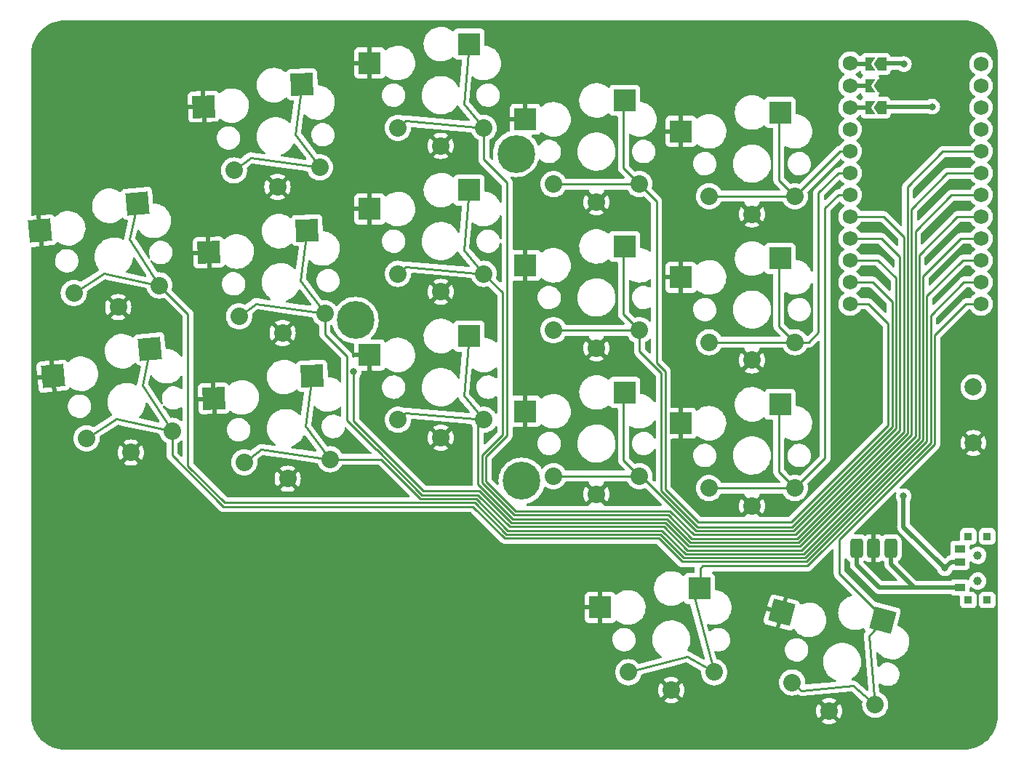
<source format=gtl>
%TF.GenerationSoftware,KiCad,Pcbnew,(6.0.4)*%
%TF.CreationDate,2022-06-21T15:17:04+02:00*%
%TF.ProjectId,konafa,6b6f6e61-6661-42e6-9b69-6361645f7063,v1.0.0*%
%TF.SameCoordinates,Original*%
%TF.FileFunction,Copper,L1,Top*%
%TF.FilePolarity,Positive*%
%FSLAX46Y46*%
G04 Gerber Fmt 4.6, Leading zero omitted, Abs format (unit mm)*
G04 Created by KiCad (PCBNEW (6.0.4)) date 2022-06-21 15:17:04*
%MOMM*%
%LPD*%
G01*
G04 APERTURE LIST*
G04 Aperture macros list*
%AMRoundRect*
0 Rectangle with rounded corners*
0 $1 Rounding radius*
0 $2 $3 $4 $5 $6 $7 $8 $9 X,Y pos of 4 corners*
0 Add a 4 corners polygon primitive as box body*
4,1,4,$2,$3,$4,$5,$6,$7,$8,$9,$2,$3,0*
0 Add four circle primitives for the rounded corners*
1,1,$1+$1,$2,$3*
1,1,$1+$1,$4,$5*
1,1,$1+$1,$6,$7*
1,1,$1+$1,$8,$9*
0 Add four rect primitives between the rounded corners*
20,1,$1+$1,$2,$3,$4,$5,0*
20,1,$1+$1,$4,$5,$6,$7,0*
20,1,$1+$1,$6,$7,$8,$9,0*
20,1,$1+$1,$8,$9,$2,$3,0*%
%AMRotRect*
0 Rectangle, with rotation*
0 The origin of the aperture is its center*
0 $1 length*
0 $2 width*
0 $3 Rotation angle, in degrees counterclockwise*
0 Add horizontal line*
21,1,$1,$2,0,0,$3*%
%AMFreePoly0*
4,1,6,0.500000,-0.750000,-0.650000,-0.750000,-0.150000,0.000000,-0.650000,0.750000,0.500000,0.750000,0.500000,-0.750000,0.500000,-0.750000,$1*%
%AMFreePoly1*
4,1,6,1.000000,0.000000,0.500000,-0.750000,-0.500000,-0.750000,-0.500000,0.750000,0.500000,0.750000,1.000000,0.000000,1.000000,0.000000,$1*%
G04 Aperture macros list end*
%TA.AperFunction,SMDPad,CuDef*%
%ADD10R,0.900000X0.900000*%
%TD*%
%TA.AperFunction,SMDPad,CuDef*%
%ADD11R,1.250000X0.900000*%
%TD*%
%TA.AperFunction,ComponentPad*%
%ADD12RoundRect,0.375000X-0.375000X-0.750000X0.375000X-0.750000X0.375000X0.750000X-0.375000X0.750000X0*%
%TD*%
%TA.AperFunction,ComponentPad*%
%ADD13C,2.000000*%
%TD*%
%TA.AperFunction,ComponentPad*%
%ADD14C,2.032000*%
%TD*%
%TA.AperFunction,SMDPad,CuDef*%
%ADD15RotRect,2.600000X2.600000X2.000000*%
%TD*%
%TA.AperFunction,SMDPad,CuDef*%
%ADD16R,2.600000X2.600000*%
%TD*%
%TA.AperFunction,SMDPad,CuDef*%
%ADD17RotRect,2.600000X2.600000X345.000000*%
%TD*%
%TA.AperFunction,WasherPad*%
%ADD18C,1.000000*%
%TD*%
%TA.AperFunction,SMDPad,CuDef*%
%ADD19RotRect,2.600000X2.600000X5.000000*%
%TD*%
%TA.AperFunction,ComponentPad*%
%ADD20C,1.752600*%
%TD*%
%TA.AperFunction,SMDPad,CuDef*%
%ADD21FreePoly0,180.000000*%
%TD*%
%TA.AperFunction,SMDPad,CuDef*%
%ADD22R,1.524000X0.500000*%
%TD*%
%TA.AperFunction,SMDPad,CuDef*%
%ADD23FreePoly1,180.000000*%
%TD*%
%TA.AperFunction,ComponentPad*%
%ADD24C,4.400000*%
%TD*%
%TA.AperFunction,ViaPad*%
%ADD25C,0.800000*%
%TD*%
%TA.AperFunction,Conductor*%
%ADD26C,0.250000*%
%TD*%
%TA.AperFunction,Conductor*%
%ADD27C,0.500000*%
%TD*%
G04 APERTURE END LIST*
D10*
%TO.P,T1,*%
%TO.N,*%
X157904000Y54466000D03*
X160104000Y61866000D03*
X160104000Y54466000D03*
X157904000Y61866000D03*
D11*
%TO.P,T1,1*%
%TO.N,Braw*%
X156929000Y55916000D03*
%TO.P,T1,2*%
%TO.N,RAW*%
X156929000Y58916000D03*
%TO.P,T1,3*%
%TO.N,N/C*%
X156929000Y60416000D03*
%TD*%
D12*
%TO.P,PAD1,1*%
%TO.N,Braw*%
X148871860Y60487381D03*
%TO.P,PAD1,2*%
%TO.N,GND*%
X146871860Y60487381D03*
%TO.P,PAD1,3*%
%TO.N,Braw*%
X144871860Y60487381D03*
%TD*%
D13*
%TO.P,B1,1*%
%TO.N,RST*%
X158496000Y79248000D03*
%TO.P,B1,2*%
%TO.N,GND*%
X158496000Y72748000D03*
%TD*%
D14*
%TO.P,S11,1*%
%TO.N,P3*%
X72405589Y104486264D03*
D15*
X80335277Y114519117D03*
D14*
X82399497Y104835259D03*
%TO.P,S11,2*%
%TO.N,GND*%
X77475832Y102562041D03*
D15*
X68869092Y111917369D03*
%TD*%
D14*
%TO.P,S15,1*%
%TO.N,P18*%
X91495817Y92446989D03*
X101495817Y92446989D03*
D16*
X99770816Y102196988D03*
%TO.P,S15,2*%
%TO.N,GND*%
X88220816Y99996989D03*
D14*
X96495817Y90346989D03*
%TD*%
D16*
%TO.P,S21,1*%
%TO.N,P16*%
X117886086Y95636016D03*
D14*
X109611087Y85886017D03*
X119611087Y85886017D03*
%TO.P,S21,2*%
%TO.N,GND*%
X114611087Y83786017D03*
D16*
X106336086Y93436017D03*
%TD*%
%TO.P,S29,1*%
%TO.N,P21*%
X135993279Y111228851D03*
D14*
X127718280Y101478852D03*
X137718280Y101478852D03*
%TO.P,S29,2*%
%TO.N,GND*%
X132718280Y99378852D03*
D16*
X124443279Y109028852D03*
%TD*%
D14*
%TO.P,S33,1*%
%TO.N,P9*%
X147059585Y42270939D03*
D17*
X147916847Y52135178D03*
D14*
X137400326Y44859129D03*
D17*
%TO.P,S33,2*%
%TO.N,GND*%
X136191002Y52999502D03*
D14*
X141686436Y41536590D03*
%TD*%
D15*
%TO.P,S7,1*%
%TO.N,P5*%
X81521861Y80539829D03*
D14*
X83586081Y70855971D03*
X73592173Y70506976D03*
%TO.P,S7,2*%
%TO.N,GND*%
X78662416Y68582753D03*
D15*
X70055676Y77938081D03*
%TD*%
D18*
%TO.P,T2,*%
%TO.N,*%
X159004000Y59666000D03*
X159004000Y56666000D03*
%TD*%
D14*
%TO.P,S5,1*%
%TO.N,P6*%
X53770150Y90222036D03*
D19*
X61163892Y100656147D03*
D14*
X63732097Y91093594D03*
%TO.P,S5,2*%
%TO.N,GND*%
X58934151Y88565806D03*
D19*
X49849586Y97457871D03*
%TD*%
D14*
%TO.P,S27,1*%
%TO.N,P20*%
X137718280Y84478852D03*
D16*
X135993279Y94228851D03*
D14*
X127718280Y84478852D03*
%TO.P,S27,2*%
%TO.N,GND*%
X132718280Y82378852D03*
D16*
X124443279Y92028852D03*
%TD*%
D14*
%TO.P,S9,1*%
%TO.N,P4*%
X72998881Y87496620D03*
X82992789Y87845615D03*
D15*
X80928569Y97529473D03*
%TO.P,S9,2*%
%TO.N,GND*%
X69462384Y94927725D03*
D14*
X78069124Y85572397D03*
%TD*%
%TO.P,S13,1*%
%TO.N,P2*%
X91495817Y75446989D03*
D16*
X99770816Y85196988D03*
D14*
X101495817Y75446989D03*
%TO.P,S13,2*%
%TO.N,GND*%
X96495817Y73346989D03*
D16*
X88220816Y82996989D03*
%TD*%
D14*
%TO.P,S27,1*%
%TO.N,P19*%
X137708967Y67492685D03*
D16*
X135983966Y77242684D03*
D14*
X127708967Y67492685D03*
%TO.P,S27,2*%
%TO.N,GND*%
X132708967Y65392685D03*
D16*
X124433966Y75042685D03*
%TD*%
D14*
%TO.P,S17,1*%
%TO.N,P15*%
X91495818Y109446989D03*
D16*
X99770817Y119196988D03*
D14*
X101495818Y109446989D03*
%TO.P,S17,2*%
%TO.N,GND*%
X96495818Y107346989D03*
D16*
X88220817Y116996989D03*
%TD*%
D14*
%TO.P,S31,1*%
%TO.N,P8*%
X128320174Y46054554D03*
D16*
X126595173Y55804553D03*
D14*
X118320174Y46054554D03*
%TO.P,S31,2*%
%TO.N,GND*%
X123320174Y43954554D03*
D16*
X115045173Y53604554D03*
%TD*%
D20*
%TO.P,MCU1,*%
%TO.N,*%
X159385000Y114343254D03*
D21*
X146401477Y114343254D03*
X146401477Y116883254D03*
D22*
X145476477Y111803254D03*
D20*
X159385000Y111803254D03*
X144145000Y111803254D03*
D22*
X145476477Y116883254D03*
D21*
X146401477Y111803254D03*
D22*
X145476477Y114343254D03*
D20*
X144145000Y116967000D03*
X159385000Y116883254D03*
X144145000Y114343254D03*
D23*
%TO.P,MCU1,1*%
%TO.N,RAW*%
X147851477Y116883254D03*
%TO.P,MCU1,2*%
%TO.N,GND*%
X147851477Y114343254D03*
%TO.P,MCU1,3*%
%TO.N,RST*%
X147851477Y111803254D03*
D20*
%TO.P,MCU1,4*%
%TO.N,N/C*%
X144145000Y109263254D03*
%TO.P,MCU1,5*%
%TO.N,P21*%
X144145000Y106723254D03*
%TO.P,MCU1,6*%
%TO.N,P20*%
X144145000Y104183254D03*
%TO.P,MCU1,7*%
%TO.N,P19*%
X144145000Y101643254D03*
%TO.P,MCU1,8*%
%TO.N,P18*%
X144145000Y99103254D03*
%TO.P,MCU1,9*%
%TO.N,P15*%
X144145000Y96563254D03*
%TO.P,MCU1,10*%
%TO.N,P14*%
X144145000Y94023254D03*
%TO.P,MCU1,11*%
%TO.N,P16*%
X144145000Y91483254D03*
%TO.P,MCU1,12*%
%TO.N,P10*%
X144145000Y88943254D03*
%TO.P,MCU1,16*%
%TO.N,N/C*%
X159385000Y109263254D03*
%TO.P,MCU1,17*%
%TO.N,P2*%
X159385000Y106723254D03*
%TO.P,MCU1,18*%
%TO.N,P3*%
X159385000Y104183254D03*
%TO.P,MCU1,19*%
%TO.N,P4*%
X159385000Y101643254D03*
%TO.P,MCU1,20*%
%TO.N,P5*%
X159385000Y99103254D03*
%TO.P,MCU1,21*%
%TO.N,P6*%
X159385000Y96563254D03*
%TO.P,MCU1,22*%
%TO.N,P7*%
X159385000Y94023254D03*
%TO.P,MCU1,23*%
%TO.N,P8*%
X159385000Y91483254D03*
%TO.P,MCU1,24*%
%TO.N,P9*%
X159385000Y88943254D03*
%TD*%
D14*
%TO.P,S3,1*%
%TO.N,P7*%
X55251797Y73286724D03*
X65213744Y74158282D03*
D19*
X62645539Y83720835D03*
D14*
%TO.P,S3,2*%
%TO.N,GND*%
X60415798Y71630494D03*
D19*
X51331233Y80522559D03*
%TD*%
D24*
%TO.P,REF\u002A\u002A,1*%
%TO.N,N/C*%
X86538433Y87040631D03*
X105918000Y68326000D03*
X105253064Y106420198D03*
%TD*%
D14*
%TO.P,S23,1*%
%TO.N,P10*%
X109611087Y102886017D03*
X119611087Y102886017D03*
D16*
X117886086Y112636016D03*
%TO.P,S23,2*%
%TO.N,GND*%
X106336086Y110436017D03*
D14*
X114611087Y100786017D03*
%TD*%
D16*
%TO.P,S19,1*%
%TO.N,P14*%
X117886086Y78636016D03*
D14*
X109611087Y68886017D03*
X119611087Y68886017D03*
D16*
%TO.P,S19,2*%
%TO.N,GND*%
X106336086Y76436017D03*
D14*
X114611087Y66786017D03*
%TD*%
D25*
%TO.N,GND*%
X152019000Y114300000D03*
%TO.N,P3*%
X86321314Y81026000D03*
%TO.N,RAW*%
X155165113Y58166000D03*
X150368000Y66548000D03*
X150401808Y116864779D03*
%TO.N,RST*%
X153691162Y111908162D03*
%TD*%
D26*
%TO.N,P10*%
X121604871Y100892233D02*
X119611087Y102886017D01*
X121604871Y82073892D02*
X121604871Y100892233D01*
X122615714Y81063048D02*
X121604871Y82073892D01*
X137279102Y63500000D02*
X126493436Y63500000D01*
X126493436Y63500000D02*
X122615714Y67377722D01*
X148582694Y74803592D02*
X137279102Y63500000D01*
X146260746Y88943254D02*
X148582694Y86621306D01*
X144145000Y88943254D02*
X146260746Y88943254D01*
X122615714Y67377722D02*
X122615714Y81063048D01*
X148582694Y86621306D02*
X148582694Y74803592D01*
%TO.N,P16*%
X122166194Y80876851D02*
X119611087Y83431958D01*
X149032214Y74617394D02*
X137388500Y62973680D01*
X126384038Y62973680D02*
X122166194Y67191524D01*
X149032214Y89219786D02*
X149032214Y74617394D01*
X122166194Y67191524D02*
X122166194Y80876851D01*
X146768746Y91483254D02*
X149032214Y89219786D01*
X119611087Y83431958D02*
X119611087Y85886017D01*
X144145000Y91483254D02*
X146768746Y91483254D01*
X137388500Y62973680D02*
X126384038Y62973680D01*
%TO.N,P14*%
X126197840Y62524160D02*
X119835983Y68886017D01*
X119835983Y68886017D02*
X119611087Y68886017D01*
X149481734Y91945266D02*
X149481734Y74431196D01*
X147403746Y94023254D02*
X149481734Y91945266D01*
X137574698Y62524160D02*
X126197840Y62524160D01*
X144145000Y94023254D02*
X147403746Y94023254D01*
X149481734Y74431196D02*
X137574698Y62524160D01*
%TO.N,P15*%
X147784746Y96563254D02*
X144145000Y96563254D01*
X149931254Y94416746D02*
X147784746Y96563254D01*
X149931254Y74244998D02*
X149931254Y94416746D01*
X137760896Y62074640D02*
X149931254Y74244998D01*
X125902305Y62074640D02*
X137760896Y62074640D01*
X123175720Y64801225D02*
X125902305Y62074640D01*
X101737040Y71129322D02*
X101737040Y68306127D01*
X101737040Y68306127D02*
X105241942Y64801225D01*
X105241942Y64801225D02*
X123175720Y64801225D01*
X104207376Y103056624D02*
X104207376Y73599658D01*
X104207376Y73599658D02*
X101737040Y71129322D01*
X101495818Y109446989D02*
X101495818Y105768182D01*
X101495818Y105768182D02*
X104207376Y103056624D01*
%TO.N,P18*%
X148038746Y99103254D02*
X144145000Y99103254D01*
X150380774Y96761226D02*
X148038746Y99103254D01*
X150380774Y74058800D02*
X150380774Y96761226D01*
X137947094Y61625120D02*
X150380774Y74058800D01*
X105055744Y64351705D02*
X122989522Y64351705D01*
X101287520Y68119929D02*
X105055744Y64351705D01*
X103690480Y73718480D02*
X101287520Y71315520D01*
X122989522Y64351705D02*
X125716107Y61625120D01*
X103690480Y90252326D02*
X103690480Y73718480D01*
X101287520Y71315520D02*
X101287520Y68119929D01*
X125716107Y61625120D02*
X137947094Y61625120D01*
X101495817Y92446989D02*
X103690480Y90252326D01*
%TO.N,P2*%
X159341746Y106680000D02*
X159385000Y106723254D01*
X154940000Y106680000D02*
X159341746Y106680000D01*
X150830294Y102570294D02*
X154940000Y106680000D01*
X138133292Y61175600D02*
X150830294Y73872602D01*
X150830294Y73872602D02*
X150830294Y102570294D01*
X122803324Y63902185D02*
X125529909Y61175600D01*
X104869546Y63902185D02*
X122803324Y63902185D01*
X125529909Y61175600D02*
X138133292Y61175600D01*
X100838000Y74789172D02*
X100838000Y67933731D01*
X101495817Y75446989D02*
X100838000Y74789172D01*
X100838000Y67933731D02*
X104869546Y63902185D01*
%TO.N,P3*%
X151279814Y73686404D02*
X151279814Y75915238D01*
X138319490Y60726080D02*
X151279814Y73686404D01*
X104683350Y63452665D02*
X122617126Y63452665D01*
X125343711Y60726080D02*
X138319490Y60726080D01*
X100990636Y67145379D02*
X104683350Y63452665D01*
X94489545Y67145379D02*
X100990636Y67145379D01*
X86321314Y75313610D02*
X94489545Y67145379D01*
X122617126Y63452665D02*
X125343711Y60726080D01*
X86321314Y81026000D02*
X86321314Y75313610D01*
X159341746Y104140000D02*
X159385000Y104183254D01*
X151279814Y99971814D02*
X155448000Y104140000D01*
X151279814Y75468762D02*
X151279814Y99971814D01*
X155448000Y104140000D02*
X159341746Y104140000D01*
%TO.N,P4*%
X94293027Y66695859D02*
X89027000Y71961886D01*
X100804437Y66695859D02*
X94293027Y66695859D01*
X104497151Y63003145D02*
X100804437Y66695859D01*
X122430929Y63003145D02*
X104497151Y63003145D01*
X155956000Y101600000D02*
X151729334Y97373334D01*
X138505688Y60276560D02*
X125157514Y60276560D01*
X159341746Y101600000D02*
X155956000Y101600000D01*
X151729334Y73500206D02*
X138505688Y60276560D01*
X125157514Y60276560D02*
X122430929Y63003145D01*
X159385000Y101643254D02*
X159341746Y101600000D01*
X151729334Y97373334D02*
X151729334Y73500206D01*
%TO.N,P5*%
X156634254Y99103254D02*
X159385000Y99103254D01*
X152178854Y94647854D02*
X156634254Y99103254D01*
X152178854Y73314008D02*
X152178854Y94647854D01*
X138691886Y59827040D02*
X152178854Y73314008D01*
X122244731Y62553625D02*
X124971316Y59827040D01*
X104310955Y62553625D02*
X122244731Y62553625D01*
X124971316Y59827040D02*
X138691886Y59827040D01*
X100618241Y66246339D02*
X104310955Y62553625D01*
X94106829Y66246339D02*
X100618241Y66246339D01*
X83586081Y70855971D02*
X89497197Y70855971D01*
X89497197Y70855971D02*
X94106829Y66246339D01*
%TO.N,P6*%
X157015254Y96563254D02*
X159385000Y96563254D01*
X152628374Y92176374D02*
X157015254Y96563254D01*
X152628374Y73127810D02*
X152628374Y92176374D01*
X138878084Y59377520D02*
X152628374Y73127810D01*
X124785118Y59377520D02*
X138878084Y59377520D01*
X122058533Y62104105D02*
X124785118Y59377520D01*
X104124757Y62104105D02*
X122058533Y62104105D01*
X71347919Y65788867D02*
X87223486Y65788867D01*
X87223486Y65788867D02*
X87231438Y65796819D01*
X100432043Y65796819D02*
X104124757Y62104105D01*
X67056000Y70080786D02*
X71347919Y65788867D01*
X67056000Y87769691D02*
X67056000Y70080786D01*
X63732097Y91093594D02*
X67056000Y87769691D01*
X87231438Y65796819D02*
X100432043Y65796819D01*
%TO.N,P7*%
X157269254Y94023254D02*
X159385000Y94023254D01*
X153077894Y89831894D02*
X157269254Y94023254D01*
X153077894Y72941612D02*
X153077894Y89831894D01*
X139064282Y58928000D02*
X153077894Y72941612D01*
X124598920Y58928000D02*
X139064282Y58928000D01*
X100245845Y65347299D02*
X103938559Y61654585D01*
X103938559Y61654585D02*
X121872335Y61654585D01*
X87417636Y65347299D02*
X100245845Y65347299D01*
X71161721Y65339347D02*
X87409683Y65339347D01*
X65213744Y71287324D02*
X71161721Y65339347D01*
X121872335Y61654585D02*
X124598920Y58928000D01*
X65213744Y74158282D02*
X65213744Y71287324D01*
X87409683Y65339347D02*
X87417636Y65347299D01*
%TO.N,P8*%
X127000000Y58420000D02*
X126691134Y58111134D01*
X126691134Y58111134D02*
X126691134Y55528808D01*
X153527414Y72755414D02*
X139192000Y58420000D01*
X157396254Y91483254D02*
X153527414Y87614414D01*
X139192000Y58420000D02*
X127000000Y58420000D01*
X159385000Y91483254D02*
X157396254Y91483254D01*
X153527414Y87614414D02*
X153527414Y72755414D01*
%TO.N,P6*%
X63732097Y91093594D02*
X57237852Y92473987D01*
X61163892Y100656149D02*
X60265842Y96431156D01*
X57237852Y92473987D02*
X53770150Y90222036D01*
X60265842Y96431156D02*
X63732097Y91093594D01*
D27*
%TO.N,GND*%
X151971116Y114252116D02*
X147942615Y114252116D01*
X147942615Y114252116D02*
X147851477Y114343254D01*
D26*
%TO.N,P5*%
X80699283Y74686881D02*
X83586081Y70855971D01*
X83586081Y70855971D02*
X75553425Y71984886D01*
X81521861Y80539830D02*
X80699283Y74686881D01*
X75553425Y71984886D02*
X73592172Y70506977D01*
%TO.N,P4*%
X85555821Y75416679D02*
X88963500Y72009000D01*
X80105992Y91676525D02*
X82992789Y87845615D01*
X80928570Y97529475D02*
X80105992Y91676525D01*
X85555821Y82846179D02*
X85555821Y75416679D01*
X82992789Y87845615D02*
X74960134Y88974532D01*
X82992789Y87845616D02*
X82992789Y85409211D01*
X74960134Y88974532D02*
X72998881Y87496621D01*
X82992789Y85409211D02*
X85555821Y82846179D01*
%TO.N,P3*%
X74366842Y105964176D02*
X72405589Y104486265D01*
X80335279Y114519119D02*
X79512699Y108666170D01*
X82399497Y104835259D02*
X74366842Y105964176D01*
X79512699Y108666170D02*
X82399497Y104835259D01*
%TO.N,P2*%
X92440020Y76239268D02*
X91495817Y75446988D01*
X101495817Y75446989D02*
X99161220Y78229254D01*
X99161220Y78229254D02*
X99770817Y85196989D01*
X101495817Y75446989D02*
X92440020Y76239268D01*
%TO.N,P18*%
X101495817Y92446989D02*
X92440019Y93239269D01*
X99161219Y95229254D02*
X101495817Y92446989D01*
X99770817Y102196989D02*
X99161219Y95229254D01*
X92440019Y93239269D02*
X91495817Y92446988D01*
%TO.N,P15*%
X99770818Y119196989D02*
X99161220Y112229254D01*
X92440020Y110239269D02*
X91495817Y109446988D01*
X101495817Y109446989D02*
X92440020Y110239269D01*
X99161220Y112229254D02*
X101495817Y109446989D01*
%TO.N,P14*%
X117736566Y78486496D02*
X117736566Y70760538D01*
X117736566Y70760538D02*
X119611087Y68886017D01*
X110411087Y68886017D02*
X120411087Y68886017D01*
X117886087Y78636017D02*
X117736566Y78486496D01*
%TO.N,P16*%
X117736566Y87760538D02*
X119611087Y85886017D01*
X109611087Y85886017D02*
X119611087Y85886017D01*
X117736566Y95486496D02*
X117736566Y87760538D01*
X117886087Y95636017D02*
X117736566Y95486496D01*
%TO.N,P10*%
X117736566Y112486496D02*
X117736566Y104760538D01*
X119611087Y102886017D02*
X109611087Y102886017D01*
X117886087Y112636017D02*
X117736566Y112486496D01*
X117736566Y104760538D02*
X119611087Y102886017D01*
%TO.N,P19*%
X142791254Y101643254D02*
X144145000Y101643254D01*
X141224000Y71007718D02*
X141224000Y100076000D01*
X137708967Y67492685D02*
X141224000Y71007718D01*
X135834446Y77093164D02*
X135983967Y77242685D01*
X137708967Y67492685D02*
X135834446Y69367206D01*
X135834446Y69367206D02*
X135834446Y77093164D01*
X141224000Y100076000D02*
X142791254Y101643254D01*
X127708967Y67492685D02*
X137708967Y67492685D01*
%TO.N,P20*%
X140462000Y85598000D02*
X140462000Y101854000D01*
X137718280Y84478852D02*
X139342852Y84478852D01*
X135843759Y86353373D02*
X135843759Y94079331D01*
X139342852Y84478852D02*
X140462000Y85598000D01*
X137718280Y84478852D02*
X135843759Y86353373D01*
X135843759Y94079331D02*
X135993280Y94228852D01*
X140462000Y101854000D02*
X142791254Y104183254D01*
X142791254Y104183254D02*
X144145000Y104183254D01*
X127718280Y84478852D02*
X137718280Y84478852D01*
%TO.N,P21*%
X135843759Y103353373D02*
X135843759Y111079331D01*
X135843759Y111079331D02*
X135993280Y111228852D01*
X137718280Y101478852D02*
X135843759Y103353373D01*
X142962682Y106723254D02*
X144145000Y106723254D01*
X127718280Y101478852D02*
X137718280Y101478852D01*
X137718280Y101478852D02*
X142962682Y106723254D01*
%TO.N,P7*%
X61747490Y79495847D02*
X65213743Y74158283D01*
X65213743Y74158283D02*
X58719500Y75538677D01*
X58719500Y75538677D02*
X55251797Y73286724D01*
X62645540Y83720838D02*
X61747490Y79495847D01*
%TO.N,P8*%
X125150302Y47884682D02*
X118320173Y46054555D01*
X128320174Y46054555D02*
X125150302Y47884682D01*
X125988997Y54754625D02*
X128320174Y46054555D01*
%TO.N,P9*%
X147059585Y42270939D02*
X146359004Y50278613D01*
X144454991Y44456453D02*
X147059585Y42270939D01*
X157650254Y88943254D02*
X159385000Y88943254D01*
X142875000Y57512226D02*
X142875000Y61467282D01*
X153976934Y72569216D02*
X153976934Y85269934D01*
X147916847Y52135178D02*
X147916847Y52470379D01*
X147916847Y52470379D02*
X142875000Y57512226D01*
X142875000Y61467282D02*
X153976934Y72569216D01*
X146359004Y50278613D02*
X147916848Y52135178D01*
X138501009Y43935547D02*
X144454991Y44456453D01*
X137400326Y44859130D02*
X138501009Y43935547D01*
X153976934Y85269934D02*
X157650254Y88943254D01*
D27*
%TO.N,RAW*%
X150401808Y116864779D02*
X150327546Y116939041D01*
X150368000Y66548000D02*
X150368000Y62975612D01*
X150327546Y116939041D02*
X147752502Y116939041D01*
X150368000Y62975612D02*
X155165113Y58178499D01*
X155915113Y58916000D02*
X156929000Y58916000D01*
X155165113Y58166000D02*
X155915113Y58916000D01*
%TO.N,RST*%
X153670000Y111887000D02*
X147767712Y111887000D01*
%TO.N,Braw*%
X155165113Y55892499D02*
X155165113Y55880000D01*
X148871860Y58646140D02*
X151602000Y55916000D01*
X151602000Y55916000D02*
X156929000Y55916000D01*
X148871860Y60487381D02*
X148871860Y58646140D01*
X147574000Y55880000D02*
X144871860Y58582140D01*
X156893000Y55880000D02*
X147574000Y55880000D01*
X144871860Y58582140D02*
X144871860Y60487381D01*
%TD*%
%TA.AperFunction,Conductor*%
%TO.N,GND*%
G36*
X100538282Y121935515D02*
G01*
X157339133Y121933961D01*
X157358514Y121932461D01*
X157373356Y121930150D01*
X157373359Y121930150D01*
X157382228Y121928769D01*
X157391131Y121929933D01*
X157391136Y121929933D01*
X157402158Y121931374D01*
X157424313Y121932304D01*
X157707073Y121919231D01*
X157745898Y121917436D01*
X157757487Y121916362D01*
X158106066Y121867737D01*
X158117506Y121865598D01*
X158460105Y121785019D01*
X158471292Y121781836D01*
X158805010Y121669984D01*
X158815842Y121665788D01*
X159137823Y121523618D01*
X159148222Y121518440D01*
X159455714Y121347167D01*
X159465591Y121341051D01*
X159689879Y121187408D01*
X159755953Y121142146D01*
X159765238Y121135135D01*
X159997559Y120942217D01*
X160036009Y120910288D01*
X160044610Y120902447D01*
X160293472Y120653582D01*
X160301313Y120644981D01*
X160526155Y120374210D01*
X160533168Y120364923D01*
X160561974Y120322871D01*
X160728612Y120079608D01*
X160732064Y120074568D01*
X160738191Y120064672D01*
X160909456Y119757188D01*
X160914643Y119746770D01*
X161056793Y119424825D01*
X161060998Y119413973D01*
X161170539Y119087140D01*
X161172848Y119080250D01*
X161176030Y119069063D01*
X161238138Y118804988D01*
X161256605Y118726468D01*
X161258743Y118715031D01*
X161298158Y118432461D01*
X161307366Y118366449D01*
X161308440Y118354863D01*
X161308521Y118353098D01*
X161322972Y118040462D01*
X161321606Y118015261D01*
X161321407Y118013981D01*
X161319813Y118003741D01*
X161323940Y117972184D01*
X161325003Y117955854D01*
X161323375Y83207446D01*
X161321400Y41038483D01*
X161319900Y41019104D01*
X161317588Y41004257D01*
X161317588Y41004252D01*
X161316207Y40995384D01*
X161317371Y40986483D01*
X161318813Y40975452D01*
X161319742Y40953298D01*
X161304875Y40631715D01*
X161303801Y40620126D01*
X161255177Y40271549D01*
X161253038Y40260109D01*
X161172460Y39917516D01*
X161169276Y39906325D01*
X161057424Y39572609D01*
X161053228Y39561777D01*
X160911059Y39239798D01*
X160905881Y39229399D01*
X160904945Y39227718D01*
X160734613Y38921919D01*
X160728486Y38912024D01*
X160529587Y38621671D01*
X160522573Y38612383D01*
X160297729Y38341620D01*
X160289889Y38333020D01*
X160041018Y38084153D01*
X160032416Y38076312D01*
X159761658Y37851484D01*
X159752371Y37844470D01*
X159687994Y37800372D01*
X159461996Y37645564D01*
X159452105Y37639441D01*
X159144639Y37468190D01*
X159134221Y37463002D01*
X158948396Y37380956D01*
X158812252Y37320845D01*
X158801412Y37316645D01*
X158467693Y37204800D01*
X158456511Y37201619D01*
X158131678Y37125226D01*
X158113902Y37121045D01*
X158102461Y37118907D01*
X157753888Y37070290D01*
X157742312Y37069218D01*
X157427660Y37054677D01*
X157402465Y37056043D01*
X157391186Y37057800D01*
X157382283Y37056636D01*
X157382282Y37056636D01*
X157359611Y37053672D01*
X157343279Y37052609D01*
X109577269Y37051856D01*
X52772869Y37050960D01*
X52753486Y37052460D01*
X52729780Y37056151D01*
X52714032Y37054092D01*
X52709848Y37053545D01*
X52687694Y37052616D01*
X52667599Y37053545D01*
X52575559Y37057800D01*
X52366104Y37067483D01*
X52354516Y37068557D01*
X52342085Y37070291D01*
X52005927Y37117183D01*
X51994497Y37119320D01*
X51845606Y37154339D01*
X51651897Y37199898D01*
X51640702Y37203083D01*
X51306992Y37314931D01*
X51296141Y37319135D01*
X50974179Y37461293D01*
X50963765Y37466478D01*
X50835087Y37538150D01*
X50656278Y37637745D01*
X50646383Y37643872D01*
X50356018Y37842775D01*
X50346731Y37849789D01*
X50075970Y38074624D01*
X50067369Y38082464D01*
X49818496Y38331335D01*
X49810655Y38339936D01*
X49585807Y38610708D01*
X49578794Y38619995D01*
X49379892Y38910351D01*
X49373765Y38920246D01*
X49202502Y39227718D01*
X49197314Y39238136D01*
X49173689Y39291642D01*
X49055147Y39560108D01*
X49050944Y39570957D01*
X48939094Y39904663D01*
X48935909Y39915857D01*
X48855328Y40258457D01*
X48853189Y40269897D01*
X48850066Y40292284D01*
X140806960Y40292284D01*
X140812687Y40284634D01*
X140988195Y40177083D01*
X140996989Y40172602D01*
X141209465Y40084592D01*
X141218850Y40081543D01*
X141442480Y40027853D01*
X141452227Y40026310D01*
X141681506Y40008265D01*
X141691366Y40008265D01*
X141920645Y40026310D01*
X141930392Y40027853D01*
X142154022Y40081543D01*
X142163407Y40084592D01*
X142375883Y40172602D01*
X142384677Y40177083D01*
X142556519Y40282387D01*
X142565979Y40292843D01*
X142562195Y40301621D01*
X141699248Y41164568D01*
X141685304Y41172182D01*
X141683471Y41172051D01*
X141676856Y41167800D01*
X140813720Y40304664D01*
X140806960Y40292284D01*
X48850066Y40292284D01*
X48804561Y40618479D01*
X48803487Y40630068D01*
X48788969Y40944037D01*
X48790334Y40969235D01*
X48790343Y40969294D01*
X48792195Y40981189D01*
X48788066Y41012768D01*
X48787003Y41029092D01*
X48786979Y41531660D01*
X140158111Y41531660D01*
X140176156Y41302381D01*
X140177699Y41292634D01*
X140231389Y41069004D01*
X140234438Y41059619D01*
X140322448Y40847143D01*
X140326929Y40838349D01*
X140432233Y40666507D01*
X140442689Y40657047D01*
X140451467Y40660831D01*
X141314414Y41523778D01*
X141320792Y41535458D01*
X142050844Y41535458D01*
X142050975Y41533625D01*
X142055226Y41527010D01*
X142918362Y40663874D01*
X142930742Y40657114D01*
X142938392Y40662841D01*
X143045943Y40838349D01*
X143050424Y40847143D01*
X143138434Y41059619D01*
X143141483Y41069004D01*
X143195173Y41292634D01*
X143196716Y41302381D01*
X143214761Y41531660D01*
X143214761Y41541520D01*
X143196716Y41770799D01*
X143195173Y41780546D01*
X143141483Y42004176D01*
X143138434Y42013561D01*
X143050424Y42226037D01*
X143045943Y42234831D01*
X142940639Y42406673D01*
X142930183Y42416133D01*
X142921405Y42412349D01*
X142058458Y41549402D01*
X142050844Y41535458D01*
X141320792Y41535458D01*
X141322028Y41537722D01*
X141321897Y41539555D01*
X141317646Y41546170D01*
X140454510Y42409306D01*
X140442130Y42416066D01*
X140434480Y42410339D01*
X140326929Y42234831D01*
X140322448Y42226037D01*
X140234438Y42013561D01*
X140231389Y42004176D01*
X140177699Y41780546D01*
X140176156Y41770799D01*
X140158111Y41541520D01*
X140158111Y41531660D01*
X48786979Y41531660D01*
X48786924Y42710248D01*
X122440698Y42710248D01*
X122446425Y42702598D01*
X122621933Y42595047D01*
X122630727Y42590566D01*
X122843203Y42502556D01*
X122852588Y42499507D01*
X123076218Y42445817D01*
X123085965Y42444274D01*
X123315244Y42426229D01*
X123325104Y42426229D01*
X123554383Y42444274D01*
X123564130Y42445817D01*
X123787760Y42499507D01*
X123797145Y42502556D01*
X124009621Y42590566D01*
X124018415Y42595047D01*
X124190257Y42700351D01*
X124199717Y42710807D01*
X124195933Y42719585D01*
X124135181Y42780337D01*
X140806893Y42780337D01*
X140810677Y42771559D01*
X141673624Y41908612D01*
X141687568Y41900998D01*
X141689401Y41901129D01*
X141696016Y41905380D01*
X142559152Y42768516D01*
X142565912Y42780896D01*
X142560185Y42788546D01*
X142384677Y42896097D01*
X142375883Y42900578D01*
X142163407Y42988588D01*
X142154022Y42991637D01*
X141930392Y43045327D01*
X141920645Y43046870D01*
X141691366Y43064915D01*
X141681506Y43064915D01*
X141452227Y43046870D01*
X141442480Y43045327D01*
X141218850Y42991637D01*
X141209465Y42988588D01*
X140996989Y42900578D01*
X140988195Y42896097D01*
X140816353Y42790793D01*
X140806893Y42780337D01*
X124135181Y42780337D01*
X123332986Y43582532D01*
X123319042Y43590146D01*
X123317209Y43590015D01*
X123310594Y43585764D01*
X122447458Y42722628D01*
X122440698Y42710248D01*
X48786924Y42710248D01*
X48786865Y43949624D01*
X121791849Y43949624D01*
X121809894Y43720345D01*
X121811437Y43710598D01*
X121865127Y43486968D01*
X121868176Y43477583D01*
X121956186Y43265107D01*
X121960667Y43256313D01*
X122065971Y43084471D01*
X122076427Y43075011D01*
X122085205Y43078795D01*
X122948152Y43941742D01*
X122954530Y43953422D01*
X123684582Y43953422D01*
X123684713Y43951589D01*
X123688964Y43944974D01*
X124552100Y43081838D01*
X124564480Y43075078D01*
X124572130Y43080805D01*
X124679681Y43256313D01*
X124684162Y43265107D01*
X124772172Y43477583D01*
X124775221Y43486968D01*
X124828911Y43710598D01*
X124830454Y43720345D01*
X124848499Y43949624D01*
X124848499Y43959484D01*
X124830454Y44188763D01*
X124828911Y44198510D01*
X124775221Y44422140D01*
X124772172Y44431525D01*
X124684162Y44644001D01*
X124679681Y44652795D01*
X124574377Y44824637D01*
X124563921Y44834097D01*
X124555143Y44830313D01*
X123692196Y43967366D01*
X123684582Y43953422D01*
X122954530Y43953422D01*
X122955766Y43955686D01*
X122955635Y43957519D01*
X122951384Y43964134D01*
X122088248Y44827270D01*
X122075868Y44834030D01*
X122068218Y44828303D01*
X121960667Y44652795D01*
X121956186Y44644001D01*
X121868176Y44431525D01*
X121865127Y44422140D01*
X121811437Y44198510D01*
X121809894Y44188763D01*
X121791849Y43959484D01*
X121791849Y43949624D01*
X48786865Y43949624D01*
X48786583Y49918822D01*
X116457374Y49918822D01*
X116457574Y49913492D01*
X116457574Y49913491D01*
X116461538Y49807895D01*
X116466028Y49688286D01*
X116513402Y49462504D01*
X116515360Y49457545D01*
X116515361Y49457543D01*
X116535334Y49406968D01*
X116598141Y49247932D01*
X116717821Y49050705D01*
X116721318Y49046675D01*
X116808873Y48945777D01*
X116869021Y48876462D01*
X116873152Y48873075D01*
X117043289Y48733570D01*
X117043295Y48733566D01*
X117047417Y48730186D01*
X117247909Y48616060D01*
X117252925Y48614239D01*
X117252930Y48614237D01*
X117459749Y48539165D01*
X117459753Y48539164D01*
X117464764Y48537345D01*
X117470013Y48536396D01*
X117470016Y48536395D01*
X117687697Y48497032D01*
X117687704Y48497031D01*
X117691781Y48496294D01*
X117709518Y48495458D01*
X117714466Y48495224D01*
X117714473Y48495224D01*
X117715954Y48495154D01*
X117878099Y48495154D01*
X117960526Y48502148D01*
X118044736Y48509293D01*
X118044740Y48509294D01*
X118050047Y48509744D01*
X118055202Y48511082D01*
X118055208Y48511083D01*
X118268177Y48566359D01*
X118268181Y48566360D01*
X118273346Y48567701D01*
X118278212Y48569893D01*
X118278215Y48569894D01*
X118478823Y48660261D01*
X118483689Y48662453D01*
X118488109Y48665429D01*
X118488113Y48665431D01*
X118634677Y48764105D01*
X118675059Y48791292D01*
X118841986Y48950532D01*
X118907338Y49038368D01*
X118976511Y49131340D01*
X118976513Y49131343D01*
X118979695Y49135620D01*
X119014692Y49204454D01*
X119081832Y49336508D01*
X119081832Y49336509D01*
X119084251Y49341266D01*
X119137795Y49513705D01*
X119151079Y49556484D01*
X119151080Y49556490D01*
X119152663Y49561587D01*
X119180834Y49774136D01*
X119182274Y49785001D01*
X119182274Y49785006D01*
X119182974Y49790286D01*
X119182157Y49812065D01*
X119176061Y49974446D01*
X119174320Y50020822D01*
X119126946Y50246604D01*
X119097222Y50321871D01*
X119077285Y50372352D01*
X119042207Y50461176D01*
X118922527Y50658403D01*
X118905081Y50678508D01*
X118774827Y50828613D01*
X118774825Y50828615D01*
X118771327Y50832646D01*
X118688127Y50900866D01*
X118597059Y50975538D01*
X118597053Y50975542D01*
X118592931Y50978922D01*
X118392439Y51093048D01*
X118387423Y51094869D01*
X118387418Y51094871D01*
X118180599Y51169943D01*
X118180595Y51169944D01*
X118175584Y51171763D01*
X118170335Y51172712D01*
X118170332Y51172713D01*
X117952651Y51212076D01*
X117952644Y51212077D01*
X117948567Y51212814D01*
X117930830Y51213650D01*
X117925882Y51213884D01*
X117925875Y51213884D01*
X117924394Y51213954D01*
X117762249Y51213954D01*
X117695293Y51208273D01*
X117595612Y51199815D01*
X117595608Y51199814D01*
X117590301Y51199364D01*
X117585146Y51198026D01*
X117585140Y51198025D01*
X117372171Y51142749D01*
X117372167Y51142748D01*
X117367002Y51141407D01*
X117362136Y51139215D01*
X117362133Y51139214D01*
X117243862Y51085937D01*
X117156659Y51046655D01*
X117152239Y51043679D01*
X117152235Y51043677D01*
X117070566Y50988693D01*
X116965289Y50917816D01*
X116798362Y50758576D01*
X116780713Y50734855D01*
X116665404Y50579873D01*
X116660653Y50573488D01*
X116658238Y50568738D01*
X116559298Y50374137D01*
X116556097Y50367842D01*
X116536002Y50303125D01*
X116489269Y50152624D01*
X116489268Y50152618D01*
X116487685Y50147521D01*
X116477731Y50072420D01*
X116468646Y50003867D01*
X116457374Y49918822D01*
X48786583Y49918822D01*
X48786472Y52259885D01*
X113237174Y52259885D01*
X113237544Y52253064D01*
X113243068Y52202202D01*
X113246694Y52186950D01*
X113291849Y52066500D01*
X113300387Y52050905D01*
X113376888Y51948830D01*
X113389449Y51936269D01*
X113491524Y51859768D01*
X113507119Y51851230D01*
X113627567Y51806076D01*
X113642822Y51802449D01*
X113693687Y51796923D01*
X113700501Y51796554D01*
X114773058Y51796554D01*
X114788297Y51801029D01*
X114789502Y51802419D01*
X114791173Y51810102D01*
X114791173Y51814670D01*
X115299173Y51814670D01*
X115303648Y51799431D01*
X115305038Y51798226D01*
X115312721Y51796555D01*
X116389842Y51796555D01*
X116396663Y51796925D01*
X116447525Y51802449D01*
X116462777Y51806075D01*
X116583227Y51851230D01*
X116598822Y51859768D01*
X116700897Y51936269D01*
X116713458Y51948830D01*
X116789961Y52050908D01*
X116797098Y52063944D01*
X116847356Y52114090D01*
X116916747Y52129104D01*
X116988609Y52099957D01*
X117133353Y51978502D01*
X117133358Y51978498D01*
X117136724Y51975674D01*
X117374938Y51826822D01*
X117493888Y51773862D01*
X117623221Y51716279D01*
X117631549Y51712571D01*
X117901564Y51635146D01*
X117905914Y51634535D01*
X117905917Y51634534D01*
X117996825Y51621758D01*
X118179726Y51596053D01*
X118390320Y51596053D01*
X118392506Y51596206D01*
X118392510Y51596206D01*
X118596001Y51610435D01*
X118596006Y51610436D01*
X118600386Y51610742D01*
X118875144Y51669144D01*
X118879273Y51670647D01*
X118879277Y51670648D01*
X119134955Y51763707D01*
X119134959Y51763709D01*
X119139100Y51765216D01*
X119387116Y51897089D01*
X119390677Y51899676D01*
X119610803Y52059606D01*
X119610806Y52059609D01*
X119614366Y52062195D01*
X119626094Y52073520D01*
X119724538Y52168587D01*
X119816426Y52257322D01*
X119989362Y52478671D01*
X119991558Y52482475D01*
X119991563Y52482482D01*
X120127609Y52718122D01*
X120129810Y52721934D01*
X120235036Y52982377D01*
X120291544Y53209017D01*
X120301927Y53250660D01*
X120301928Y53250665D01*
X120302991Y53254929D01*
X120308039Y53302952D01*
X120331893Y53529917D01*
X120331893Y53529920D01*
X120332352Y53534286D01*
X120332199Y53538680D01*
X120322703Y53810614D01*
X120322702Y53810620D01*
X120322549Y53815011D01*
X120319107Y53834535D01*
X120281356Y54048627D01*
X120273772Y54091640D01*
X120186971Y54358788D01*
X120177969Y54377246D01*
X120124354Y54487172D01*
X120063834Y54611255D01*
X120061379Y54614894D01*
X120061376Y54614900D01*
X119983446Y54730435D01*
X119906759Y54844129D01*
X119718803Y55052875D01*
X119660857Y55101498D01*
X119606735Y55146911D01*
X119503624Y55233432D01*
X119265410Y55382284D01*
X119008799Y55496535D01*
X118738784Y55573960D01*
X118734434Y55574571D01*
X118734431Y55574572D01*
X118595508Y55594096D01*
X118460622Y55613053D01*
X118250028Y55613053D01*
X118247842Y55612900D01*
X118247838Y55612900D01*
X118044347Y55598671D01*
X118044342Y55598670D01*
X118039962Y55598364D01*
X117765204Y55539962D01*
X117761075Y55538459D01*
X117761071Y55538458D01*
X117505393Y55445399D01*
X117505389Y55445397D01*
X117501248Y55443890D01*
X117253232Y55312017D01*
X117249673Y55309431D01*
X117249671Y55309430D01*
X117037636Y55155378D01*
X117025982Y55146911D01*
X117022818Y55143855D01*
X117022815Y55143853D01*
X116994394Y55116407D01*
X116931497Y55083475D01*
X116860781Y55089775D01*
X116804696Y55133307D01*
X116796346Y55146537D01*
X116789961Y55158201D01*
X116713458Y55260278D01*
X116700897Y55272839D01*
X116598822Y55349340D01*
X116583227Y55357878D01*
X116462779Y55403032D01*
X116447524Y55406659D01*
X116396659Y55412185D01*
X116389845Y55412554D01*
X115317288Y55412554D01*
X115302049Y55408079D01*
X115300844Y55406689D01*
X115299173Y55399006D01*
X115299173Y51814670D01*
X114791173Y51814670D01*
X114791173Y53332439D01*
X114786698Y53347678D01*
X114785308Y53348883D01*
X114777625Y53350554D01*
X113255289Y53350554D01*
X113240050Y53346079D01*
X113238845Y53344689D01*
X113237174Y53337006D01*
X113237174Y52259885D01*
X48786472Y52259885D01*
X48786395Y53876669D01*
X113237173Y53876669D01*
X113241648Y53861430D01*
X113243038Y53860225D01*
X113250721Y53858554D01*
X114773058Y53858554D01*
X114788297Y53863029D01*
X114789502Y53864419D01*
X114791173Y53872102D01*
X114791173Y55394438D01*
X114786698Y55409677D01*
X114785308Y55410882D01*
X114777625Y55412553D01*
X113700504Y55412553D01*
X113693683Y55412183D01*
X113642821Y55406659D01*
X113627569Y55403033D01*
X113507119Y55357878D01*
X113491524Y55349340D01*
X113389449Y55272839D01*
X113376888Y55260278D01*
X113300387Y55158203D01*
X113291849Y55142608D01*
X113246695Y55022160D01*
X113243068Y55006905D01*
X113237542Y54956040D01*
X113237173Y54949226D01*
X113237173Y53876669D01*
X48786395Y53876669D01*
X48785682Y68954775D01*
X48785614Y70386188D01*
X59536322Y70386188D01*
X59542049Y70378538D01*
X59717557Y70270987D01*
X59726351Y70266506D01*
X59938827Y70178496D01*
X59948212Y70175447D01*
X60171842Y70121757D01*
X60181589Y70120214D01*
X60410868Y70102169D01*
X60420728Y70102169D01*
X60650007Y70120214D01*
X60659754Y70121757D01*
X60883384Y70175447D01*
X60892769Y70178496D01*
X61105245Y70266506D01*
X61114039Y70270987D01*
X61285881Y70376291D01*
X61295341Y70386747D01*
X61291557Y70395525D01*
X60428610Y71258472D01*
X60414666Y71266086D01*
X60412833Y71265955D01*
X60406218Y71261704D01*
X59543082Y70398568D01*
X59536322Y70386188D01*
X48785614Y70386188D01*
X48785555Y71625564D01*
X58887473Y71625564D01*
X58905518Y71396285D01*
X58907061Y71386538D01*
X58960751Y71162908D01*
X58963800Y71153523D01*
X59051810Y70941047D01*
X59056291Y70932253D01*
X59161595Y70760411D01*
X59172051Y70750951D01*
X59180829Y70754735D01*
X60043776Y71617682D01*
X60050154Y71629362D01*
X60780206Y71629362D01*
X60780337Y71627529D01*
X60784588Y71620914D01*
X61647724Y70757778D01*
X61660104Y70751018D01*
X61667754Y70756745D01*
X61775305Y70932253D01*
X61779786Y70941047D01*
X61867796Y71153523D01*
X61870845Y71162908D01*
X61924535Y71386538D01*
X61926078Y71396285D01*
X61944123Y71625564D01*
X61944123Y71635424D01*
X61926078Y71864703D01*
X61924535Y71874450D01*
X61870845Y72098080D01*
X61867796Y72107465D01*
X61779786Y72319941D01*
X61775305Y72328735D01*
X61670001Y72500577D01*
X61659545Y72510037D01*
X61650767Y72506253D01*
X60787820Y71643306D01*
X60780206Y71629362D01*
X60050154Y71629362D01*
X60051390Y71631626D01*
X60051259Y71633459D01*
X60047008Y71640074D01*
X59183872Y72503210D01*
X59171492Y72509970D01*
X59163842Y72504243D01*
X59056291Y72328735D01*
X59051810Y72319941D01*
X58963800Y72107465D01*
X58960751Y72098080D01*
X58907061Y71874450D01*
X58905518Y71864703D01*
X58887473Y71635424D01*
X58887473Y71625564D01*
X48785555Y71625564D01*
X48785296Y77092954D01*
X53059708Y77092954D01*
X53059908Y77087624D01*
X53059908Y77087623D01*
X53062743Y77012091D01*
X53068362Y76862418D01*
X53115736Y76636636D01*
X53117694Y76631677D01*
X53117695Y76631675D01*
X53136259Y76584668D01*
X53200475Y76422064D01*
X53320155Y76224837D01*
X53323652Y76220807D01*
X53464705Y76058258D01*
X53471355Y76050594D01*
X53513098Y76016367D01*
X53645623Y75907702D01*
X53645629Y75907698D01*
X53649751Y75904318D01*
X53850243Y75790192D01*
X53855259Y75788371D01*
X53855264Y75788369D01*
X54062083Y75713297D01*
X54062087Y75713296D01*
X54067098Y75711477D01*
X54072347Y75710528D01*
X54072350Y75710527D01*
X54290031Y75671164D01*
X54290038Y75671163D01*
X54294115Y75670426D01*
X54311852Y75669590D01*
X54316800Y75669356D01*
X54316807Y75669356D01*
X54318288Y75669286D01*
X54480433Y75669286D01*
X54547389Y75674967D01*
X54647070Y75683425D01*
X54647074Y75683426D01*
X54652381Y75683876D01*
X54657536Y75685214D01*
X54657542Y75685215D01*
X54870511Y75740491D01*
X54870515Y75740492D01*
X54875680Y75741833D01*
X54880546Y75744025D01*
X54880549Y75744026D01*
X55081157Y75834393D01*
X55086023Y75836585D01*
X55090443Y75839561D01*
X55090447Y75839563D01*
X55208926Y75919329D01*
X55277393Y75965424D01*
X55444320Y76124664D01*
X55524432Y76232338D01*
X55578845Y76305472D01*
X55578847Y76305475D01*
X55582029Y76309752D01*
X55638674Y76421165D01*
X55684166Y76510640D01*
X55684166Y76510641D01*
X55686585Y76515398D01*
X55725920Y76642077D01*
X55753413Y76730616D01*
X55753414Y76730622D01*
X55754997Y76735719D01*
X55772497Y76867756D01*
X55784608Y76959133D01*
X55784608Y76959138D01*
X55785308Y76964418D01*
X55783664Y77008227D01*
X55776854Y77189623D01*
X55776654Y77194954D01*
X55729280Y77420736D01*
X55725543Y77430200D01*
X55681401Y77541974D01*
X55644541Y77635308D01*
X55534947Y77815914D01*
X55527630Y77827972D01*
X55527629Y77827973D01*
X55524861Y77832535D01*
X55477027Y77887659D01*
X55377161Y78002745D01*
X55377159Y78002747D01*
X55373661Y78006778D01*
X55311355Y78057866D01*
X55199393Y78149670D01*
X55199387Y78149674D01*
X55195265Y78153054D01*
X54994773Y78267180D01*
X54989757Y78269001D01*
X54989752Y78269003D01*
X54782933Y78344075D01*
X54782929Y78344076D01*
X54777918Y78345895D01*
X54772669Y78346844D01*
X54772666Y78346845D01*
X54554985Y78386208D01*
X54554978Y78386209D01*
X54550901Y78386946D01*
X54533164Y78387782D01*
X54528216Y78388016D01*
X54528209Y78388016D01*
X54526728Y78388086D01*
X54364583Y78388086D01*
X54297627Y78382405D01*
X54197946Y78373947D01*
X54197942Y78373946D01*
X54192635Y78373496D01*
X54187480Y78372158D01*
X54187474Y78372157D01*
X53974505Y78316881D01*
X53974501Y78316880D01*
X53969336Y78315539D01*
X53964470Y78313347D01*
X53964467Y78313346D01*
X53790085Y78234793D01*
X53758993Y78220787D01*
X53754573Y78217811D01*
X53754569Y78217809D01*
X53690721Y78174823D01*
X53567623Y78091948D01*
X53400696Y77932708D01*
X53397508Y77928423D01*
X53266409Y77752219D01*
X53262987Y77747620D01*
X53260572Y77742870D01*
X53191798Y77607601D01*
X53158431Y77541974D01*
X53126384Y77438766D01*
X53091603Y77326756D01*
X53091602Y77326750D01*
X53090019Y77321653D01*
X53076106Y77216678D01*
X53060419Y77098317D01*
X53059708Y77092954D01*
X48785296Y77092954D01*
X48785154Y80098454D01*
X49553432Y80098454D01*
X49647311Y79025418D01*
X49648271Y79018677D01*
X49658208Y78968481D01*
X49663152Y78953598D01*
X49718633Y78837542D01*
X49728492Y78822759D01*
X49813602Y78727734D01*
X49827210Y78716316D01*
X49935567Y78649002D01*
X49951843Y78641857D01*
X50075775Y78607371D01*
X50091278Y78605089D01*
X50142440Y78604016D01*
X50149242Y78604242D01*
X51217729Y78697723D01*
X51232522Y78703510D01*
X51233602Y78705001D01*
X51234596Y78712796D01*
X51101916Y80229340D01*
X51096129Y80244133D01*
X51094638Y80245213D01*
X51086843Y80246207D01*
X49570299Y80113527D01*
X49555506Y80107740D01*
X49554426Y80106249D01*
X49553432Y80098454D01*
X48785154Y80098454D01*
X48785078Y81711352D01*
X49412690Y81711352D01*
X49412916Y81704550D01*
X49506397Y80636063D01*
X49512184Y80621270D01*
X49513675Y80620190D01*
X49521470Y80619196D01*
X51038014Y80751876D01*
X51052807Y80757663D01*
X51053887Y80759154D01*
X51054881Y80766949D01*
X50922201Y82283493D01*
X50916414Y82298286D01*
X50914923Y82299366D01*
X50907128Y82300360D01*
X49834092Y82206481D01*
X49827351Y82205521D01*
X49777155Y82195584D01*
X49762272Y82190640D01*
X49646216Y82135159D01*
X49631433Y82125300D01*
X49536408Y82040190D01*
X49524990Y82026582D01*
X49457676Y81918225D01*
X49450531Y81901949D01*
X49416045Y81778017D01*
X49413763Y81762514D01*
X49412690Y81711352D01*
X48785078Y81711352D01*
X48785049Y82332322D01*
X51427870Y82332322D01*
X51562129Y80797730D01*
X51740265Y78761625D01*
X51746052Y78746832D01*
X51747543Y78745752D01*
X51755338Y78744758D01*
X52828374Y78838637D01*
X52835115Y78839597D01*
X52885311Y78849534D01*
X52900194Y78854478D01*
X53016250Y78909959D01*
X53031033Y78919818D01*
X53126058Y79004928D01*
X53137476Y79018536D01*
X53204792Y79126896D01*
X53209294Y79137151D01*
X53254990Y79191486D01*
X53322808Y79212491D01*
X53391216Y79193496D01*
X53405651Y79183032D01*
X53406940Y79181950D01*
X53406956Y79181938D01*
X53410322Y79179114D01*
X53648536Y79030262D01*
X53905147Y78916011D01*
X54019657Y78883176D01*
X54160979Y78842653D01*
X54175162Y78838586D01*
X54179512Y78837975D01*
X54179515Y78837974D01*
X54282462Y78823506D01*
X54453324Y78799493D01*
X54663918Y78799493D01*
X54666104Y78799646D01*
X54666108Y78799646D01*
X54869599Y78813875D01*
X54869604Y78813876D01*
X54873984Y78814182D01*
X55148742Y78872584D01*
X55152871Y78874087D01*
X55152875Y78874088D01*
X55408553Y78967147D01*
X55408557Y78967149D01*
X55412698Y78968656D01*
X55660714Y79100529D01*
X55671531Y79108388D01*
X55884401Y79263046D01*
X55884404Y79263049D01*
X55887964Y79265635D01*
X55894618Y79272060D01*
X56026696Y79399607D01*
X56090024Y79460762D01*
X56248135Y79663136D01*
X56260253Y79678646D01*
X56260254Y79678647D01*
X56262960Y79682111D01*
X56265156Y79685915D01*
X56265161Y79685922D01*
X56384845Y79893222D01*
X56403408Y79925374D01*
X56508634Y80185817D01*
X56509700Y80190092D01*
X56575525Y80454100D01*
X56575526Y80454105D01*
X56576589Y80458369D01*
X56578041Y80472176D01*
X56605491Y80733357D01*
X56605491Y80733360D01*
X56605950Y80737726D01*
X56605797Y80742120D01*
X56596301Y81014054D01*
X56596300Y81014060D01*
X56596147Y81018451D01*
X56594646Y81026969D01*
X56548714Y81287458D01*
X56547370Y81295080D01*
X56460569Y81562228D01*
X56443057Y81598134D01*
X56397952Y81690612D01*
X56337432Y81814695D01*
X56334977Y81818334D01*
X56334974Y81818340D01*
X56246912Y81948897D01*
X56180357Y82047569D01*
X55992401Y82256315D01*
X55777222Y82436872D01*
X55539008Y82585724D01*
X55282397Y82699975D01*
X55012382Y82777400D01*
X55008032Y82778011D01*
X55008029Y82778012D01*
X54905082Y82792480D01*
X54734220Y82816493D01*
X54523626Y82816493D01*
X54521440Y82816340D01*
X54521436Y82816340D01*
X54317945Y82802111D01*
X54317940Y82802110D01*
X54313560Y82801804D01*
X54038802Y82743402D01*
X54034673Y82741899D01*
X54034669Y82741898D01*
X53778991Y82648839D01*
X53778987Y82648837D01*
X53774846Y82647330D01*
X53526830Y82515457D01*
X53523271Y82512871D01*
X53523269Y82512870D01*
X53312089Y82359439D01*
X53299580Y82350351D01*
X53296416Y82347295D01*
X53296413Y82347293D01*
X53133868Y82190325D01*
X53070971Y82157393D01*
X53000255Y82163693D01*
X52941513Y82211054D01*
X52933972Y82222361D01*
X52848864Y82317384D01*
X52835256Y82328802D01*
X52726899Y82396116D01*
X52710623Y82403261D01*
X52586691Y82437747D01*
X52571188Y82440029D01*
X52520026Y82441102D01*
X52513224Y82440876D01*
X51444737Y82347395D01*
X51429944Y82341608D01*
X51428864Y82340117D01*
X51427870Y82332322D01*
X48785049Y82332322D01*
X48784814Y87321500D01*
X58054675Y87321500D01*
X58060402Y87313850D01*
X58235910Y87206299D01*
X58244704Y87201818D01*
X58457180Y87113808D01*
X58466565Y87110759D01*
X58690195Y87057069D01*
X58699942Y87055526D01*
X58929221Y87037481D01*
X58939081Y87037481D01*
X59168360Y87055526D01*
X59178107Y87057069D01*
X59401737Y87110759D01*
X59411122Y87113808D01*
X59623598Y87201818D01*
X59632392Y87206299D01*
X59804234Y87311603D01*
X59813694Y87322059D01*
X59809910Y87330837D01*
X58946963Y88193784D01*
X58933019Y88201398D01*
X58931186Y88201267D01*
X58924571Y88197016D01*
X58061435Y87333880D01*
X58054675Y87321500D01*
X48784814Y87321500D01*
X48784755Y88560876D01*
X57405826Y88560876D01*
X57423871Y88331597D01*
X57425414Y88321850D01*
X57479104Y88098220D01*
X57482153Y88088835D01*
X57570163Y87876359D01*
X57574644Y87867565D01*
X57679948Y87695723D01*
X57690404Y87686263D01*
X57699182Y87690047D01*
X58562129Y88552994D01*
X58568507Y88564674D01*
X59298559Y88564674D01*
X59298690Y88562841D01*
X59302941Y88556226D01*
X60166077Y87693090D01*
X60178457Y87686330D01*
X60186107Y87692057D01*
X60293658Y87867565D01*
X60298139Y87876359D01*
X60386149Y88088835D01*
X60389198Y88098220D01*
X60442888Y88321850D01*
X60444431Y88331597D01*
X60462476Y88560876D01*
X60462476Y88570736D01*
X60444431Y88800015D01*
X60442888Y88809762D01*
X60389198Y89033392D01*
X60386149Y89042777D01*
X60298139Y89255253D01*
X60293658Y89264047D01*
X60188354Y89435889D01*
X60177898Y89445349D01*
X60169120Y89441565D01*
X59306173Y88578618D01*
X59298559Y88564674D01*
X58568507Y88564674D01*
X58569743Y88566938D01*
X58569612Y88568771D01*
X58565361Y88575386D01*
X57702225Y89438522D01*
X57689845Y89445282D01*
X57682195Y89439555D01*
X57574644Y89264047D01*
X57570163Y89255253D01*
X57482153Y89042777D01*
X57479104Y89033392D01*
X57425414Y88809762D01*
X57423871Y88800015D01*
X57405826Y88570736D01*
X57405826Y88560876D01*
X48784755Y88560876D01*
X48784676Y90222036D01*
X52240936Y90222036D01*
X52259763Y89982814D01*
X52260917Y89978007D01*
X52260918Y89978001D01*
X52278294Y89905625D01*
X52315781Y89749483D01*
X52317674Y89744912D01*
X52317675Y89744910D01*
X52405396Y89533133D01*
X52407610Y89527787D01*
X52532990Y89323187D01*
X52536207Y89319420D01*
X52536208Y89319419D01*
X52631236Y89208155D01*
X52688832Y89140718D01*
X52692594Y89137505D01*
X52814496Y89033392D01*
X52871301Y88984876D01*
X53075901Y88859496D01*
X53080471Y88857603D01*
X53080473Y88857602D01*
X53271895Y88778313D01*
X53297597Y88767667D01*
X53371739Y88749867D01*
X53526115Y88712804D01*
X53526121Y88712803D01*
X53530928Y88711649D01*
X53770150Y88692822D01*
X54009372Y88711649D01*
X54014179Y88712803D01*
X54014185Y88712804D01*
X54168561Y88749867D01*
X54242703Y88767667D01*
X54268405Y88778313D01*
X54459827Y88857602D01*
X54459829Y88857603D01*
X54464399Y88859496D01*
X54668999Y88984876D01*
X54725805Y89033392D01*
X54847706Y89137505D01*
X54851468Y89140718D01*
X54909064Y89208155D01*
X55004092Y89319419D01*
X55004093Y89319420D01*
X55007310Y89323187D01*
X55132690Y89527787D01*
X55134905Y89533133D01*
X55222625Y89744910D01*
X55222626Y89744912D01*
X55224519Y89749483D01*
X55238941Y89809553D01*
X58054608Y89809553D01*
X58058392Y89800775D01*
X58921339Y88937828D01*
X58935283Y88930214D01*
X58937116Y88930345D01*
X58943731Y88934596D01*
X59806867Y89797732D01*
X59813627Y89810112D01*
X59807900Y89817762D01*
X59632392Y89925313D01*
X59623598Y89929794D01*
X59411122Y90017804D01*
X59401737Y90020853D01*
X59178107Y90074543D01*
X59168360Y90076086D01*
X58939081Y90094131D01*
X58929221Y90094131D01*
X58699942Y90076086D01*
X58690195Y90074543D01*
X58466565Y90020853D01*
X58457180Y90017804D01*
X58244704Y89929794D01*
X58235910Y89925313D01*
X58064068Y89820009D01*
X58054608Y89809553D01*
X55238941Y89809553D01*
X55262006Y89905625D01*
X55279382Y89978001D01*
X55279383Y89978007D01*
X55280537Y89982814D01*
X55299364Y90222036D01*
X55287446Y90373468D01*
X55302042Y90442947D01*
X55344433Y90489025D01*
X57319041Y91771349D01*
X57387064Y91791675D01*
X57413861Y91788923D01*
X57638079Y91741264D01*
X62166055Y90778813D01*
X62228528Y90745085D01*
X62262376Y90684981D01*
X62276570Y90625858D01*
X62276576Y90625840D01*
X62277728Y90621041D01*
X62279618Y90616478D01*
X62279620Y90616472D01*
X62365462Y90409231D01*
X62369557Y90399345D01*
X62494937Y90194745D01*
X62498154Y90190978D01*
X62498155Y90190977D01*
X62573183Y90103130D01*
X62650779Y90012276D01*
X62654541Y90009063D01*
X62806355Y89879403D01*
X62833248Y89856434D01*
X63037848Y89731054D01*
X63042418Y89729161D01*
X63042420Y89729160D01*
X63254971Y89641119D01*
X63259544Y89639225D01*
X63329946Y89622323D01*
X63488062Y89584362D01*
X63488068Y89584361D01*
X63492875Y89583207D01*
X63732097Y89564380D01*
X63971319Y89583207D01*
X63976126Y89584361D01*
X63976132Y89584362D01*
X64204650Y89639225D01*
X64205184Y89637002D01*
X64266675Y89638781D01*
X64323783Y89606004D01*
X66385595Y87544192D01*
X66419621Y87481880D01*
X66422500Y87455097D01*
X66422500Y82915847D01*
X66402498Y82847726D01*
X66348842Y82801233D01*
X66278568Y82791129D01*
X66213988Y82820623D01*
X66192041Y82845389D01*
X66153945Y82901868D01*
X66142304Y82919127D01*
X66112132Y82952637D01*
X65994062Y83083766D01*
X65954348Y83127873D01*
X65739169Y83308430D01*
X65500955Y83457282D01*
X65244344Y83571533D01*
X65064305Y83623158D01*
X64978556Y83647746D01*
X64978555Y83647746D01*
X64974329Y83648958D01*
X64969979Y83649569D01*
X64969976Y83649570D01*
X64867029Y83664038D01*
X64696167Y83688051D01*
X64579274Y83688051D01*
X64511153Y83708053D01*
X64464660Y83761709D01*
X64453753Y83803069D01*
X64423363Y84150425D01*
X64329659Y85221460D01*
X64317511Y85282817D01*
X64295700Y85328441D01*
X64258559Y85406133D01*
X64258558Y85406134D01*
X64254688Y85414230D01*
X64242087Y85428299D01*
X64163498Y85516043D01*
X64163495Y85516045D01*
X64157508Y85522730D01*
X64033782Y85599593D01*
X63893456Y85638641D01*
X63885555Y85638807D01*
X63885552Y85638807D01*
X63834334Y85639880D01*
X63834325Y85639880D01*
X63830922Y85639951D01*
X61144914Y85404955D01*
X61083557Y85392807D01*
X61076429Y85389399D01*
X61076428Y85389399D01*
X61034398Y85369306D01*
X60952144Y85329984D01*
X60945460Y85323997D01*
X60945458Y85323996D01*
X60850331Y85238794D01*
X60850329Y85238791D01*
X60843644Y85232804D01*
X60766781Y85109078D01*
X60765597Y85104823D01*
X60721380Y85052246D01*
X60653562Y85031241D01*
X60585153Y85050235D01*
X60570721Y85060698D01*
X60566452Y85064280D01*
X60328238Y85213132D01*
X60094406Y85317241D01*
X60075641Y85325596D01*
X60075639Y85325597D01*
X60071627Y85327383D01*
X59820985Y85399253D01*
X59805839Y85403596D01*
X59805838Y85403596D01*
X59801612Y85404808D01*
X59797262Y85405419D01*
X59797259Y85405420D01*
X59686997Y85420916D01*
X59523450Y85443901D01*
X59312856Y85443901D01*
X59310670Y85443748D01*
X59310666Y85443748D01*
X59107175Y85429519D01*
X59107170Y85429518D01*
X59102790Y85429212D01*
X58828032Y85370810D01*
X58823903Y85369307D01*
X58823899Y85369306D01*
X58568221Y85276247D01*
X58568217Y85276245D01*
X58564076Y85274738D01*
X58316060Y85142865D01*
X58312501Y85140279D01*
X58312499Y85140278D01*
X58094924Y84982201D01*
X58088810Y84977759D01*
X58085646Y84974703D01*
X58085643Y84974701D01*
X58042782Y84933310D01*
X57886750Y84782632D01*
X57713814Y84561283D01*
X57711618Y84557479D01*
X57711613Y84557472D01*
X57638969Y84431648D01*
X57573366Y84318020D01*
X57468140Y84057577D01*
X57467075Y84053304D01*
X57467074Y84053302D01*
X57401662Y83790947D01*
X57400185Y83785025D01*
X57399726Y83780657D01*
X57399725Y83780652D01*
X57371283Y83510037D01*
X57370824Y83505668D01*
X57370977Y83501280D01*
X57370977Y83501274D01*
X57380416Y83230987D01*
X57380627Y83224943D01*
X57381389Y83220620D01*
X57381390Y83220613D01*
X57410185Y83057311D01*
X57429404Y82948314D01*
X57516205Y82681166D01*
X57518133Y82677213D01*
X57518135Y82677208D01*
X57544668Y82622808D01*
X57639342Y82428699D01*
X57641797Y82425060D01*
X57641800Y82425054D01*
X57701668Y82336296D01*
X57796417Y82195825D01*
X57799362Y82192554D01*
X57799363Y82192553D01*
X57851278Y82134896D01*
X57984373Y81987079D01*
X57987735Y81984258D01*
X57987736Y81984257D01*
X58024224Y81953640D01*
X58199552Y81806522D01*
X58437766Y81657670D01*
X58462403Y81646701D01*
X58676416Y81551416D01*
X58694377Y81543419D01*
X58698605Y81542207D01*
X58698604Y81542207D01*
X58950460Y81469989D01*
X58964392Y81465994D01*
X58968742Y81465383D01*
X58968745Y81465382D01*
X59063673Y81452041D01*
X59242554Y81426901D01*
X59453148Y81426901D01*
X59455334Y81427054D01*
X59455338Y81427054D01*
X59658829Y81441283D01*
X59658834Y81441284D01*
X59663214Y81441590D01*
X59937972Y81499992D01*
X59942101Y81501495D01*
X59942105Y81501496D01*
X60197783Y81594555D01*
X60197787Y81594557D01*
X60201928Y81596064D01*
X60449944Y81727937D01*
X60453505Y81730524D01*
X60673631Y81890454D01*
X60673634Y81890457D01*
X60677194Y81893043D01*
X60686417Y81901949D01*
X60842535Y82052711D01*
X60905432Y82085643D01*
X60976148Y82079343D01*
X61033796Y82032865D01*
X61036390Y82027440D01*
X61069618Y81990341D01*
X61127580Y81925627D01*
X61127583Y81925625D01*
X61133570Y81918940D01*
X61141197Y81914202D01*
X61141198Y81914201D01*
X61160920Y81901949D01*
X61257296Y81842077D01*
X61397622Y81803029D01*
X61405523Y81802863D01*
X61405526Y81802863D01*
X61423418Y81802489D01*
X61437116Y81802202D01*
X61504802Y81780779D01*
X61550161Y81726161D01*
X61557724Y81650033D01*
X61144208Y79704596D01*
X61141366Y79693767D01*
X61138174Y79686795D01*
X61136771Y79678999D01*
X61136771Y79678998D01*
X61126110Y79619745D01*
X61125358Y79615912D01*
X61119547Y79588574D01*
X61119209Y79584548D01*
X61117660Y79572781D01*
X61117252Y79570514D01*
X61085500Y79507013D01*
X61024457Y79470759D01*
X60953505Y79473263D01*
X60941594Y79477905D01*
X60827898Y79529002D01*
X60678189Y79596284D01*
X60425334Y79671663D01*
X60399183Y79679459D01*
X60399181Y79679459D01*
X60395184Y79680651D01*
X60391064Y79681304D01*
X60391062Y79681304D01*
X60106987Y79726298D01*
X60106981Y79726299D01*
X60103506Y79726849D01*
X60078947Y79727964D01*
X60012562Y79730979D01*
X60012541Y79730979D01*
X60011142Y79731043D01*
X59826678Y79731043D01*
X59606915Y79716446D01*
X59602816Y79715620D01*
X59602812Y79715619D01*
X59460218Y79686867D01*
X59317428Y79658076D01*
X59038204Y79561931D01*
X58928535Y79507013D01*
X58836174Y79460762D01*
X58774148Y79429702D01*
X58529901Y79263711D01*
X58526787Y79260927D01*
X58526786Y79260926D01*
X58432387Y79176523D01*
X58309752Y79066875D01*
X58307035Y79063705D01*
X58307034Y79063704D01*
X58123468Y78849534D01*
X58117570Y78842653D01*
X58115296Y78839151D01*
X58115292Y78839146D01*
X57959009Y78598492D01*
X57956730Y78594982D01*
X57954936Y78591204D01*
X57954935Y78591202D01*
X57914215Y78505446D01*
X57830060Y78328215D01*
X57828781Y78324232D01*
X57828780Y78324229D01*
X57752670Y78087175D01*
X57739784Y78047039D01*
X57733149Y78010165D01*
X57692321Y77783247D01*
X57687489Y77756393D01*
X57687300Y77752226D01*
X57687299Y77752219D01*
X57674282Y77465554D01*
X57674093Y77461384D01*
X57674456Y77457236D01*
X57674456Y77457232D01*
X57679455Y77400092D01*
X57699831Y77167194D01*
X57700741Y77163122D01*
X57700742Y77163117D01*
X57763237Y76883530D01*
X57764251Y76878993D01*
X57765694Y76875070D01*
X57765695Y76875068D01*
X57789112Y76811423D01*
X57866223Y76601844D01*
X57868170Y76598151D01*
X57868171Y76598149D01*
X57938347Y76465049D01*
X58003953Y76340616D01*
X58095800Y76211374D01*
X58175022Y76099898D01*
X58173860Y76099072D01*
X58199069Y76039200D01*
X58186871Y75969259D01*
X58142497Y75919329D01*
X56136574Y74616667D01*
X56068549Y74596340D01*
X56002115Y74614906D01*
X55950272Y74646675D01*
X55950265Y74646679D01*
X55946046Y74649264D01*
X55941476Y74651157D01*
X55941472Y74651159D01*
X55728923Y74739199D01*
X55728921Y74739200D01*
X55724350Y74741093D01*
X55613391Y74767732D01*
X55495832Y74795956D01*
X55495826Y74795957D01*
X55491019Y74797111D01*
X55251797Y74815938D01*
X55012575Y74797111D01*
X55007768Y74795957D01*
X55007762Y74795956D01*
X54890203Y74767732D01*
X54779244Y74741093D01*
X54774673Y74739200D01*
X54774671Y74739199D01*
X54562120Y74651158D01*
X54562118Y74651157D01*
X54557548Y74649264D01*
X54352948Y74523884D01*
X54349181Y74520667D01*
X54349180Y74520666D01*
X54253444Y74438900D01*
X54170479Y74368042D01*
X54167266Y74364280D01*
X54044671Y74220738D01*
X54014637Y74185573D01*
X53889257Y73980973D01*
X53887364Y73976403D01*
X53887363Y73976401D01*
X53801528Y73769176D01*
X53797428Y73759277D01*
X53779771Y73685729D01*
X53742565Y73530759D01*
X53742564Y73530753D01*
X53741410Y73525946D01*
X53722583Y73286724D01*
X53741410Y73047502D01*
X53742564Y73042695D01*
X53742565Y73042689D01*
X53767585Y72938476D01*
X53797428Y72814171D01*
X53799321Y72809600D01*
X53799322Y72809598D01*
X53886517Y72599091D01*
X53889257Y72592475D01*
X54014637Y72387875D01*
X54017854Y72384108D01*
X54017855Y72384107D01*
X54054594Y72341091D01*
X54170479Y72205406D01*
X54174241Y72202193D01*
X54333895Y72065837D01*
X54352948Y72049564D01*
X54557548Y71924184D01*
X54562118Y71922291D01*
X54562120Y71922290D01*
X54774671Y71834249D01*
X54779244Y71832355D01*
X54836271Y71818664D01*
X55007762Y71777492D01*
X55007768Y71777491D01*
X55012575Y71776337D01*
X55251797Y71757510D01*
X55491019Y71776337D01*
X55495826Y71777491D01*
X55495832Y71777492D01*
X55667323Y71818664D01*
X55724350Y71832355D01*
X55728923Y71834249D01*
X55941474Y71922290D01*
X55941476Y71922291D01*
X55946046Y71924184D01*
X56150646Y72049564D01*
X56169700Y72065837D01*
X56329353Y72202193D01*
X56333115Y72205406D01*
X56449000Y72341091D01*
X56485739Y72384107D01*
X56485740Y72384108D01*
X56488957Y72387875D01*
X56614337Y72592475D01*
X56617078Y72599091D01*
X56704272Y72809598D01*
X56704273Y72809600D01*
X56706166Y72814171D01*
X56720588Y72874241D01*
X59536255Y72874241D01*
X59540039Y72865463D01*
X60402986Y72002516D01*
X60416930Y71994902D01*
X60418763Y71995033D01*
X60425378Y71999284D01*
X61288514Y72862420D01*
X61295274Y72874800D01*
X61289547Y72882450D01*
X61114039Y72990001D01*
X61105245Y72994482D01*
X60892769Y73082492D01*
X60883384Y73085541D01*
X60659754Y73139231D01*
X60650007Y73140774D01*
X60420728Y73158819D01*
X60410868Y73158819D01*
X60181589Y73140774D01*
X60171842Y73139231D01*
X59948212Y73085541D01*
X59938827Y73082492D01*
X59726351Y72994482D01*
X59717557Y72990001D01*
X59545715Y72884697D01*
X59536255Y72874241D01*
X56720588Y72874241D01*
X56736009Y72938476D01*
X56761029Y73042689D01*
X56761030Y73042695D01*
X56762184Y73047502D01*
X56781011Y73286724D01*
X56769093Y73438156D01*
X56783689Y73507635D01*
X56826080Y73553713D01*
X56855823Y73573028D01*
X57612598Y74064484D01*
X58800687Y74836038D01*
X58868712Y74856365D01*
X58895509Y74853613D01*
X59451780Y74735374D01*
X63647702Y73843503D01*
X63710175Y73809775D01*
X63744024Y73749670D01*
X63759375Y73685729D01*
X63761268Y73681158D01*
X63761269Y73681156D01*
X63848299Y73471047D01*
X63851204Y73464033D01*
X63976584Y73259433D01*
X63979801Y73255666D01*
X63979802Y73255665D01*
X64056188Y73166228D01*
X64132426Y73076964D01*
X64136188Y73073751D01*
X64306799Y72928037D01*
X64314895Y72921122D01*
X64427061Y72852386D01*
X64519495Y72795742D01*
X64518314Y72793814D01*
X64563100Y72751466D01*
X64580244Y72688012D01*
X64580244Y71366091D01*
X64579717Y71354908D01*
X64578042Y71347415D01*
X64578291Y71339489D01*
X64578291Y71339488D01*
X64580182Y71279338D01*
X64580244Y71275379D01*
X64580244Y71247468D01*
X64580741Y71243534D01*
X64580741Y71243533D01*
X64580749Y71243468D01*
X64581682Y71231631D01*
X64583071Y71187435D01*
X64588722Y71167985D01*
X64592731Y71148624D01*
X64595270Y71128527D01*
X64598189Y71121156D01*
X64598189Y71121154D01*
X64611548Y71087412D01*
X64615393Y71076182D01*
X64624645Y71044335D01*
X64627726Y71033731D01*
X64631759Y71026912D01*
X64631761Y71026907D01*
X64638037Y71016296D01*
X64646732Y70998548D01*
X64654192Y70979707D01*
X64658854Y70973291D01*
X64658854Y70973290D01*
X64680180Y70943937D01*
X64686696Y70934017D01*
X64703352Y70905854D01*
X64709202Y70895962D01*
X64723523Y70881641D01*
X64736363Y70866608D01*
X64748272Y70850217D01*
X64772130Y70830480D01*
X64782349Y70822026D01*
X64791128Y70814036D01*
X70658069Y64947094D01*
X70665609Y64938808D01*
X70669721Y64932329D01*
X70675498Y64926904D01*
X70719372Y64885704D01*
X70722214Y64882949D01*
X70741951Y64863212D01*
X70745148Y64860732D01*
X70754168Y64853029D01*
X70786400Y64822761D01*
X70793346Y64818942D01*
X70793349Y64818940D01*
X70804155Y64812999D01*
X70820674Y64802148D01*
X70836680Y64789733D01*
X70843949Y64786588D01*
X70843953Y64786585D01*
X70877258Y64772173D01*
X70887908Y64766956D01*
X70926661Y64745652D01*
X70934336Y64743681D01*
X70934337Y64743681D01*
X70946283Y64740614D01*
X70964988Y64734210D01*
X70983576Y64726166D01*
X70991399Y64724927D01*
X70991409Y64724924D01*
X71027245Y64719248D01*
X71038865Y64716842D01*
X71070707Y64708667D01*
X71081691Y64705847D01*
X71101945Y64705847D01*
X71121655Y64704296D01*
X71141664Y64701127D01*
X71149556Y64701873D01*
X71175188Y64704296D01*
X71185683Y64705288D01*
X71197540Y64705847D01*
X87330917Y64705847D01*
X87342078Y64705320D01*
X87349552Y64703649D01*
X87357469Y64703897D01*
X87357473Y64703897D01*
X87417650Y64705785D01*
X87421600Y64705847D01*
X87449539Y64705847D01*
X87453520Y64706350D01*
X87465356Y64707281D01*
X87483804Y64707860D01*
X87501609Y64708418D01*
X87501612Y64708419D01*
X87509533Y64708667D01*
X87517145Y64710878D01*
X87524976Y64712118D01*
X87525160Y64710957D01*
X87545130Y64713799D01*
X99931251Y64713799D01*
X99999372Y64693797D01*
X100020346Y64676894D01*
X103434902Y61262338D01*
X103442446Y61254048D01*
X103446559Y61247567D01*
X103452336Y61242142D01*
X103496226Y61200927D01*
X103499068Y61198172D01*
X103518789Y61178451D01*
X103521984Y61175973D01*
X103531006Y61168267D01*
X103563238Y61137999D01*
X103570187Y61134179D01*
X103580991Y61128239D01*
X103597515Y61117386D01*
X103613518Y61104972D01*
X103654102Y61087409D01*
X103664732Y61082202D01*
X103703499Y61060890D01*
X103711176Y61058919D01*
X103711181Y61058917D01*
X103723117Y61055853D01*
X103741825Y61049448D01*
X103760414Y61041404D01*
X103768242Y61040164D01*
X103768249Y61040162D01*
X103804083Y61034486D01*
X103815703Y61032080D01*
X103850848Y61023057D01*
X103858529Y61021085D01*
X103878783Y61021085D01*
X103898493Y61019534D01*
X103918502Y61016365D01*
X103926394Y61017111D01*
X103962520Y61020526D01*
X103974378Y61021085D01*
X121557741Y61021085D01*
X121625862Y61001083D01*
X121646836Y60984180D01*
X124095263Y58535753D01*
X124102807Y58527463D01*
X124106920Y58520982D01*
X124112697Y58515557D01*
X124156587Y58474342D01*
X124159429Y58471587D01*
X124179150Y58451866D01*
X124182345Y58449388D01*
X124191367Y58441682D01*
X124223599Y58411414D01*
X124230548Y58407594D01*
X124241352Y58401654D01*
X124257876Y58390801D01*
X124273879Y58378387D01*
X124314463Y58360824D01*
X124325093Y58355617D01*
X124363860Y58334305D01*
X124371537Y58332334D01*
X124371542Y58332332D01*
X124383478Y58329268D01*
X124402186Y58322863D01*
X124420775Y58314819D01*
X124428600Y58313580D01*
X124428602Y58313579D01*
X124464439Y58307903D01*
X124476060Y58305496D01*
X124511209Y58296472D01*
X124518890Y58294500D01*
X124539151Y58294500D01*
X124558860Y58292949D01*
X124578863Y58289781D01*
X124586755Y58290527D01*
X124591982Y58291021D01*
X124622874Y58293941D01*
X124634731Y58294500D01*
X125931252Y58294500D01*
X125999373Y58274498D01*
X126045866Y58220842D01*
X126055701Y58148791D01*
X126054154Y58139023D01*
X126052914Y58131191D01*
X126053660Y58123299D01*
X126057075Y58087173D01*
X126057634Y58075315D01*
X126057634Y57739053D01*
X126037632Y57670932D01*
X125983976Y57624439D01*
X125931634Y57613053D01*
X125247039Y57613053D01*
X125184857Y57606298D01*
X125048468Y57555168D01*
X124931912Y57467814D01*
X124926531Y57460634D01*
X124849944Y57358445D01*
X124849943Y57358443D01*
X124844558Y57351258D01*
X124842125Y57344767D01*
X124792597Y57295350D01*
X124723206Y57280335D01*
X124651343Y57309482D01*
X124563293Y57383365D01*
X124503624Y57433433D01*
X124265410Y57582285D01*
X124066306Y57670932D01*
X124012813Y57694749D01*
X124012811Y57694750D01*
X124008799Y57696536D01*
X123738784Y57773961D01*
X123734434Y57774572D01*
X123734431Y57774573D01*
X123629449Y57789327D01*
X123460622Y57813054D01*
X123250028Y57813054D01*
X123247842Y57812901D01*
X123247838Y57812901D01*
X123044347Y57798672D01*
X123044342Y57798671D01*
X123039962Y57798365D01*
X122765204Y57739963D01*
X122761075Y57738460D01*
X122761071Y57738459D01*
X122505393Y57645400D01*
X122505389Y57645398D01*
X122501248Y57643891D01*
X122253232Y57512018D01*
X122249673Y57509432D01*
X122249671Y57509431D01*
X122031964Y57351258D01*
X122025982Y57346912D01*
X122022818Y57343856D01*
X122022815Y57343854D01*
X121978526Y57301084D01*
X121823922Y57151785D01*
X121650986Y56930436D01*
X121648790Y56926632D01*
X121648785Y56926625D01*
X121537944Y56734642D01*
X121510538Y56687173D01*
X121405312Y56426730D01*
X121404247Y56422457D01*
X121404246Y56422455D01*
X121360864Y56248458D01*
X121337357Y56154178D01*
X121336898Y56149810D01*
X121336897Y56149805D01*
X121314510Y55936803D01*
X121307996Y55874821D01*
X121308149Y55870433D01*
X121308149Y55870427D01*
X121317390Y55605813D01*
X121317799Y55594096D01*
X121318561Y55589773D01*
X121318562Y55589766D01*
X121344018Y55445399D01*
X121366576Y55317467D01*
X121453377Y55050319D01*
X121455305Y55046366D01*
X121455307Y55046361D01*
X121510487Y54933226D01*
X121576514Y54797852D01*
X121578969Y54794213D01*
X121578972Y54794207D01*
X121621987Y54730435D01*
X121733589Y54564978D01*
X121921545Y54356232D01*
X122136724Y54175675D01*
X122374938Y54026823D01*
X122631549Y53912572D01*
X122666103Y53902664D01*
X122819934Y53858554D01*
X122901564Y53835147D01*
X122905914Y53834536D01*
X122905917Y53834535D01*
X123008864Y53820067D01*
X123179726Y53796054D01*
X123390320Y53796054D01*
X123392506Y53796207D01*
X123392510Y53796207D01*
X123596001Y53810436D01*
X123596006Y53810437D01*
X123600386Y53810743D01*
X123875144Y53869145D01*
X123879273Y53870648D01*
X123879277Y53870649D01*
X124134955Y53963708D01*
X124134959Y53963710D01*
X124139100Y53965217D01*
X124387116Y54097090D01*
X124397841Y54104882D01*
X124610803Y54259607D01*
X124610806Y54259610D01*
X124614366Y54262196D01*
X124645576Y54292335D01*
X124708470Y54325267D01*
X124779187Y54318968D01*
X124835272Y54275436D01*
X124841902Y54264932D01*
X124844558Y54257848D01*
X124931912Y54141292D01*
X125048468Y54053938D01*
X125184857Y54002808D01*
X125247039Y53996053D01*
X125439725Y53996053D01*
X125507846Y53976051D01*
X125554339Y53922395D01*
X125561432Y53902664D01*
X126477566Y50483604D01*
X127231015Y47671696D01*
X127233690Y47661711D01*
X127232000Y47590735D01*
X127192206Y47531939D01*
X127126942Y47503991D01*
X127056928Y47515764D01*
X127048983Y47519981D01*
X125535267Y48393925D01*
X125525842Y48399976D01*
X125520194Y48405170D01*
X125460188Y48437345D01*
X125456730Y48439269D01*
X125445722Y48445624D01*
X125432536Y48453237D01*
X125428900Y48454765D01*
X125428887Y48454772D01*
X125428810Y48454804D01*
X125418101Y48459912D01*
X125386117Y48477061D01*
X125386115Y48477062D01*
X125379132Y48480806D01*
X125371440Y48482695D01*
X125371436Y48482697D01*
X125359461Y48485638D01*
X125340695Y48491844D01*
X125322017Y48499695D01*
X125305405Y48502148D01*
X125240937Y48531886D01*
X125202781Y48591758D01*
X125203051Y48662754D01*
X125218138Y48695418D01*
X125265023Y48767615D01*
X125274854Y48788318D01*
X125389897Y49030600D01*
X125391693Y49034382D01*
X125396490Y49049321D01*
X125480689Y49311571D01*
X125480689Y49311572D01*
X125481969Y49315558D01*
X125507660Y49458344D01*
X125533525Y49602095D01*
X125533526Y49602100D01*
X125534264Y49606204D01*
X125535670Y49637149D01*
X125547471Y49897043D01*
X125547471Y49897048D01*
X125547660Y49901213D01*
X125546603Y49913302D01*
X125522286Y50191242D01*
X125521922Y50195403D01*
X125517420Y50215546D01*
X125458414Y50479526D01*
X125458412Y50479533D01*
X125457502Y50483604D01*
X125441971Y50525817D01*
X125397421Y50646898D01*
X125355530Y50760753D01*
X125319752Y50828613D01*
X125271152Y50920790D01*
X125217800Y51021981D01*
X125104435Y51181502D01*
X125049155Y51259289D01*
X125049150Y51259295D01*
X125046731Y51262699D01*
X125043887Y51265749D01*
X125043882Y51265755D01*
X124848174Y51475626D01*
X124845328Y51478678D01*
X124617129Y51666122D01*
X124366145Y51821739D01*
X124096784Y51942795D01*
X123813779Y52027162D01*
X123809659Y52027815D01*
X123809657Y52027815D01*
X123525582Y52072809D01*
X123525576Y52072810D01*
X123522101Y52073360D01*
X123497542Y52074475D01*
X123431157Y52077490D01*
X123431136Y52077490D01*
X123429737Y52077554D01*
X123245273Y52077554D01*
X123025510Y52062957D01*
X123021411Y52062131D01*
X123021407Y52062130D01*
X122878813Y52033378D01*
X122736023Y52004587D01*
X122456799Y51908442D01*
X122453071Y51906575D01*
X122242300Y51801029D01*
X122192743Y51776213D01*
X121948496Y51610222D01*
X121945382Y51607438D01*
X121945381Y51607437D01*
X121933333Y51596665D01*
X121728347Y51413386D01*
X121725630Y51410216D01*
X121725629Y51410215D01*
X121541072Y51194889D01*
X121536165Y51189164D01*
X121533891Y51185662D01*
X121533887Y51185657D01*
X121382162Y50952021D01*
X121375325Y50941493D01*
X121373531Y50937715D01*
X121373530Y50937713D01*
X121364082Y50917816D01*
X121248655Y50674726D01*
X121247376Y50670743D01*
X121247375Y50670740D01*
X121177534Y50453210D01*
X121158379Y50393550D01*
X121152835Y50362739D01*
X121113160Y50142229D01*
X121106084Y50102904D01*
X121105895Y50098737D01*
X121105894Y50098730D01*
X121094517Y49848180D01*
X121092688Y49807895D01*
X121093051Y49803747D01*
X121093051Y49803743D01*
X121100175Y49722319D01*
X121118426Y49513705D01*
X121119336Y49509633D01*
X121119337Y49509628D01*
X121177833Y49247932D01*
X121182846Y49225504D01*
X121184289Y49221581D01*
X121184290Y49221579D01*
X121190591Y49204454D01*
X121284818Y48948355D01*
X121286765Y48944662D01*
X121286766Y48944660D01*
X121331573Y48859676D01*
X121422548Y48687127D01*
X121437967Y48665431D01*
X121591193Y48449819D01*
X121591198Y48449813D01*
X121593617Y48446409D01*
X121596461Y48443359D01*
X121596466Y48443353D01*
X121765538Y48262046D01*
X121795020Y48230430D01*
X122023219Y48042986D01*
X122026769Y48040785D01*
X122159051Y47958766D01*
X122206406Y47905870D01*
X122217645Y47835769D01*
X122189201Y47770719D01*
X122125266Y47729974D01*
X119572619Y47045994D01*
X119501643Y47047684D01*
X119444197Y47085870D01*
X119401492Y47135872D01*
X119219023Y47291714D01*
X119014423Y47417094D01*
X119009853Y47418987D01*
X119009851Y47418988D01*
X118797300Y47507029D01*
X118797298Y47507030D01*
X118792727Y47508923D01*
X118696401Y47532049D01*
X118564209Y47563786D01*
X118564203Y47563787D01*
X118559396Y47564941D01*
X118320174Y47583768D01*
X118080952Y47564941D01*
X118076145Y47563787D01*
X118076139Y47563786D01*
X117943947Y47532049D01*
X117847621Y47508923D01*
X117843050Y47507030D01*
X117843048Y47507029D01*
X117630497Y47418988D01*
X117630495Y47418987D01*
X117625925Y47417094D01*
X117421325Y47291714D01*
X117238856Y47135872D01*
X117235643Y47132110D01*
X117123811Y47001170D01*
X117083014Y46953403D01*
X116957634Y46748803D01*
X116955741Y46744233D01*
X116955740Y46744231D01*
X116867699Y46531680D01*
X116865805Y46527107D01*
X116846217Y46445517D01*
X116810942Y46298589D01*
X116810941Y46298583D01*
X116809787Y46293776D01*
X116790960Y46054554D01*
X116809787Y45815332D01*
X116810941Y45810525D01*
X116810942Y45810519D01*
X116846217Y45663591D01*
X116865805Y45582001D01*
X116867698Y45577430D01*
X116867699Y45577428D01*
X116909076Y45477536D01*
X116957634Y45360305D01*
X117083014Y45155705D01*
X117086231Y45151938D01*
X117086232Y45151937D01*
X117154775Y45071683D01*
X117238856Y44973236D01*
X117242618Y44970023D01*
X117409762Y44827270D01*
X117421325Y44817394D01*
X117625925Y44692014D01*
X117630495Y44690121D01*
X117630497Y44690120D01*
X117805205Y44617754D01*
X117847621Y44600185D01*
X117929211Y44580597D01*
X118076139Y44545322D01*
X118076145Y44545321D01*
X118080952Y44544167D01*
X118320174Y44525340D01*
X118559396Y44544167D01*
X118564203Y44545321D01*
X118564209Y44545322D01*
X118711137Y44580597D01*
X118792727Y44600185D01*
X118835143Y44617754D01*
X119009851Y44690120D01*
X119009853Y44690121D01*
X119014423Y44692014D01*
X119219023Y44817394D01*
X119230587Y44827270D01*
X119397730Y44970023D01*
X119401492Y44973236D01*
X119485573Y45071683D01*
X119554116Y45151937D01*
X119554117Y45151938D01*
X119557334Y45155705D01*
X119583437Y45198301D01*
X122440631Y45198301D01*
X122444415Y45189523D01*
X123307362Y44326576D01*
X123321306Y44318962D01*
X123323139Y44319093D01*
X123329754Y44323344D01*
X124192890Y45186480D01*
X124199650Y45198860D01*
X124193923Y45206510D01*
X124018415Y45314061D01*
X124009621Y45318542D01*
X123797145Y45406552D01*
X123787760Y45409601D01*
X123564130Y45463291D01*
X123554383Y45464834D01*
X123325104Y45482879D01*
X123315244Y45482879D01*
X123085965Y45464834D01*
X123076218Y45463291D01*
X122852588Y45409601D01*
X122843203Y45406552D01*
X122630727Y45318542D01*
X122621933Y45314061D01*
X122450091Y45208757D01*
X122440631Y45198301D01*
X119583437Y45198301D01*
X119682714Y45360305D01*
X119731273Y45477536D01*
X119772649Y45577428D01*
X119772650Y45577430D01*
X119774543Y45582001D01*
X119810004Y45729706D01*
X119845355Y45791274D01*
X119899910Y45821997D01*
X123561646Y46803156D01*
X125010388Y47191345D01*
X125081364Y47189655D01*
X125105999Y47178757D01*
X126733507Y46239115D01*
X126782500Y46187733D01*
X126796119Y46120111D01*
X126793991Y46093071D01*
X126790960Y46054554D01*
X126809787Y45815332D01*
X126810941Y45810525D01*
X126810942Y45810519D01*
X126846217Y45663591D01*
X126865805Y45582001D01*
X126867698Y45577430D01*
X126867699Y45577428D01*
X126909076Y45477536D01*
X126957634Y45360305D01*
X127083014Y45155705D01*
X127086231Y45151938D01*
X127086232Y45151937D01*
X127154775Y45071683D01*
X127238856Y44973236D01*
X127242618Y44970023D01*
X127409762Y44827270D01*
X127421325Y44817394D01*
X127625925Y44692014D01*
X127630495Y44690121D01*
X127630497Y44690120D01*
X127805205Y44617754D01*
X127847621Y44600185D01*
X127929211Y44580597D01*
X128076139Y44545322D01*
X128076145Y44545321D01*
X128080952Y44544167D01*
X128320174Y44525340D01*
X128559396Y44544167D01*
X128564203Y44545321D01*
X128564209Y44545322D01*
X128711137Y44580597D01*
X128792727Y44600185D01*
X128835143Y44617754D01*
X129009851Y44690120D01*
X129009853Y44690121D01*
X129014423Y44692014D01*
X129219023Y44817394D01*
X129230587Y44827270D01*
X129397730Y44970023D01*
X129401492Y44973236D01*
X129485573Y45071683D01*
X129554116Y45151937D01*
X129554117Y45151938D01*
X129557334Y45155705D01*
X129682714Y45360305D01*
X129731273Y45477536D01*
X129772649Y45577428D01*
X129772650Y45577430D01*
X129774543Y45582001D01*
X129794131Y45663591D01*
X129829406Y45810519D01*
X129829407Y45810525D01*
X129830561Y45815332D01*
X129849388Y46054554D01*
X129830561Y46293776D01*
X129829407Y46298583D01*
X129829406Y46298589D01*
X129794131Y46445517D01*
X129774543Y46527107D01*
X129772649Y46531680D01*
X129684608Y46744231D01*
X129684607Y46744233D01*
X129682714Y46748803D01*
X129557334Y46953403D01*
X129516538Y47001170D01*
X129404705Y47132110D01*
X129401492Y47135872D01*
X129219023Y47291714D01*
X129014423Y47417094D01*
X129009853Y47418987D01*
X129009851Y47418988D01*
X128797300Y47507029D01*
X128797298Y47507030D01*
X128792727Y47508923D01*
X128645024Y47544384D01*
X128583456Y47579735D01*
X128552732Y47634291D01*
X128542710Y47671696D01*
X128354354Y48374648D01*
X128356044Y48445624D01*
X128395838Y48504420D01*
X128461102Y48532368D01*
X128498481Y48531248D01*
X128542977Y48523202D01*
X128687697Y48497032D01*
X128687704Y48497031D01*
X128691781Y48496294D01*
X128709518Y48495458D01*
X128714466Y48495224D01*
X128714473Y48495224D01*
X128715954Y48495154D01*
X128878099Y48495154D01*
X128960526Y48502148D01*
X129044736Y48509293D01*
X129044740Y48509294D01*
X129050047Y48509744D01*
X129055202Y48511082D01*
X129055208Y48511083D01*
X129268177Y48566359D01*
X129268181Y48566360D01*
X129273346Y48567701D01*
X129278212Y48569893D01*
X129278215Y48569894D01*
X129478823Y48660261D01*
X129483689Y48662453D01*
X129488109Y48665429D01*
X129488113Y48665431D01*
X129574105Y48723325D01*
X136538076Y48723325D01*
X136546730Y48492789D01*
X136594104Y48267007D01*
X136678843Y48052435D01*
X136748510Y47937627D01*
X136792823Y47864602D01*
X136798523Y47855208D01*
X136802020Y47851178D01*
X136913393Y47722832D01*
X136949723Y47680965D01*
X136973205Y47661711D01*
X137123991Y47538073D01*
X137123997Y47538069D01*
X137128119Y47534689D01*
X137328611Y47420563D01*
X137333627Y47418742D01*
X137333632Y47418740D01*
X137540451Y47343668D01*
X137540455Y47343667D01*
X137545466Y47341848D01*
X137550715Y47340899D01*
X137550718Y47340898D01*
X137768399Y47301535D01*
X137768406Y47301534D01*
X137772483Y47300797D01*
X137790220Y47299961D01*
X137795168Y47299727D01*
X137795175Y47299727D01*
X137796656Y47299657D01*
X137958801Y47299657D01*
X138025757Y47305338D01*
X138125438Y47313796D01*
X138125442Y47313797D01*
X138130749Y47314247D01*
X138135904Y47315585D01*
X138135910Y47315586D01*
X138348879Y47370862D01*
X138348883Y47370863D01*
X138354048Y47372204D01*
X138358914Y47374396D01*
X138358917Y47374397D01*
X138559525Y47464764D01*
X138564391Y47466956D01*
X138568811Y47469932D01*
X138568815Y47469934D01*
X138670024Y47538073D01*
X138755761Y47595795D01*
X138922688Y47755035D01*
X139060397Y47940123D01*
X139117145Y48051738D01*
X139162534Y48141011D01*
X139162534Y48141012D01*
X139164953Y48145769D01*
X139207764Y48283643D01*
X139231781Y48360987D01*
X139231782Y48360993D01*
X139233365Y48366090D01*
X139248820Y48482697D01*
X139262976Y48589504D01*
X139262976Y48589509D01*
X139263676Y48594789D01*
X139255022Y48825325D01*
X139207648Y49051107D01*
X139122909Y49265679D01*
X139003229Y49462906D01*
X138955537Y49517866D01*
X138855529Y49633116D01*
X138855527Y49633118D01*
X138852029Y49637149D01*
X138789663Y49688286D01*
X138677761Y49780041D01*
X138677755Y49780045D01*
X138673633Y49783425D01*
X138473141Y49897551D01*
X138468125Y49899372D01*
X138468120Y49899374D01*
X138261301Y49974446D01*
X138261297Y49974447D01*
X138256286Y49976266D01*
X138251037Y49977215D01*
X138251034Y49977216D01*
X138033353Y50016579D01*
X138033346Y50016580D01*
X138029269Y50017317D01*
X138011532Y50018153D01*
X138006584Y50018387D01*
X138006577Y50018387D01*
X138005096Y50018457D01*
X137842951Y50018457D01*
X137775995Y50012776D01*
X137676314Y50004318D01*
X137676310Y50004317D01*
X137671003Y50003867D01*
X137665848Y50002529D01*
X137665842Y50002528D01*
X137452873Y49947252D01*
X137452869Y49947251D01*
X137447704Y49945910D01*
X137442838Y49943718D01*
X137442835Y49943717D01*
X137334483Y49894908D01*
X137237361Y49851158D01*
X137232941Y49848182D01*
X137232937Y49848180D01*
X137146945Y49790286D01*
X137045991Y49722319D01*
X136879064Y49563079D01*
X136875876Y49558794D01*
X136747620Y49386411D01*
X136741355Y49377991D01*
X136738940Y49373241D01*
X136655835Y49209785D01*
X136636799Y49172345D01*
X136624067Y49131340D01*
X136569971Y48957127D01*
X136569970Y48957121D01*
X136568387Y48952024D01*
X136558907Y48880495D01*
X136539434Y48733570D01*
X136538076Y48723325D01*
X129574105Y48723325D01*
X129634677Y48764105D01*
X129675059Y48791292D01*
X129841986Y48950532D01*
X129907338Y49038368D01*
X129976511Y49131340D01*
X129976513Y49131343D01*
X129979695Y49135620D01*
X130014692Y49204454D01*
X130081832Y49336508D01*
X130081832Y49336509D01*
X130084251Y49341266D01*
X130137795Y49513705D01*
X130151079Y49556484D01*
X130151080Y49556490D01*
X130152663Y49561587D01*
X130180834Y49774136D01*
X130182274Y49785001D01*
X130182274Y49785006D01*
X130182974Y49790286D01*
X130182157Y49812065D01*
X130176061Y49974446D01*
X130174320Y50020822D01*
X130126946Y50246604D01*
X130097222Y50321871D01*
X130077285Y50372352D01*
X130042207Y50461176D01*
X129922527Y50658403D01*
X129905081Y50678508D01*
X129774827Y50828613D01*
X129774825Y50828615D01*
X129771327Y50832646D01*
X129688127Y50900866D01*
X129597059Y50975538D01*
X129597053Y50975542D01*
X129592931Y50978922D01*
X129392439Y51093048D01*
X129387423Y51094869D01*
X129387418Y51094871D01*
X129180599Y51169943D01*
X129180595Y51169944D01*
X129175584Y51171763D01*
X129170335Y51172712D01*
X129170332Y51172713D01*
X128992528Y51204865D01*
X135973091Y51204865D01*
X135973469Y51188989D01*
X135974502Y51187463D01*
X135981487Y51183862D01*
X137021917Y50905080D01*
X137028577Y50903677D01*
X137079157Y50895846D01*
X137094820Y50895402D01*
X137222855Y50907844D01*
X137240127Y50912054D01*
X137358521Y50959528D01*
X137373911Y50968413D01*
X137474225Y51047211D01*
X137484914Y51058397D01*
X137546437Y51093828D01*
X137617350Y51090372D01*
X137675137Y51049127D01*
X137680463Y51041811D01*
X137767825Y50912292D01*
X137955781Y50703546D01*
X138170960Y50522989D01*
X138409174Y50374137D01*
X138665785Y50259886D01*
X138670013Y50258674D01*
X138670012Y50258674D01*
X138890666Y50195403D01*
X138935800Y50182461D01*
X138940150Y50181850D01*
X138940153Y50181849D01*
X139024344Y50170017D01*
X139213962Y50143368D01*
X139424556Y50143368D01*
X139426742Y50143521D01*
X139426746Y50143521D01*
X139630237Y50157750D01*
X139630242Y50157751D01*
X139634622Y50158057D01*
X139909380Y50216459D01*
X139913509Y50217962D01*
X139913513Y50217963D01*
X140169191Y50311022D01*
X140169195Y50311024D01*
X140173336Y50312531D01*
X140421352Y50444404D01*
X140424913Y50446991D01*
X140645039Y50606921D01*
X140645042Y50606924D01*
X140648602Y50609510D01*
X140652952Y50613710D01*
X140776756Y50733267D01*
X140850662Y50804637D01*
X140995415Y50989913D01*
X141020891Y51022521D01*
X141020892Y51022522D01*
X141023598Y51025986D01*
X141025794Y51029790D01*
X141025799Y51029797D01*
X141146722Y51239243D01*
X141164046Y51269249D01*
X141269272Y51529692D01*
X141288656Y51607437D01*
X141336163Y51797975D01*
X141336164Y51797980D01*
X141337227Y51802244D01*
X141339457Y51823456D01*
X141366129Y52077232D01*
X141366129Y52077235D01*
X141366588Y52081601D01*
X141366435Y52085995D01*
X141356939Y52357929D01*
X141356938Y52357935D01*
X141356785Y52362326D01*
X141333264Y52495724D01*
X141308770Y52634632D01*
X141308008Y52638955D01*
X141221207Y52906103D01*
X141188745Y52972661D01*
X141147391Y53057447D01*
X141098070Y53158570D01*
X141095615Y53162209D01*
X141095612Y53162215D01*
X140992371Y53315275D01*
X140940995Y53391444D01*
X140753039Y53600190D01*
X140696827Y53647358D01*
X140618732Y53712887D01*
X140537860Y53780747D01*
X140299646Y53929599D01*
X140043035Y54043850D01*
X139773020Y54121275D01*
X139768670Y54121886D01*
X139768667Y54121887D01*
X139630591Y54141292D01*
X139494858Y54160368D01*
X139284264Y54160368D01*
X139282078Y54160215D01*
X139282074Y54160215D01*
X139078583Y54145986D01*
X139078578Y54145985D01*
X139074198Y54145679D01*
X138799440Y54087277D01*
X138795311Y54085774D01*
X138795307Y54085773D01*
X138539629Y53992714D01*
X138539625Y53992712D01*
X138535484Y53991205D01*
X138463501Y53952931D01*
X138393965Y53938611D01*
X138327724Y53964158D01*
X138285811Y54021463D01*
X138281933Y54034339D01*
X138278450Y54048627D01*
X138230976Y54167021D01*
X138222091Y54182411D01*
X138143293Y54282725D01*
X138130441Y54295006D01*
X138025786Y54369794D01*
X138011990Y54377246D01*
X137964274Y54395754D01*
X137957814Y54397866D01*
X136921789Y54675468D01*
X136905913Y54675090D01*
X136904387Y54674057D01*
X136900786Y54667072D01*
X136370607Y52688417D01*
X135973091Y51204865D01*
X128992528Y51204865D01*
X128952651Y51212076D01*
X128952644Y51212077D01*
X128948567Y51212814D01*
X128930830Y51213650D01*
X128925882Y51213884D01*
X128925875Y51213884D01*
X128924394Y51213954D01*
X128762249Y51213954D01*
X128695293Y51208273D01*
X128595612Y51199815D01*
X128595608Y51199814D01*
X128590301Y51199364D01*
X128585146Y51198026D01*
X128585140Y51198025D01*
X128372171Y51142749D01*
X128372167Y51142748D01*
X128367002Y51141407D01*
X128362136Y51139215D01*
X128362133Y51139214D01*
X128243862Y51085937D01*
X128156659Y51046655D01*
X128152239Y51043679D01*
X128152235Y51043677D01*
X128070566Y50988693D01*
X127965289Y50917816D01*
X127941793Y50895402D01*
X127886135Y50842307D01*
X127823038Y50809760D01*
X127752361Y50816492D01*
X127696544Y50860366D01*
X127677456Y50900866D01*
X127674458Y50912054D01*
X127503319Y51550754D01*
X127505009Y51621729D01*
X127544803Y51680525D01*
X127610067Y51708473D01*
X127659755Y51704483D01*
X127901564Y51635146D01*
X127905914Y51634535D01*
X127905917Y51634534D01*
X127996825Y51621758D01*
X128179726Y51596053D01*
X128390320Y51596053D01*
X128392506Y51596206D01*
X128392510Y51596206D01*
X128596001Y51610435D01*
X128596006Y51610436D01*
X128600386Y51610742D01*
X128875144Y51669144D01*
X128879273Y51670647D01*
X128879277Y51670648D01*
X129134955Y51763707D01*
X129134959Y51763709D01*
X129139100Y51765216D01*
X129387116Y51897089D01*
X129390677Y51899676D01*
X129610803Y52059606D01*
X129610806Y52059609D01*
X129614366Y52062195D01*
X129626094Y52073520D01*
X129649045Y52095684D01*
X134086902Y52095684D01*
X134099344Y51967649D01*
X134103554Y51950377D01*
X134151028Y51831983D01*
X134159913Y51816593D01*
X134238711Y51716279D01*
X134251563Y51703998D01*
X134356218Y51629210D01*
X134370014Y51621758D01*
X134417730Y51603250D01*
X134424190Y51601138D01*
X135460215Y51323536D01*
X135476091Y51323914D01*
X135477617Y51324947D01*
X135481218Y51331932D01*
X135875229Y52802400D01*
X135874851Y52818276D01*
X135873818Y52819802D01*
X135866833Y52823403D01*
X134396365Y53217413D01*
X134380489Y53217035D01*
X134378963Y53216002D01*
X134375362Y53209017D01*
X134096580Y52168587D01*
X134095177Y52161927D01*
X134087346Y52111347D01*
X134086902Y52095684D01*
X129649045Y52095684D01*
X129724538Y52168587D01*
X129816426Y52257322D01*
X129989362Y52478671D01*
X129991558Y52482475D01*
X129991563Y52482482D01*
X130127609Y52718122D01*
X130129810Y52721934D01*
X130235036Y52982377D01*
X130291544Y53209017D01*
X130301927Y53250660D01*
X130301928Y53250665D01*
X130302991Y53254929D01*
X130308039Y53302952D01*
X130331893Y53529917D01*
X130331893Y53529920D01*
X130332352Y53534286D01*
X130332199Y53538680D01*
X130325508Y53730289D01*
X134515036Y53730289D01*
X134515414Y53714413D01*
X134516447Y53712887D01*
X134523432Y53709286D01*
X135993900Y53315275D01*
X136009776Y53315653D01*
X136011302Y53316686D01*
X136014903Y53323671D01*
X136408913Y54794139D01*
X136408535Y54810015D01*
X136407502Y54811541D01*
X136400517Y54815142D01*
X135360087Y55093924D01*
X135353427Y55095327D01*
X135302847Y55103158D01*
X135287184Y55103602D01*
X135159149Y55091160D01*
X135141877Y55086950D01*
X135023483Y55039476D01*
X135008093Y55030591D01*
X134907779Y54951793D01*
X134895498Y54938941D01*
X134820710Y54834286D01*
X134813258Y54820490D01*
X134794750Y54772774D01*
X134792638Y54766314D01*
X134515036Y53730289D01*
X130325508Y53730289D01*
X130322703Y53810614D01*
X130322702Y53810620D01*
X130322549Y53815011D01*
X130319107Y53834535D01*
X130281356Y54048627D01*
X130273772Y54091640D01*
X130186971Y54358788D01*
X130177969Y54377246D01*
X130124354Y54487172D01*
X130063834Y54611255D01*
X130061379Y54614894D01*
X130061376Y54614900D01*
X129983446Y54730435D01*
X129906759Y54844129D01*
X129718803Y55052875D01*
X129660857Y55101498D01*
X129606735Y55146911D01*
X129503624Y55233432D01*
X129265410Y55382284D01*
X129008799Y55496535D01*
X128738784Y55573960D01*
X128734434Y55574571D01*
X128734431Y55574572D01*
X128512137Y55605813D01*
X128447463Y55635101D01*
X128408890Y55694705D01*
X128403673Y55730587D01*
X128403673Y57152687D01*
X128396918Y57214869D01*
X128345788Y57351258D01*
X128258434Y57467814D01*
X128141878Y57555168D01*
X128142586Y57556112D01*
X128098557Y57600240D01*
X128083544Y57669631D01*
X128108430Y57736123D01*
X128165314Y57778605D01*
X128209213Y57786500D01*
X139113233Y57786500D01*
X139124416Y57785973D01*
X139131909Y57784298D01*
X139139835Y57784547D01*
X139139836Y57784547D01*
X139199986Y57786438D01*
X139203945Y57786500D01*
X139231856Y57786500D01*
X139235791Y57786997D01*
X139235856Y57787005D01*
X139247693Y57787938D01*
X139279951Y57788952D01*
X139283970Y57789078D01*
X139291889Y57789327D01*
X139311343Y57794979D01*
X139330700Y57798987D01*
X139342930Y57800532D01*
X139342931Y57800532D01*
X139350797Y57801526D01*
X139358168Y57804445D01*
X139358170Y57804445D01*
X139391912Y57817804D01*
X139403142Y57821649D01*
X139437983Y57831771D01*
X139437984Y57831771D01*
X139445593Y57833982D01*
X139452412Y57838015D01*
X139452417Y57838017D01*
X139463028Y57844293D01*
X139480776Y57852988D01*
X139499617Y57860448D01*
X139535387Y57886436D01*
X139545307Y57892952D01*
X139576535Y57911420D01*
X139576538Y57911422D01*
X139583362Y57915458D01*
X139597683Y57929779D01*
X139612717Y57942620D01*
X139629107Y57954528D01*
X139657298Y57988605D01*
X139665288Y57997384D01*
X142026405Y60358501D01*
X142088717Y60392527D01*
X142159532Y60387462D01*
X142216368Y60344915D01*
X142241179Y60278395D01*
X142241500Y60269406D01*
X142241500Y57590993D01*
X142240973Y57579810D01*
X142239298Y57572317D01*
X142239547Y57564391D01*
X142239547Y57564390D01*
X142241438Y57504240D01*
X142241500Y57500281D01*
X142241500Y57472370D01*
X142241997Y57468436D01*
X142241997Y57468435D01*
X142242005Y57468370D01*
X142242938Y57456533D01*
X142244327Y57412337D01*
X142249685Y57393896D01*
X142249978Y57392887D01*
X142253987Y57373526D01*
X142256526Y57353429D01*
X142259445Y57346058D01*
X142259445Y57346056D01*
X142272804Y57312314D01*
X142276649Y57301084D01*
X142288982Y57258633D01*
X142293015Y57251814D01*
X142293017Y57251809D01*
X142299293Y57241198D01*
X142307988Y57223450D01*
X142315448Y57204609D01*
X142320110Y57198193D01*
X142320110Y57198192D01*
X142341436Y57168839D01*
X142347952Y57158919D01*
X142354222Y57148318D01*
X142370458Y57120864D01*
X142384779Y57106543D01*
X142397619Y57091510D01*
X142409528Y57075119D01*
X142428597Y57059344D01*
X142443605Y57046928D01*
X142452384Y57038938D01*
X144343337Y55147985D01*
X144377363Y55085673D01*
X144372298Y55014858D01*
X144329751Y54958022D01*
X144280439Y54935643D01*
X144198471Y54918220D01*
X144194342Y54916717D01*
X144194338Y54916716D01*
X143938660Y54823657D01*
X143938656Y54823655D01*
X143934515Y54822148D01*
X143686499Y54690275D01*
X143682940Y54687689D01*
X143682938Y54687688D01*
X143514042Y54564978D01*
X143459249Y54525169D01*
X143257189Y54330042D01*
X143084253Y54108693D01*
X143082057Y54104889D01*
X143082052Y54104882D01*
X142976694Y53922395D01*
X142943805Y53865430D01*
X142838579Y53604987D01*
X142837514Y53600714D01*
X142837513Y53600712D01*
X142771764Y53337006D01*
X142770624Y53332435D01*
X142770165Y53328067D01*
X142770164Y53328062D01*
X142752350Y53158570D01*
X142741263Y53053078D01*
X142741416Y53048690D01*
X142741416Y53048684D01*
X142750017Y52802400D01*
X142751066Y52772353D01*
X142751828Y52768030D01*
X142751829Y52768023D01*
X142775350Y52634632D01*
X142799843Y52495724D01*
X142886644Y52228576D01*
X142888572Y52224623D01*
X142888574Y52224618D01*
X142906946Y52186950D01*
X143009781Y51976109D01*
X143012236Y51972470D01*
X143012239Y51972464D01*
X143063080Y51897089D01*
X143166856Y51743235D01*
X143169801Y51739964D01*
X143169802Y51739963D01*
X143202185Y51703998D01*
X143354812Y51534489D01*
X143569991Y51353932D01*
X143808205Y51205080D01*
X143956142Y51139214D01*
X144055738Y51094871D01*
X144064816Y51090829D01*
X144069044Y51089617D01*
X144069043Y51089617D01*
X144293045Y51025386D01*
X144334831Y51013404D01*
X144339181Y51012793D01*
X144339184Y51012792D01*
X144442131Y50998324D01*
X144612993Y50974311D01*
X144823587Y50974311D01*
X144825773Y50974464D01*
X144825777Y50974464D01*
X145029268Y50988693D01*
X145029273Y50988694D01*
X145033653Y50989000D01*
X145308411Y51047402D01*
X145312540Y51048905D01*
X145312544Y51048906D01*
X145568222Y51141965D01*
X145568226Y51141967D01*
X145572367Y51143474D01*
X145643887Y51181502D01*
X145713425Y51195822D01*
X145779665Y51170274D01*
X145821578Y51112970D01*
X145824783Y51102328D01*
X145825566Y51094268D01*
X145828905Y51085941D01*
X145828906Y51085937D01*
X145876437Y50967404D01*
X145879777Y50959075D01*
X145924295Y50902400D01*
X145950644Y50836477D01*
X145937169Y50766771D01*
X145914901Y50736514D01*
X145910654Y50733267D01*
X145905750Y50727035D01*
X145905749Y50727034D01*
X145868531Y50679738D01*
X145866054Y50676690D01*
X145848096Y50655288D01*
X145845913Y50651900D01*
X145839019Y50642234D01*
X145811672Y50607482D01*
X145808475Y50600234D01*
X145808474Y50600232D01*
X145803497Y50588947D01*
X145794124Y50571540D01*
X145790830Y50566428D01*
X145783153Y50554515D01*
X145780654Y50547002D01*
X145780651Y50546996D01*
X145769199Y50512567D01*
X145764925Y50501492D01*
X145747081Y50461035D01*
X145745786Y50453210D01*
X145743773Y50441051D01*
X145739023Y50421857D01*
X145735132Y50410160D01*
X145732630Y50402638D01*
X145732077Y50394734D01*
X145732077Y50394732D01*
X145731138Y50381295D01*
X145729841Y50362739D01*
X145729547Y50358538D01*
X145728164Y50346761D01*
X145720940Y50303125D01*
X145722706Y50282942D01*
X145722878Y50263178D01*
X145721465Y50242969D01*
X145722897Y50235167D01*
X145722897Y50235166D01*
X145729445Y50199485D01*
X145731036Y50187723D01*
X146268687Y44042344D01*
X146254698Y43972739D01*
X146205298Y43921746D01*
X146136172Y43905556D01*
X146069267Y43929308D01*
X146062182Y43934834D01*
X144922539Y44891109D01*
X144914309Y44898703D01*
X144909645Y44904803D01*
X144856110Y44946930D01*
X144853036Y44949428D01*
X144852238Y44950098D01*
X144831665Y44967361D01*
X144828267Y44969551D01*
X144818611Y44976439D01*
X144790088Y44998884D01*
X144783860Y45003785D01*
X144776612Y45006982D01*
X144776610Y45006983D01*
X144765325Y45011960D01*
X144747918Y45021333D01*
X144737556Y45028010D01*
X144730893Y45032304D01*
X144723380Y45034803D01*
X144723372Y45034807D01*
X144688942Y45046259D01*
X144677881Y45050527D01*
X144637412Y45068376D01*
X144617417Y45071686D01*
X144598242Y45076431D01*
X144579016Y45082827D01*
X144571109Y45083380D01*
X144571108Y45083380D01*
X144564384Y45083850D01*
X144534908Y45085911D01*
X144523139Y45087293D01*
X144479503Y45094517D01*
X144459320Y45092751D01*
X144439556Y45092579D01*
X144419348Y45093992D01*
X144419558Y45096995D01*
X144364177Y45109956D01*
X144314769Y45160939D01*
X144300768Y45230542D01*
X144326619Y45296664D01*
X144355465Y45323792D01*
X144585146Y45479884D01*
X144805295Y45676720D01*
X144866200Y45747779D01*
X144994757Y45897768D01*
X144994760Y45897772D01*
X144997477Y45900942D01*
X144999751Y45904444D01*
X144999755Y45904449D01*
X145156038Y46145103D01*
X145156041Y46145108D01*
X145158317Y46148613D01*
X145176893Y46187733D01*
X145283191Y46411598D01*
X145284987Y46415380D01*
X145287508Y46423230D01*
X145373983Y46692569D01*
X145373983Y46692570D01*
X145375263Y46696556D01*
X145406764Y46871633D01*
X145426819Y46983093D01*
X145426820Y46983098D01*
X145427558Y46987202D01*
X145428193Y47001170D01*
X145440765Y47278041D01*
X145440765Y47278046D01*
X145440954Y47282211D01*
X145439264Y47301535D01*
X145416185Y47565329D01*
X145415216Y47576401D01*
X145413656Y47583380D01*
X145351708Y47860524D01*
X145351706Y47860531D01*
X145350796Y47864602D01*
X145248824Y48141751D01*
X145211053Y48213391D01*
X145165568Y48299660D01*
X145111094Y48402979D01*
X145055785Y48480806D01*
X144942449Y48640287D01*
X144942444Y48640293D01*
X144940025Y48643697D01*
X144937181Y48646747D01*
X144937176Y48646753D01*
X144741468Y48856624D01*
X144738622Y48859676D01*
X144510423Y49047120D01*
X144259439Y49202737D01*
X144224528Y49218427D01*
X144182760Y49237198D01*
X143990078Y49323793D01*
X143808273Y49377991D01*
X143711072Y49406968D01*
X143711070Y49406968D01*
X143707073Y49408160D01*
X143702953Y49408813D01*
X143702951Y49408813D01*
X143418876Y49453807D01*
X143418870Y49453808D01*
X143415395Y49454358D01*
X143390836Y49455473D01*
X143324451Y49458488D01*
X143324430Y49458488D01*
X143323031Y49458552D01*
X143138567Y49458552D01*
X142918804Y49443955D01*
X142914705Y49443129D01*
X142914701Y49443128D01*
X142772107Y49414376D01*
X142629317Y49385585D01*
X142350093Y49289440D01*
X142277110Y49252893D01*
X142106069Y49167242D01*
X142086037Y49157211D01*
X141841790Y48991220D01*
X141621641Y48794384D01*
X141618924Y48791214D01*
X141618923Y48791213D01*
X141454407Y48599269D01*
X141429459Y48570162D01*
X141427185Y48566660D01*
X141427181Y48566655D01*
X141272036Y48327753D01*
X141268619Y48322491D01*
X141266825Y48318713D01*
X141266824Y48318711D01*
X141224905Y48230430D01*
X141141949Y48055724D01*
X141140670Y48051741D01*
X141140669Y48051738D01*
X141104833Y47940123D01*
X141051673Y47774548D01*
X141050932Y47770429D01*
X141002993Y47503991D01*
X140999378Y47483902D01*
X140999189Y47479735D01*
X140999188Y47479728D01*
X140986171Y47193063D01*
X140985982Y47188893D01*
X140986345Y47184745D01*
X140986345Y47184741D01*
X140998086Y47050541D01*
X141011720Y46894703D01*
X141012630Y46890631D01*
X141012631Y46890626D01*
X141056902Y46692569D01*
X141076140Y46606502D01*
X141178112Y46329353D01*
X141315842Y46068125D01*
X141328990Y46049624D01*
X141484487Y45830817D01*
X141484492Y45830811D01*
X141486911Y45827407D01*
X141489755Y45824357D01*
X141489760Y45824351D01*
X141561165Y45747779D01*
X141688314Y45611428D01*
X141916513Y45423984D01*
X142167497Y45268367D01*
X142406535Y45160939D01*
X142426823Y45151821D01*
X142480758Y45105653D01*
X142501171Y45037654D01*
X142481580Y44969413D01*
X142428205Y44922598D01*
X142386155Y44911373D01*
X139057986Y44620196D01*
X138988381Y44634185D01*
X138937388Y44683585D01*
X138921392Y44755603D01*
X138926052Y44814805D01*
X138929540Y44859129D01*
X138910713Y45098351D01*
X138909559Y45103158D01*
X138909558Y45103164D01*
X138858925Y45314061D01*
X138854695Y45331682D01*
X138817374Y45421783D01*
X138764760Y45548806D01*
X138764759Y45548808D01*
X138762866Y45553378D01*
X138637486Y45757978D01*
X138588502Y45815332D01*
X138484857Y45936685D01*
X138481644Y45940447D01*
X138348041Y46054554D01*
X138302943Y46093071D01*
X138302942Y46093072D01*
X138299175Y46096289D01*
X138094575Y46221669D01*
X138090005Y46223562D01*
X138090003Y46223563D01*
X137877452Y46311604D01*
X137877450Y46311605D01*
X137872879Y46313498D01*
X137790510Y46333273D01*
X137644361Y46368361D01*
X137644355Y46368362D01*
X137639548Y46369516D01*
X137400326Y46388343D01*
X137161104Y46369516D01*
X137156297Y46368362D01*
X137156291Y46368361D01*
X137010142Y46333273D01*
X136927773Y46313498D01*
X136923202Y46311605D01*
X136923200Y46311604D01*
X136710649Y46223563D01*
X136710647Y46223562D01*
X136706077Y46221669D01*
X136501477Y46096289D01*
X136497710Y46093072D01*
X136497709Y46093071D01*
X136452611Y46054554D01*
X136319008Y45940447D01*
X136315795Y45936685D01*
X136212151Y45815332D01*
X136163166Y45757978D01*
X136037786Y45553378D01*
X136035893Y45548808D01*
X136035892Y45548806D01*
X135983278Y45421783D01*
X135945957Y45331682D01*
X135941727Y45314061D01*
X135891094Y45103164D01*
X135891093Y45103158D01*
X135889939Y45098351D01*
X135871112Y44859129D01*
X135889939Y44619907D01*
X135891093Y44615100D01*
X135891094Y44615094D01*
X135926270Y44468576D01*
X135945957Y44386576D01*
X135947850Y44382005D01*
X135947851Y44382003D01*
X135970810Y44326576D01*
X136037786Y44164880D01*
X136163166Y43960280D01*
X136166383Y43956513D01*
X136166384Y43956512D01*
X136169023Y43953422D01*
X136319008Y43777811D01*
X136322770Y43774598D01*
X136491031Y43630891D01*
X136501477Y43621969D01*
X136706077Y43496589D01*
X136710647Y43494696D01*
X136710649Y43494695D01*
X136923200Y43406654D01*
X136927773Y43404760D01*
X136976257Y43393120D01*
X137156291Y43349897D01*
X137156297Y43349896D01*
X137161104Y43348742D01*
X137400326Y43329915D01*
X137639548Y43348742D01*
X137644355Y43349896D01*
X137644361Y43349897D01*
X137824395Y43393120D01*
X137872879Y43404760D01*
X137938435Y43431914D01*
X137986453Y43451804D01*
X138057043Y43459393D01*
X138115665Y43431914D01*
X138121296Y43427188D01*
X138121306Y43427181D01*
X138124335Y43424639D01*
X138127662Y43422495D01*
X138127670Y43422489D01*
X138127733Y43422449D01*
X138137389Y43415561D01*
X138172140Y43388215D01*
X138179398Y43385014D01*
X138179403Y43385011D01*
X138190678Y43380038D01*
X138208081Y43370669D01*
X138225107Y43359696D01*
X138232630Y43357194D01*
X138232631Y43357193D01*
X138267055Y43345742D01*
X138278130Y43341468D01*
X138318587Y43323624D01*
X138336882Y43320596D01*
X138338571Y43320316D01*
X138357765Y43315566D01*
X138369462Y43311675D01*
X138369465Y43311674D01*
X138376984Y43309173D01*
X138384888Y43308620D01*
X138384890Y43308620D01*
X138398327Y43307681D01*
X138421092Y43306089D01*
X138432861Y43304707D01*
X138476497Y43297483D01*
X138496680Y43299249D01*
X138516444Y43299421D01*
X138528740Y43298561D01*
X138528743Y43298561D01*
X138536653Y43298008D01*
X138548123Y43300113D01*
X138580137Y43305988D01*
X138591899Y43307579D01*
X144196806Y43797944D01*
X144266411Y43783955D01*
X144288779Y43768945D01*
X145529666Y42727717D01*
X145568993Y42668607D01*
X145571194Y42601781D01*
X145568502Y42590566D01*
X145549198Y42510161D01*
X145530371Y42270939D01*
X145549198Y42031717D01*
X145550352Y42026910D01*
X145550353Y42026904D01*
X145580581Y41900998D01*
X145605216Y41798386D01*
X145607109Y41793815D01*
X145607110Y41793813D01*
X145612606Y41780546D01*
X145697045Y41576690D01*
X145822425Y41372090D01*
X145978267Y41189621D01*
X146160736Y41033779D01*
X146365336Y40908399D01*
X146369906Y40906506D01*
X146369908Y40906505D01*
X146582459Y40818464D01*
X146587032Y40816570D01*
X146668622Y40796982D01*
X146815550Y40761707D01*
X146815556Y40761706D01*
X146820363Y40760552D01*
X147059585Y40741725D01*
X147298807Y40760552D01*
X147303614Y40761706D01*
X147303620Y40761707D01*
X147450548Y40796982D01*
X147532138Y40816570D01*
X147536711Y40818464D01*
X147749262Y40906505D01*
X147749264Y40906506D01*
X147753834Y40908399D01*
X147958434Y41033779D01*
X148140903Y41189621D01*
X148296745Y41372090D01*
X148422125Y41576690D01*
X148506565Y41780546D01*
X148512060Y41793813D01*
X148512061Y41793815D01*
X148513954Y41798386D01*
X148538589Y41900998D01*
X148568817Y42026904D01*
X148568818Y42026910D01*
X148569972Y42031717D01*
X148588799Y42270939D01*
X148569972Y42510161D01*
X148568818Y42514968D01*
X148568817Y42514974D01*
X148521801Y42710807D01*
X148513954Y42743492D01*
X148503589Y42768516D01*
X148424019Y42960616D01*
X148424018Y42960618D01*
X148422125Y42965188D01*
X148296745Y43169788D01*
X148140903Y43352257D01*
X147991024Y43480265D01*
X147962202Y43504881D01*
X147962201Y43504882D01*
X147958434Y43508099D01*
X147753834Y43633479D01*
X147749264Y43635372D01*
X147749262Y43635373D01*
X147711383Y43651063D01*
X147640260Y43680523D01*
X147584980Y43725070D01*
X147562958Y43785949D01*
X147551078Y43921746D01*
X147489353Y44627261D01*
X147503342Y44696866D01*
X147552742Y44747859D01*
X147621868Y44764049D01*
X147688773Y44740296D01*
X147694765Y44735677D01*
X147753303Y44687679D01*
X147953795Y44573553D01*
X147958811Y44571732D01*
X147958816Y44571730D01*
X148165635Y44496658D01*
X148165639Y44496657D01*
X148170650Y44494838D01*
X148175899Y44493889D01*
X148175902Y44493888D01*
X148393583Y44454525D01*
X148393590Y44454524D01*
X148397667Y44453787D01*
X148415404Y44452951D01*
X148420352Y44452717D01*
X148420359Y44452717D01*
X148421840Y44452647D01*
X148583985Y44452647D01*
X148650941Y44458328D01*
X148750622Y44466786D01*
X148750626Y44466787D01*
X148755933Y44467237D01*
X148761088Y44468575D01*
X148761094Y44468576D01*
X148974063Y44523852D01*
X148974067Y44523853D01*
X148979232Y44525194D01*
X148984098Y44527386D01*
X148984101Y44527387D01*
X149184709Y44617754D01*
X149189575Y44619946D01*
X149193995Y44622922D01*
X149193999Y44622924D01*
X149300465Y44694602D01*
X149380945Y44748785D01*
X149547872Y44908025D01*
X149628179Y45015962D01*
X149682397Y45088833D01*
X149682399Y45088836D01*
X149685581Y45093113D01*
X149790137Y45298759D01*
X149845649Y45477536D01*
X149856965Y45513977D01*
X149856966Y45513983D01*
X149858549Y45519080D01*
X149879442Y45676720D01*
X149888160Y45742494D01*
X149888160Y45742499D01*
X149888860Y45747779D01*
X149880206Y45978315D01*
X149832832Y46204097D01*
X149825893Y46221669D01*
X149767961Y46368361D01*
X149748093Y46418669D01*
X149636495Y46602577D01*
X149631182Y46611333D01*
X149631181Y46611334D01*
X149628413Y46615896D01*
X149517050Y46744231D01*
X149480713Y46786106D01*
X149480711Y46786108D01*
X149477213Y46790139D01*
X149435078Y46824687D01*
X149302945Y46933031D01*
X149302939Y46933035D01*
X149298817Y46936415D01*
X149098325Y47050541D01*
X149093309Y47052362D01*
X149093304Y47052364D01*
X148886485Y47127436D01*
X148886481Y47127437D01*
X148881470Y47129256D01*
X148876221Y47130205D01*
X148876218Y47130206D01*
X148658537Y47169569D01*
X148658530Y47169570D01*
X148654453Y47170307D01*
X148636716Y47171143D01*
X148631768Y47171377D01*
X148631761Y47171377D01*
X148630280Y47171447D01*
X148468135Y47171447D01*
X148401179Y47165766D01*
X148301498Y47157308D01*
X148301494Y47157307D01*
X148296187Y47156857D01*
X148291032Y47155519D01*
X148291026Y47155518D01*
X148078057Y47100242D01*
X148078053Y47100241D01*
X148072888Y47098900D01*
X148068022Y47096708D01*
X148068019Y47096707D01*
X148043962Y47085870D01*
X147862545Y47004148D01*
X147858125Y47001172D01*
X147858121Y47001170D01*
X147843574Y46991376D01*
X147671175Y46875309D01*
X147667322Y46871633D01*
X147511480Y46722968D01*
X147448383Y46690421D01*
X147377706Y46697153D01*
X147321889Y46741027D01*
X147298987Y46803156D01*
X147292996Y46871633D01*
X147169461Y48283644D01*
X147183450Y48353248D01*
X147232850Y48404241D01*
X147301976Y48420431D01*
X147368881Y48396679D01*
X147399441Y48365083D01*
X147427083Y48324102D01*
X147430028Y48320831D01*
X147430029Y48320830D01*
X147508678Y48233482D01*
X147615039Y48115356D01*
X147830218Y47934799D01*
X148068432Y47785947D01*
X148194151Y47729973D01*
X148304225Y47680965D01*
X148325043Y47671696D01*
X148595058Y47594271D01*
X148599408Y47593660D01*
X148599411Y47593659D01*
X148698487Y47579735D01*
X148873220Y47555178D01*
X149083814Y47555178D01*
X149086000Y47555331D01*
X149086004Y47555331D01*
X149289495Y47569560D01*
X149289500Y47569561D01*
X149293880Y47569867D01*
X149568638Y47628269D01*
X149572767Y47629772D01*
X149572771Y47629773D01*
X149828449Y47722832D01*
X149828453Y47722834D01*
X149832594Y47724341D01*
X150080610Y47856214D01*
X150085506Y47859771D01*
X150304297Y48018731D01*
X150304300Y48018734D01*
X150307860Y48021320D01*
X150335358Y48047874D01*
X150506755Y48213391D01*
X150509920Y48216447D01*
X150682856Y48437796D01*
X150685052Y48441600D01*
X150685057Y48441607D01*
X150821103Y48677247D01*
X150823304Y48681059D01*
X150928530Y48941502D01*
X150929834Y48946732D01*
X150995421Y49209785D01*
X150995422Y49209790D01*
X150996485Y49214054D01*
X150997689Y49225504D01*
X151025387Y49489042D01*
X151025387Y49489045D01*
X151025846Y49493411D01*
X151025280Y49509628D01*
X151016197Y49769739D01*
X151016196Y49769745D01*
X151016043Y49774136D01*
X151014406Y49783425D01*
X150972546Y50020822D01*
X150967266Y50050765D01*
X150880465Y50317913D01*
X150757328Y50570380D01*
X150754873Y50574019D01*
X150754870Y50574025D01*
X150651664Y50727034D01*
X150600253Y50803254D01*
X150588334Y50816492D01*
X150445681Y50974923D01*
X150412297Y51012000D01*
X150197118Y51192557D01*
X149958904Y51341409D01*
X149865195Y51383131D01*
X149715528Y51449768D01*
X149661432Y51495749D01*
X149640783Y51563676D01*
X149645070Y51597486D01*
X150011767Y52966017D01*
X150012647Y52969301D01*
X150022216Y53031113D01*
X150008128Y53176088D01*
X149991557Y53217413D01*
X149957257Y53302952D01*
X149957256Y53302953D01*
X149953917Y53311281D01*
X149863942Y53425826D01*
X149745434Y53510513D01*
X149687119Y53533132D01*
X149683836Y53534012D01*
X149683832Y53534013D01*
X147086023Y54230094D01*
X147086024Y54230094D01*
X147082724Y54230978D01*
X147080652Y54231299D01*
X147017753Y54265378D01*
X143545405Y57737726D01*
X143511379Y57800038D01*
X143508500Y57826821D01*
X143508500Y59206242D01*
X143528502Y59274363D01*
X143582158Y59320856D01*
X143652432Y59330960D01*
X143717012Y59301466D01*
X143746766Y59263446D01*
X143748813Y59259428D01*
X143748816Y59259424D01*
X143751813Y59253542D01*
X143755966Y59248413D01*
X143755969Y59248409D01*
X143862347Y59117044D01*
X143868690Y59109211D01*
X143873821Y59105056D01*
X144007888Y58996490D01*
X144007890Y58996489D01*
X144013021Y58992334D01*
X144018903Y58989337D01*
X144018906Y58989335D01*
X144044562Y58976263D01*
X144096177Y58927516D01*
X144113360Y58863996D01*
X144113360Y58649210D01*
X144111927Y58630260D01*
X144110385Y58620122D01*
X144108661Y58608791D01*
X144109254Y58601499D01*
X144109254Y58601496D01*
X144112945Y58556122D01*
X144113360Y58545907D01*
X144113360Y58537847D01*
X144113785Y58534203D01*
X144116649Y58509633D01*
X144117082Y58505258D01*
X144120472Y58463587D01*
X144123000Y58432503D01*
X144125256Y58425539D01*
X144126447Y58419580D01*
X144127831Y58413725D01*
X144128678Y58406459D01*
X144153595Y58337813D01*
X144155012Y58333685D01*
X144167068Y58296472D01*
X144177509Y58264241D01*
X144181305Y58257986D01*
X144183811Y58252512D01*
X144186530Y58247082D01*
X144189027Y58240203D01*
X144193040Y58234083D01*
X144193040Y58234082D01*
X144229046Y58179164D01*
X144231383Y58175460D01*
X144269265Y58113033D01*
X144272981Y58108825D01*
X144272982Y58108824D01*
X144276663Y58104656D01*
X144276636Y58104632D01*
X144279289Y58101640D01*
X144281992Y58098407D01*
X144286004Y58092288D01*
X144303921Y58075315D01*
X144342243Y58039012D01*
X144344685Y58036634D01*
X146990230Y55391089D01*
X147002616Y55376677D01*
X147011149Y55365082D01*
X147011154Y55365077D01*
X147015492Y55359182D01*
X147021070Y55354443D01*
X147021073Y55354440D01*
X147055768Y55324965D01*
X147063284Y55318035D01*
X147068979Y55312340D01*
X147071861Y55310060D01*
X147091251Y55294719D01*
X147094655Y55291928D01*
X147144703Y55249409D01*
X147150285Y55244667D01*
X147156801Y55241339D01*
X147161850Y55237972D01*
X147166979Y55234805D01*
X147172716Y55230266D01*
X147238875Y55199345D01*
X147242769Y55197442D01*
X147307808Y55164231D01*
X147314916Y55162492D01*
X147320559Y55160393D01*
X147326322Y55158476D01*
X147332950Y55155378D01*
X147340112Y55153888D01*
X147340113Y55153888D01*
X147368493Y55147985D01*
X147394345Y55142608D01*
X147404412Y55140514D01*
X147408696Y55139544D01*
X147479610Y55122192D01*
X147485212Y55121844D01*
X147485215Y55121844D01*
X147490764Y55121500D01*
X147490762Y55121464D01*
X147494755Y55121225D01*
X147498947Y55120851D01*
X147506115Y55119360D01*
X147575056Y55121225D01*
X147583521Y55121454D01*
X147586928Y55121500D01*
X155137278Y55121500D01*
X155145079Y55121258D01*
X155206411Y55117453D01*
X155219373Y55119680D01*
X155240709Y55121500D01*
X155873731Y55121500D01*
X155941852Y55101498D01*
X155949294Y55096328D01*
X156057295Y55015385D01*
X156193684Y54964255D01*
X156255866Y54957500D01*
X156819500Y54957500D01*
X156887621Y54937498D01*
X156934114Y54883842D01*
X156945500Y54831500D01*
X156945500Y53967866D01*
X156952255Y53905684D01*
X157003385Y53769295D01*
X157090739Y53652739D01*
X157207295Y53565385D01*
X157343684Y53514255D01*
X157405866Y53507500D01*
X158402134Y53507500D01*
X158464316Y53514255D01*
X158600705Y53565385D01*
X158717261Y53652739D01*
X158804615Y53769295D01*
X158855745Y53905684D01*
X158862500Y53967866D01*
X159145500Y53967866D01*
X159152255Y53905684D01*
X159203385Y53769295D01*
X159290739Y53652739D01*
X159407295Y53565385D01*
X159543684Y53514255D01*
X159605866Y53507500D01*
X160602134Y53507500D01*
X160664316Y53514255D01*
X160800705Y53565385D01*
X160917261Y53652739D01*
X161004615Y53769295D01*
X161055745Y53905684D01*
X161062500Y53967866D01*
X161062500Y54964134D01*
X161055745Y55026316D01*
X161004615Y55162705D01*
X160917261Y55279261D01*
X160800705Y55366615D01*
X160664316Y55417745D01*
X160602134Y55424500D01*
X159605866Y55424500D01*
X159543684Y55417745D01*
X159407295Y55366615D01*
X159290739Y55279261D01*
X159203385Y55162705D01*
X159152255Y55026316D01*
X159145500Y54964134D01*
X159145500Y53967866D01*
X158862500Y53967866D01*
X158862500Y54964134D01*
X158855745Y55026316D01*
X158804615Y55162705D01*
X158717261Y55279261D01*
X158600705Y55366615D01*
X158464316Y55417745D01*
X158402134Y55424500D01*
X158188500Y55424500D01*
X158120379Y55444502D01*
X158073886Y55498158D01*
X158062500Y55550500D01*
X158062500Y55871138D01*
X158082502Y55939259D01*
X158136158Y55985752D01*
X158206432Y55995856D01*
X158271012Y55966362D01*
X158273432Y55964069D01*
X158275035Y55962047D01*
X158279728Y55958053D01*
X158377526Y55874821D01*
X158425650Y55833864D01*
X158598294Y55737376D01*
X158786392Y55676260D01*
X158982777Y55652842D01*
X158988912Y55653314D01*
X158988914Y55653314D01*
X159173830Y55667543D01*
X159173834Y55667544D01*
X159179972Y55668016D01*
X159370463Y55721202D01*
X159375967Y55723982D01*
X159375969Y55723983D01*
X159541495Y55807596D01*
X159541497Y55807597D01*
X159546996Y55810375D01*
X159702847Y55932139D01*
X159832078Y56081855D01*
X159929769Y56253821D01*
X159992197Y56441487D01*
X160016985Y56637705D01*
X160017380Y56666000D01*
X159998080Y56862833D01*
X159993137Y56879207D01*
X159974162Y56942053D01*
X159940916Y57052169D01*
X159848066Y57226796D01*
X159777709Y57313062D01*
X159726960Y57375287D01*
X159726957Y57375290D01*
X159723065Y57380062D01*
X159716724Y57385308D01*
X159575425Y57502201D01*
X159575421Y57502203D01*
X159570675Y57506130D01*
X159396701Y57600198D01*
X159207768Y57658682D01*
X159201643Y57659326D01*
X159201642Y57659326D01*
X159017204Y57678711D01*
X159017202Y57678711D01*
X159011075Y57679355D01*
X158928576Y57671847D01*
X158820251Y57661989D01*
X158820248Y57661988D01*
X158814112Y57661430D01*
X158808206Y57659692D01*
X158808202Y57659691D01*
X158747485Y57641821D01*
X158624381Y57605590D01*
X158618923Y57602737D01*
X158618919Y57602735D01*
X158560736Y57572317D01*
X158449110Y57513960D01*
X158294975Y57390032D01*
X158167846Y57238526D01*
X158164879Y57233128D01*
X158164875Y57233123D01*
X158095288Y57106543D01*
X158072567Y57065213D01*
X158070706Y57059346D01*
X158070705Y57059344D01*
X158066558Y57046269D01*
X158012765Y56876694D01*
X158012287Y56876846D01*
X157980414Y56817809D01*
X157918265Y56783488D01*
X157847426Y56788216D01*
X157815334Y56805652D01*
X157807894Y56811228D01*
X157807890Y56811230D01*
X157800705Y56816615D01*
X157664316Y56867745D01*
X157602134Y56874500D01*
X156255866Y56874500D01*
X156193684Y56867745D01*
X156057295Y56816615D01*
X155940739Y56729261D01*
X155935358Y56722081D01*
X155929008Y56715731D01*
X155927373Y56717366D01*
X155880641Y56682421D01*
X155836671Y56674500D01*
X151968371Y56674500D01*
X151900250Y56694502D01*
X151879276Y56711405D01*
X149756518Y58834163D01*
X149722492Y58896475D01*
X149727557Y58967290D01*
X149766318Y59021178D01*
X149792962Y59042754D01*
X149875030Y59109211D01*
X149881373Y59117044D01*
X149987751Y59248409D01*
X149987754Y59248413D01*
X149991907Y59253542D01*
X150076222Y59419019D01*
X150082695Y59443175D01*
X150122796Y59592833D01*
X150122797Y59592837D01*
X150124290Y59598410D01*
X150129520Y59664860D01*
X150130167Y59673081D01*
X150130167Y59673090D01*
X150130360Y59675538D01*
X150130359Y61299223D01*
X150124290Y61376352D01*
X150076222Y61555743D01*
X149991907Y61721220D01*
X149987754Y61726349D01*
X149987751Y61726353D01*
X149879185Y61860420D01*
X149875030Y61865551D01*
X149811344Y61917123D01*
X149735832Y61978272D01*
X149735828Y61978275D01*
X149730699Y61982428D01*
X149565222Y62066743D01*
X149558848Y62068451D01*
X149391408Y62113317D01*
X149391404Y62113318D01*
X149385831Y62114811D01*
X149380075Y62115264D01*
X149311160Y62120688D01*
X149311151Y62120688D01*
X149308703Y62120881D01*
X148872037Y62120881D01*
X148435018Y62120880D01*
X148388186Y62117195D01*
X148363643Y62115264D01*
X148363640Y62115264D01*
X148357889Y62114811D01*
X148178498Y62066743D01*
X148013021Y61982428D01*
X148007890Y61978273D01*
X147950757Y61932008D01*
X147885229Y61904683D01*
X147815331Y61917123D01*
X147792170Y61932008D01*
X147735561Y61977848D01*
X147724542Y61985003D01*
X147570919Y62063279D01*
X147558673Y62067980D01*
X147391327Y62112820D01*
X147380000Y62114767D01*
X147311121Y62120188D01*
X147306194Y62120381D01*
X147143975Y62120381D01*
X147128736Y62115906D01*
X147127531Y62114516D01*
X147125860Y62106833D01*
X147125860Y58872496D01*
X147130335Y58857257D01*
X147131725Y58856052D01*
X147139408Y58854381D01*
X147306195Y58854381D01*
X147311121Y58854574D01*
X147380000Y58859995D01*
X147391327Y58861942D01*
X147558673Y58906782D01*
X147570919Y58911483D01*
X147724542Y58989759D01*
X147735561Y58996914D01*
X147792170Y59042754D01*
X147857698Y59070079D01*
X147927596Y59057639D01*
X147950757Y59042754D01*
X148007365Y58996914D01*
X148013021Y58992334D01*
X148018907Y58989335D01*
X148044562Y58976263D01*
X148096177Y58927516D01*
X148113360Y58863996D01*
X148113360Y58713210D01*
X148111927Y58694260D01*
X148108661Y58672791D01*
X148109254Y58665499D01*
X148109254Y58665496D01*
X148112945Y58620122D01*
X148113360Y58609907D01*
X148113360Y58601847D01*
X148113785Y58598203D01*
X148116649Y58573633D01*
X148117082Y58569258D01*
X148122288Y58505258D01*
X148123000Y58496503D01*
X148125256Y58489539D01*
X148126447Y58483580D01*
X148127831Y58477725D01*
X148128678Y58470459D01*
X148153595Y58401813D01*
X148155012Y58397685D01*
X148171016Y58348285D01*
X148177509Y58328241D01*
X148181305Y58321986D01*
X148183811Y58316512D01*
X148186530Y58311082D01*
X148189027Y58304203D01*
X148193040Y58298083D01*
X148193040Y58298082D01*
X148229046Y58243164D01*
X148231383Y58239460D01*
X148269265Y58177033D01*
X148272981Y58172825D01*
X148272982Y58172824D01*
X148276663Y58168656D01*
X148276636Y58168632D01*
X148279289Y58165640D01*
X148281992Y58162407D01*
X148286004Y58156288D01*
X148291316Y58151256D01*
X148342243Y58103012D01*
X148344685Y58100634D01*
X149591724Y56853595D01*
X149625750Y56791283D01*
X149620685Y56720468D01*
X149578138Y56663632D01*
X149511618Y56638821D01*
X149502629Y56638500D01*
X147940371Y56638500D01*
X147872250Y56658502D01*
X147851276Y56675405D01*
X145721155Y58805526D01*
X145687129Y58867838D01*
X145692194Y58938653D01*
X145730956Y58992542D01*
X145792963Y59042754D01*
X145858490Y59070079D01*
X145928389Y59057639D01*
X145951550Y59042754D01*
X146008159Y58996914D01*
X146019178Y58989759D01*
X146172801Y58911483D01*
X146185047Y58906782D01*
X146352393Y58861942D01*
X146363720Y58859995D01*
X146432599Y58854574D01*
X146437525Y58854381D01*
X146599745Y58854381D01*
X146614984Y58858856D01*
X146616189Y58860246D01*
X146617860Y58867929D01*
X146617860Y62102266D01*
X146613385Y62117505D01*
X146611995Y62118710D01*
X146604312Y62120381D01*
X146437526Y62120381D01*
X146432599Y62120188D01*
X146363720Y62114767D01*
X146352393Y62112820D01*
X146185047Y62067980D01*
X146172801Y62063279D01*
X146019178Y61985003D01*
X146008159Y61977848D01*
X145951550Y61932008D01*
X145886022Y61904683D01*
X145816124Y61917123D01*
X145792963Y61932008D01*
X145735830Y61978273D01*
X145730699Y61982428D01*
X145565222Y62066743D01*
X145558848Y62068451D01*
X145391408Y62113317D01*
X145391404Y62113318D01*
X145385831Y62114811D01*
X145380075Y62115264D01*
X145311160Y62120688D01*
X145311151Y62120688D01*
X145308703Y62120881D01*
X145301419Y62120881D01*
X144728691Y62120880D01*
X144660571Y62140882D01*
X144614078Y62194538D01*
X144603974Y62264811D01*
X144633467Y62329392D01*
X144639597Y62335975D01*
X149311711Y67008089D01*
X149374023Y67042115D01*
X149444838Y67037050D01*
X149501674Y66994503D01*
X149526485Y66927983D01*
X149520639Y66880058D01*
X149474458Y66737928D01*
X149473768Y66731367D01*
X149473768Y66731365D01*
X149458917Y66590068D01*
X149454496Y66548000D01*
X149455186Y66541435D01*
X149468857Y66411367D01*
X149474458Y66358072D01*
X149533473Y66176444D01*
X149587925Y66082132D01*
X149592619Y66074001D01*
X149609500Y66011001D01*
X149609500Y63042682D01*
X149608067Y63023732D01*
X149604801Y63002263D01*
X149605394Y62994971D01*
X149605394Y62994968D01*
X149609085Y62949594D01*
X149609500Y62939379D01*
X149609500Y62931319D01*
X149609925Y62927675D01*
X149612789Y62903105D01*
X149613222Y62898730D01*
X149619140Y62825975D01*
X149621396Y62819011D01*
X149622587Y62813052D01*
X149623971Y62807197D01*
X149624818Y62799931D01*
X149649735Y62731285D01*
X149651152Y62727157D01*
X149673649Y62657713D01*
X149677445Y62651458D01*
X149679951Y62645984D01*
X149682670Y62640554D01*
X149685167Y62633675D01*
X149689180Y62627555D01*
X149689180Y62627554D01*
X149725186Y62572636D01*
X149727523Y62568932D01*
X149765405Y62506505D01*
X149769121Y62502297D01*
X149769122Y62502296D01*
X149772803Y62498128D01*
X149772776Y62498104D01*
X149775429Y62495112D01*
X149778132Y62491879D01*
X149782144Y62485760D01*
X149787456Y62480728D01*
X149838383Y62432484D01*
X149840825Y62430106D01*
X154239789Y58031142D01*
X154269973Y57975553D01*
X154271571Y57976072D01*
X154330586Y57794444D01*
X154333889Y57788722D01*
X154333890Y57788721D01*
X154342412Y57773961D01*
X154426073Y57629056D01*
X154430491Y57624149D01*
X154430492Y57624148D01*
X154527137Y57516813D01*
X154553860Y57487134D01*
X154590334Y57460634D01*
X154695824Y57383991D01*
X154708361Y57374882D01*
X154714389Y57372198D01*
X154714391Y57372197D01*
X154876794Y57299891D01*
X154882825Y57297206D01*
X154976226Y57277353D01*
X155063169Y57258872D01*
X155063174Y57258872D01*
X155069626Y57257500D01*
X155260600Y57257500D01*
X155267052Y57258872D01*
X155267057Y57258872D01*
X155354000Y57277353D01*
X155447401Y57297206D01*
X155453432Y57299891D01*
X155615835Y57372197D01*
X155615837Y57372198D01*
X155621865Y57374882D01*
X155634403Y57383991D01*
X155739892Y57460634D01*
X155776366Y57487134D01*
X155803089Y57516813D01*
X155899734Y57624148D01*
X155899735Y57624149D01*
X155904153Y57629056D01*
X155987814Y57773961D01*
X155996336Y57788721D01*
X155996337Y57788722D01*
X155999640Y57794444D01*
X156029185Y57885375D01*
X156069259Y57943979D01*
X156134656Y57971616D01*
X156177985Y57966269D01*
X156178600Y57968856D01*
X156186284Y57967029D01*
X156193684Y57964255D01*
X156255866Y57957500D01*
X157602134Y57957500D01*
X157664316Y57964255D01*
X157800705Y58015385D01*
X157917261Y58102739D01*
X158004615Y58219295D01*
X158055745Y58355684D01*
X158062500Y58417866D01*
X158062500Y58871138D01*
X158082502Y58939259D01*
X158136158Y58985752D01*
X158206432Y58995856D01*
X158271012Y58966362D01*
X158273432Y58964069D01*
X158275035Y58962047D01*
X158279728Y58958053D01*
X158401543Y58854381D01*
X158425650Y58833864D01*
X158598294Y58737376D01*
X158786392Y58676260D01*
X158982777Y58652842D01*
X158988912Y58653314D01*
X158988914Y58653314D01*
X159173830Y58667543D01*
X159173834Y58667544D01*
X159179972Y58668016D01*
X159370463Y58721202D01*
X159375967Y58723982D01*
X159375969Y58723983D01*
X159541495Y58807596D01*
X159541497Y58807597D01*
X159546996Y58810375D01*
X159702847Y58932139D01*
X159798327Y59042754D01*
X159828049Y59077187D01*
X159828050Y59077189D01*
X159832078Y59081855D01*
X159929769Y59253821D01*
X159992197Y59441487D01*
X160016985Y59637705D01*
X160017285Y59659182D01*
X160017331Y59662477D01*
X160017331Y59662480D01*
X160017380Y59666000D01*
X159998080Y59862833D01*
X159940916Y60052169D01*
X159848066Y60226796D01*
X159777709Y60313062D01*
X159726960Y60375287D01*
X159726957Y60375290D01*
X159723065Y60380062D01*
X159718316Y60383991D01*
X159575425Y60502201D01*
X159575421Y60502203D01*
X159570675Y60506130D01*
X159396701Y60600198D01*
X159207768Y60658682D01*
X159201643Y60659326D01*
X159201642Y60659326D01*
X159017204Y60678711D01*
X159017202Y60678711D01*
X159011075Y60679355D01*
X158928576Y60671847D01*
X158820251Y60661989D01*
X158820248Y60661988D01*
X158814112Y60661430D01*
X158808206Y60659692D01*
X158808202Y60659691D01*
X158703076Y60628751D01*
X158624381Y60605590D01*
X158618923Y60602737D01*
X158618919Y60602735D01*
X158563182Y60573596D01*
X158449110Y60513960D01*
X158294975Y60390032D01*
X158285020Y60378168D01*
X158225913Y60338843D01*
X158154926Y60337715D01*
X158094598Y60375146D01*
X158064083Y60439250D01*
X158062500Y60459160D01*
X158062500Y60781500D01*
X158082502Y60849621D01*
X158136158Y60896114D01*
X158188500Y60907500D01*
X158402134Y60907500D01*
X158464316Y60914255D01*
X158600705Y60965385D01*
X158717261Y61052739D01*
X158804615Y61169295D01*
X158855745Y61305684D01*
X158862500Y61367866D01*
X159145500Y61367866D01*
X159152255Y61305684D01*
X159203385Y61169295D01*
X159290739Y61052739D01*
X159407295Y60965385D01*
X159543684Y60914255D01*
X159605866Y60907500D01*
X160602134Y60907500D01*
X160664316Y60914255D01*
X160800705Y60965385D01*
X160917261Y61052739D01*
X161004615Y61169295D01*
X161055745Y61305684D01*
X161062500Y61367866D01*
X161062500Y62364134D01*
X161055745Y62426316D01*
X161004615Y62562705D01*
X160917261Y62679261D01*
X160800705Y62766615D01*
X160664316Y62817745D01*
X160602134Y62824500D01*
X159605866Y62824500D01*
X159543684Y62817745D01*
X159407295Y62766615D01*
X159290739Y62679261D01*
X159203385Y62562705D01*
X159152255Y62426316D01*
X159145500Y62364134D01*
X159145500Y61367866D01*
X158862500Y61367866D01*
X158862500Y62364134D01*
X158855745Y62426316D01*
X158804615Y62562705D01*
X158717261Y62679261D01*
X158600705Y62766615D01*
X158464316Y62817745D01*
X158402134Y62824500D01*
X157405866Y62824500D01*
X157343684Y62817745D01*
X157207295Y62766615D01*
X157090739Y62679261D01*
X157003385Y62562705D01*
X156952255Y62426316D01*
X156945500Y62364134D01*
X156945500Y61500500D01*
X156925498Y61432379D01*
X156871842Y61385886D01*
X156819500Y61374500D01*
X156255866Y61374500D01*
X156193684Y61367745D01*
X156057295Y61316615D01*
X155940739Y61229261D01*
X155853385Y61112705D01*
X155802255Y60976316D01*
X155795500Y60914134D01*
X155795500Y59917866D01*
X155802255Y59855684D01*
X155805027Y59848289D01*
X155805028Y59848286D01*
X155814897Y59821961D01*
X155820079Y59751154D01*
X155786157Y59688785D01*
X155738383Y59662076D01*
X155739433Y59659182D01*
X155739432Y59659182D01*
X155670786Y59634265D01*
X155666658Y59632848D01*
X155604177Y59612607D01*
X155604175Y59612606D01*
X155597214Y59610351D01*
X155590959Y59606555D01*
X155585485Y59604049D01*
X155580055Y59601330D01*
X155573176Y59598833D01*
X155567056Y59594820D01*
X155567055Y59594820D01*
X155512137Y59558814D01*
X155508433Y59556477D01*
X155446006Y59518595D01*
X155437629Y59511197D01*
X155437605Y59511224D01*
X155434613Y59508571D01*
X155431380Y59505868D01*
X155425261Y59501856D01*
X155420229Y59496544D01*
X155371985Y59445617D01*
X155369607Y59443175D01*
X155260458Y59334026D01*
X155198146Y59300000D01*
X155127331Y59305065D01*
X155082268Y59334026D01*
X151163405Y63252888D01*
X151129379Y63315200D01*
X151126500Y63341983D01*
X151126500Y66011001D01*
X151143381Y66074001D01*
X151148076Y66082132D01*
X151202527Y66176444D01*
X151261542Y66358072D01*
X151267144Y66411367D01*
X151280814Y66541435D01*
X151281504Y66548000D01*
X151277083Y66590068D01*
X151262232Y66731365D01*
X151262232Y66731367D01*
X151261542Y66737928D01*
X151202527Y66919556D01*
X151107040Y67084944D01*
X150979253Y67226866D01*
X150880157Y67298864D01*
X150830094Y67335237D01*
X150830093Y67335238D01*
X150824752Y67339118D01*
X150818724Y67341802D01*
X150818722Y67341803D01*
X150656319Y67414109D01*
X150656318Y67414109D01*
X150650288Y67416794D01*
X150556888Y67436647D01*
X150469944Y67455128D01*
X150469939Y67455128D01*
X150463487Y67456500D01*
X150272513Y67456500D01*
X150266061Y67455128D01*
X150266056Y67455128D01*
X150179112Y67436647D01*
X150085712Y67416794D01*
X150079682Y67414109D01*
X150079681Y67414109D01*
X150048309Y67400141D01*
X149977942Y67390707D01*
X149913645Y67420813D01*
X149875832Y67480902D01*
X149876507Y67551895D01*
X149907965Y67604343D01*
X153818952Y71515330D01*
X157628160Y71515330D01*
X157633887Y71507680D01*
X157805042Y71402795D01*
X157813837Y71398313D01*
X158023988Y71311266D01*
X158033373Y71308217D01*
X158254554Y71255115D01*
X158264301Y71253572D01*
X158491070Y71235725D01*
X158500930Y71235725D01*
X158727699Y71253572D01*
X158737446Y71255115D01*
X158958627Y71308217D01*
X158968012Y71311266D01*
X159178163Y71398313D01*
X159186958Y71402795D01*
X159354445Y71505432D01*
X159363907Y71515890D01*
X159360124Y71524666D01*
X158508812Y72375978D01*
X158494868Y72383592D01*
X158493035Y72383461D01*
X158486420Y72379210D01*
X157634920Y71527710D01*
X157628160Y71515330D01*
X153818952Y71515330D01*
X154369181Y72065559D01*
X154377471Y72073103D01*
X154383952Y72077216D01*
X154430593Y72126884D01*
X154433347Y72129725D01*
X154453069Y72149447D01*
X154455546Y72152640D01*
X154463251Y72161661D01*
X154488093Y72188116D01*
X154493520Y72193895D01*
X154499848Y72205406D01*
X154503280Y72211648D01*
X154514136Y72228175D01*
X154521691Y72237914D01*
X154521692Y72237916D01*
X154526548Y72244176D01*
X154544108Y72284756D01*
X154549325Y72295404D01*
X154566809Y72327207D01*
X154566810Y72327209D01*
X154570629Y72334156D01*
X154573380Y72344868D01*
X154575667Y72353778D01*
X154582071Y72372482D01*
X154586967Y72383796D01*
X154586967Y72383797D01*
X154590115Y72391071D01*
X154591354Y72398894D01*
X154591357Y72398904D01*
X154597033Y72434740D01*
X154599439Y72446360D01*
X154608462Y72481505D01*
X154608462Y72481506D01*
X154610434Y72489186D01*
X154610434Y72509440D01*
X154611985Y72529151D01*
X154613914Y72541330D01*
X154615154Y72549159D01*
X154614030Y72561055D01*
X154610993Y72593177D01*
X154610434Y72605035D01*
X154610434Y72743070D01*
X156983725Y72743070D01*
X157001572Y72516301D01*
X157003115Y72506554D01*
X157056217Y72285373D01*
X157059266Y72275988D01*
X157146313Y72065837D01*
X157150795Y72057042D01*
X157253432Y71889555D01*
X157263890Y71880093D01*
X157272666Y71883876D01*
X158123978Y72735188D01*
X158130356Y72746868D01*
X158860408Y72746868D01*
X158860539Y72745035D01*
X158864790Y72738420D01*
X159716290Y71886920D01*
X159728670Y71880160D01*
X159736320Y71885887D01*
X159841205Y72057042D01*
X159845687Y72065837D01*
X159932734Y72275988D01*
X159935783Y72285373D01*
X159988885Y72506554D01*
X159990428Y72516301D01*
X160008275Y72743070D01*
X160008275Y72752930D01*
X159990428Y72979699D01*
X159988885Y72989446D01*
X159935783Y73210627D01*
X159932734Y73220012D01*
X159845687Y73430163D01*
X159841205Y73438958D01*
X159738568Y73606445D01*
X159728110Y73615907D01*
X159719334Y73612124D01*
X158868022Y72760812D01*
X158860408Y72746868D01*
X158130356Y72746868D01*
X158131592Y72749132D01*
X158131461Y72750965D01*
X158127210Y72757580D01*
X157275710Y73609080D01*
X157263330Y73615840D01*
X157255680Y73610113D01*
X157150795Y73438958D01*
X157146313Y73430163D01*
X157059266Y73220012D01*
X157056217Y73210627D01*
X157003115Y72989446D01*
X157001572Y72979699D01*
X156983725Y72752930D01*
X156983725Y72743070D01*
X154610434Y72743070D01*
X154610434Y73980110D01*
X157628093Y73980110D01*
X157631876Y73971334D01*
X158483188Y73120022D01*
X158497132Y73112408D01*
X158498965Y73112539D01*
X158505580Y73116790D01*
X159357080Y73968290D01*
X159363840Y73980670D01*
X159358113Y73988320D01*
X159186958Y74093205D01*
X159178163Y74097687D01*
X158968012Y74184734D01*
X158958627Y74187783D01*
X158737446Y74240885D01*
X158727699Y74242428D01*
X158500930Y74260275D01*
X158491070Y74260275D01*
X158264301Y74242428D01*
X158254554Y74240885D01*
X158033373Y74187783D01*
X158023988Y74184734D01*
X157813837Y74097687D01*
X157805042Y74093205D01*
X157637555Y73990568D01*
X157628093Y73980110D01*
X154610434Y73980110D01*
X154610434Y79248000D01*
X156982835Y79248000D01*
X157001465Y79011289D01*
X157002619Y79006482D01*
X157002620Y79006476D01*
X157029358Y78895104D01*
X157056895Y78780406D01*
X157058788Y78775835D01*
X157058789Y78775833D01*
X157137964Y78584688D01*
X157147760Y78561037D01*
X157150346Y78556817D01*
X157269241Y78362798D01*
X157269245Y78362792D01*
X157271824Y78358584D01*
X157370372Y78243199D01*
X157418027Y78187403D01*
X157426031Y78178031D01*
X157606584Y78023824D01*
X157610792Y78021245D01*
X157610798Y78021241D01*
X157804817Y77902346D01*
X157809037Y77899760D01*
X157813607Y77897867D01*
X157813611Y77897865D01*
X158023833Y77810789D01*
X158028406Y77808895D01*
X158087924Y77794606D01*
X158254476Y77754620D01*
X158254482Y77754619D01*
X158259289Y77753465D01*
X158496000Y77734835D01*
X158732711Y77753465D01*
X158737518Y77754619D01*
X158737524Y77754620D01*
X158904076Y77794606D01*
X158963594Y77808895D01*
X158968167Y77810789D01*
X159178389Y77897865D01*
X159178393Y77897867D01*
X159182963Y77899760D01*
X159187183Y77902346D01*
X159381202Y78021241D01*
X159381208Y78021245D01*
X159385416Y78023824D01*
X159565969Y78178031D01*
X159573974Y78187403D01*
X159621628Y78243199D01*
X159720176Y78358584D01*
X159722755Y78362792D01*
X159722759Y78362798D01*
X159841654Y78556817D01*
X159844240Y78561037D01*
X159854037Y78584688D01*
X159933211Y78775833D01*
X159933212Y78775835D01*
X159935105Y78780406D01*
X159962642Y78895104D01*
X159989380Y79006476D01*
X159989381Y79006482D01*
X159990535Y79011289D01*
X160009165Y79248000D01*
X159990535Y79484711D01*
X159987984Y79495339D01*
X159950608Y79651019D01*
X159935105Y79715594D01*
X159930377Y79727009D01*
X159846135Y79930389D01*
X159846133Y79930393D01*
X159844240Y79934963D01*
X159834317Y79951156D01*
X159722759Y80133202D01*
X159722755Y80133208D01*
X159720176Y80137416D01*
X159585958Y80294565D01*
X159569177Y80314213D01*
X159565969Y80317969D01*
X159385416Y80472176D01*
X159381208Y80474755D01*
X159381202Y80474759D01*
X159187183Y80593654D01*
X159182963Y80596240D01*
X159178393Y80598133D01*
X159178389Y80598135D01*
X158968167Y80685211D01*
X158968165Y80685212D01*
X158963594Y80687105D01*
X158883391Y80706360D01*
X158737524Y80741380D01*
X158737518Y80741381D01*
X158732711Y80742535D01*
X158496000Y80761165D01*
X158259289Y80742535D01*
X158254482Y80741381D01*
X158254476Y80741380D01*
X158108609Y80706360D01*
X158028406Y80687105D01*
X158023835Y80685212D01*
X158023833Y80685211D01*
X157813611Y80598135D01*
X157813607Y80598133D01*
X157809037Y80596240D01*
X157804817Y80593654D01*
X157610798Y80474759D01*
X157610792Y80474755D01*
X157606584Y80472176D01*
X157426031Y80317969D01*
X157422823Y80314213D01*
X157406042Y80294565D01*
X157271824Y80137416D01*
X157269245Y80133208D01*
X157269241Y80133202D01*
X157157683Y79951156D01*
X157147760Y79934963D01*
X157145867Y79930393D01*
X157145865Y79930389D01*
X157061623Y79727009D01*
X157056895Y79715594D01*
X157041392Y79651019D01*
X157004017Y79495339D01*
X157001465Y79484711D01*
X156982835Y79248000D01*
X154610434Y79248000D01*
X154610434Y84955340D01*
X154630436Y85023461D01*
X154647339Y85044435D01*
X157875754Y88272849D01*
X157938066Y88306875D01*
X157964849Y88309754D01*
X158078427Y88309754D01*
X158146548Y88289752D01*
X158185859Y88249589D01*
X158260989Y88126990D01*
X158260992Y88126986D01*
X158263692Y88122580D01*
X158412786Y87950461D01*
X158587989Y87805005D01*
X158592441Y87802403D01*
X158592446Y87802400D01*
X158768114Y87699748D01*
X158784597Y87690116D01*
X158997329Y87608882D01*
X159002395Y87607851D01*
X159002396Y87607851D01*
X159032428Y87601741D01*
X159220472Y87563483D01*
X159348288Y87558796D01*
X159442870Y87555327D01*
X159442875Y87555327D01*
X159448034Y87555138D01*
X159453154Y87555794D01*
X159453156Y87555794D01*
X159525344Y87565042D01*
X159673903Y87584073D01*
X159678852Y87585558D01*
X159678858Y87585559D01*
X159805204Y87623465D01*
X159892013Y87649509D01*
X159914753Y87660649D01*
X160017078Y87710778D01*
X160096507Y87749690D01*
X160100711Y87752688D01*
X160100715Y87752691D01*
X160185938Y87813480D01*
X160281893Y87881924D01*
X160443193Y88042662D01*
X160466527Y88075134D01*
X160573055Y88223385D01*
X160573057Y88223388D01*
X160576073Y88227585D01*
X160579733Y88234989D01*
X160674673Y88427086D01*
X160674674Y88427088D01*
X160676967Y88431728D01*
X160734102Y88619781D01*
X160741662Y88644664D01*
X160741662Y88644665D01*
X160743164Y88649608D01*
X160745280Y88665683D01*
X160772450Y88872053D01*
X160772451Y88872060D01*
X160772887Y88875375D01*
X160773292Y88891942D01*
X160774464Y88939889D01*
X160774464Y88939894D01*
X160774546Y88943254D01*
X160762750Y89086731D01*
X160756311Y89165052D01*
X160756310Y89165058D01*
X160755887Y89170203D01*
X160713630Y89338438D01*
X160701672Y89386046D01*
X160701671Y89386050D01*
X160700413Y89391057D01*
X160697291Y89398238D01*
X160611672Y89595148D01*
X160611670Y89595151D01*
X160609612Y89599885D01*
X160510016Y89753837D01*
X160488731Y89786739D01*
X160488729Y89786742D01*
X160485923Y89791079D01*
X160332668Y89959504D01*
X160153963Y90100636D01*
X160147335Y90104295D01*
X160146651Y90104985D01*
X160145131Y90105995D01*
X160145339Y90106309D01*
X160097363Y90154721D01*
X160082585Y90224163D01*
X160107696Y90290570D01*
X160135054Y90317185D01*
X160277689Y90418925D01*
X160277691Y90418927D01*
X160281893Y90421924D01*
X160443193Y90582662D01*
X160447242Y90588296D01*
X160573055Y90763385D01*
X160573057Y90763388D01*
X160576073Y90767585D01*
X160580463Y90776466D01*
X160674673Y90967086D01*
X160674674Y90967088D01*
X160676967Y90971728D01*
X160728827Y91142420D01*
X160741662Y91184664D01*
X160741662Y91184665D01*
X160743164Y91189608D01*
X160745826Y91209829D01*
X160772450Y91412053D01*
X160772451Y91412060D01*
X160772887Y91415375D01*
X160772969Y91418727D01*
X160774464Y91479889D01*
X160774464Y91479894D01*
X160774546Y91483254D01*
X160764850Y91601192D01*
X160756311Y91705052D01*
X160756310Y91705058D01*
X160755887Y91710203D01*
X160718906Y91857433D01*
X160701672Y91926046D01*
X160701671Y91926050D01*
X160700413Y91931057D01*
X160696676Y91939652D01*
X160611672Y92135148D01*
X160611670Y92135151D01*
X160609612Y92139885D01*
X160524186Y92271933D01*
X160488731Y92326739D01*
X160488729Y92326742D01*
X160485923Y92331079D01*
X160332668Y92499504D01*
X160153963Y92640636D01*
X160147335Y92644295D01*
X160146651Y92644985D01*
X160145131Y92645995D01*
X160145339Y92646309D01*
X160097363Y92694721D01*
X160082585Y92764163D01*
X160107696Y92830570D01*
X160135054Y92857185D01*
X160277689Y92958925D01*
X160277691Y92958927D01*
X160281893Y92961924D01*
X160443193Y93122662D01*
X160448585Y93130165D01*
X160573055Y93303385D01*
X160573057Y93303388D01*
X160576073Y93307585D01*
X160600682Y93357376D01*
X160674673Y93507086D01*
X160674674Y93507088D01*
X160676967Y93511728D01*
X160729353Y93684149D01*
X160741662Y93724664D01*
X160741662Y93724665D01*
X160743164Y93729608D01*
X160744047Y93736315D01*
X160772450Y93952053D01*
X160772451Y93952060D01*
X160772887Y93955375D01*
X160773104Y93964260D01*
X160774464Y94019889D01*
X160774464Y94019894D01*
X160774546Y94023254D01*
X160764007Y94151439D01*
X160756311Y94245052D01*
X160756310Y94245058D01*
X160755887Y94250203D01*
X160713277Y94419844D01*
X160701672Y94466046D01*
X160701671Y94466050D01*
X160700413Y94471057D01*
X160695387Y94482617D01*
X160611672Y94675148D01*
X160611670Y94675151D01*
X160609612Y94679885D01*
X160485923Y94871079D01*
X160332668Y95039504D01*
X160153963Y95180636D01*
X160147335Y95184295D01*
X160146651Y95184985D01*
X160145131Y95185995D01*
X160145339Y95186309D01*
X160097363Y95234721D01*
X160082585Y95304163D01*
X160107696Y95370570D01*
X160135054Y95397185D01*
X160277689Y95498925D01*
X160277691Y95498927D01*
X160281893Y95501924D01*
X160443193Y95662662D01*
X160455369Y95679606D01*
X160573055Y95843385D01*
X160573057Y95843388D01*
X160576073Y95847585D01*
X160581088Y95857731D01*
X160674673Y96047086D01*
X160674674Y96047088D01*
X160676967Y96051728D01*
X160733364Y96237352D01*
X160741662Y96264664D01*
X160741662Y96264665D01*
X160743164Y96269608D01*
X160747816Y96304944D01*
X160772450Y96492053D01*
X160772451Y96492060D01*
X160772887Y96495375D01*
X160773686Y96528058D01*
X160774464Y96559889D01*
X160774464Y96559894D01*
X160774546Y96563254D01*
X160766514Y96660943D01*
X160756311Y96785052D01*
X160756310Y96785058D01*
X160755887Y96790203D01*
X160721252Y96928091D01*
X160701672Y97006046D01*
X160701671Y97006050D01*
X160700413Y97011057D01*
X160695387Y97022617D01*
X160611672Y97215148D01*
X160611670Y97215151D01*
X160609612Y97219885D01*
X160519479Y97359210D01*
X160488731Y97406739D01*
X160488729Y97406742D01*
X160485923Y97411079D01*
X160332668Y97579504D01*
X160153963Y97720636D01*
X160147335Y97724295D01*
X160146651Y97724985D01*
X160145131Y97725995D01*
X160145339Y97726309D01*
X160097363Y97774721D01*
X160082585Y97844163D01*
X160107696Y97910570D01*
X160135054Y97937185D01*
X160277689Y98038925D01*
X160277691Y98038927D01*
X160281893Y98041924D01*
X160443193Y98202662D01*
X160472657Y98243665D01*
X160573055Y98383385D01*
X160573057Y98383388D01*
X160576073Y98387585D01*
X160580065Y98395661D01*
X160674673Y98587086D01*
X160674674Y98587088D01*
X160676967Y98591728D01*
X160727306Y98757412D01*
X160741662Y98804664D01*
X160741662Y98804665D01*
X160743164Y98809608D01*
X160746035Y98831413D01*
X160772450Y99032053D01*
X160772451Y99032060D01*
X160772887Y99035375D01*
X160774324Y99094165D01*
X160774464Y99099889D01*
X160774464Y99099894D01*
X160774546Y99103254D01*
X160764250Y99228485D01*
X160756311Y99325052D01*
X160756310Y99325058D01*
X160755887Y99330203D01*
X160714366Y99495507D01*
X160701672Y99546046D01*
X160701671Y99546050D01*
X160700413Y99551057D01*
X160696676Y99559652D01*
X160611672Y99755148D01*
X160611670Y99755151D01*
X160609612Y99759885D01*
X160508659Y99915934D01*
X160488731Y99946739D01*
X160488729Y99946742D01*
X160485923Y99951079D01*
X160332668Y100119504D01*
X160153963Y100260636D01*
X160147335Y100264295D01*
X160146651Y100264985D01*
X160145131Y100265995D01*
X160145339Y100266309D01*
X160097363Y100314721D01*
X160082585Y100384163D01*
X160107696Y100450570D01*
X160135054Y100477185D01*
X160277689Y100578925D01*
X160277691Y100578927D01*
X160281893Y100581924D01*
X160443193Y100742662D01*
X160472560Y100783530D01*
X160573055Y100923385D01*
X160576073Y100927585D01*
X160580278Y100936092D01*
X160674673Y101127086D01*
X160674674Y101127088D01*
X160676967Y101131728D01*
X160743164Y101349608D01*
X160749591Y101398427D01*
X160772450Y101572053D01*
X160772451Y101572060D01*
X160772887Y101575375D01*
X160772969Y101578727D01*
X160774464Y101639889D01*
X160774464Y101639894D01*
X160774546Y101643254D01*
X160763929Y101772392D01*
X160756311Y101865052D01*
X160756310Y101865058D01*
X160755887Y101870203D01*
X160718778Y102017943D01*
X160701672Y102086046D01*
X160701671Y102086050D01*
X160700413Y102091057D01*
X160698354Y102095793D01*
X160611672Y102295148D01*
X160611670Y102295151D01*
X160609612Y102299885D01*
X160485923Y102491079D01*
X160332668Y102659504D01*
X160153963Y102800636D01*
X160147335Y102804295D01*
X160146651Y102804985D01*
X160145131Y102805995D01*
X160145339Y102806309D01*
X160097363Y102854721D01*
X160082585Y102924163D01*
X160107696Y102990570D01*
X160135054Y103017185D01*
X160277689Y103118925D01*
X160277691Y103118927D01*
X160281893Y103121924D01*
X160443193Y103282662D01*
X160465365Y103313517D01*
X160573055Y103463385D01*
X160576073Y103467585D01*
X160578611Y103472719D01*
X160674673Y103667086D01*
X160674674Y103667088D01*
X160676967Y103671728D01*
X160736798Y103868655D01*
X160741662Y103884664D01*
X160741662Y103884665D01*
X160743164Y103889608D01*
X160744778Y103901866D01*
X160772450Y104112053D01*
X160772451Y104112060D01*
X160772887Y104115375D01*
X160774036Y104162391D01*
X160774464Y104179889D01*
X160774464Y104179894D01*
X160774546Y104183254D01*
X160764885Y104300760D01*
X160756311Y104405052D01*
X160756310Y104405058D01*
X160755887Y104410203D01*
X160713013Y104580895D01*
X160701672Y104626046D01*
X160701671Y104626050D01*
X160700413Y104631057D01*
X160696003Y104641199D01*
X160611672Y104835148D01*
X160611670Y104835151D01*
X160609612Y104839885D01*
X160511737Y104991177D01*
X160488731Y105026739D01*
X160488729Y105026742D01*
X160485923Y105031079D01*
X160332668Y105199504D01*
X160153963Y105340636D01*
X160147335Y105344295D01*
X160146651Y105344985D01*
X160145131Y105345995D01*
X160145339Y105346309D01*
X160097363Y105394721D01*
X160082585Y105464163D01*
X160107696Y105530570D01*
X160135054Y105557185D01*
X160277689Y105658925D01*
X160277691Y105658927D01*
X160281893Y105661924D01*
X160443193Y105822662D01*
X160447181Y105828211D01*
X160573055Y106003385D01*
X160576073Y106007585D01*
X160585421Y106026498D01*
X160674673Y106207086D01*
X160674674Y106207088D01*
X160676967Y106211728D01*
X160743164Y106429608D01*
X160745807Y106449684D01*
X160772450Y106652053D01*
X160772451Y106652060D01*
X160772887Y106655375D01*
X160774546Y106723254D01*
X160764376Y106846954D01*
X160756311Y106945052D01*
X160756310Y106945058D01*
X160755887Y106950203D01*
X160724692Y107074399D01*
X160701672Y107166046D01*
X160701671Y107166050D01*
X160700413Y107171057D01*
X160698354Y107175793D01*
X160611672Y107375148D01*
X160611670Y107375151D01*
X160609612Y107379885D01*
X160500496Y107548553D01*
X160488731Y107566739D01*
X160488729Y107566742D01*
X160485923Y107571079D01*
X160332668Y107739504D01*
X160153963Y107880636D01*
X160147335Y107884295D01*
X160146651Y107884985D01*
X160145131Y107885995D01*
X160145339Y107886309D01*
X160097363Y107934721D01*
X160082585Y108004163D01*
X160107696Y108070570D01*
X160135054Y108097185D01*
X160277689Y108198925D01*
X160277691Y108198927D01*
X160281893Y108201924D01*
X160443193Y108362662D01*
X160448059Y108369433D01*
X160573055Y108543385D01*
X160576073Y108547585D01*
X160578436Y108552365D01*
X160674673Y108747086D01*
X160674674Y108747088D01*
X160676967Y108751728D01*
X160743164Y108969608D01*
X160746829Y108997443D01*
X160772450Y109192053D01*
X160772451Y109192060D01*
X160772887Y109195375D01*
X160773190Y109207767D01*
X160774464Y109259889D01*
X160774464Y109259894D01*
X160774546Y109263254D01*
X160767179Y109352861D01*
X160756311Y109485052D01*
X160756310Y109485058D01*
X160755887Y109490203D01*
X160715491Y109651027D01*
X160701672Y109706046D01*
X160701671Y109706050D01*
X160700413Y109711057D01*
X160697989Y109716632D01*
X160611672Y109915148D01*
X160611670Y109915151D01*
X160609612Y109919885D01*
X160506340Y110079519D01*
X160488731Y110106739D01*
X160488729Y110106742D01*
X160485923Y110111079D01*
X160332668Y110279504D01*
X160153963Y110420636D01*
X160147335Y110424295D01*
X160146651Y110424985D01*
X160145131Y110425995D01*
X160145339Y110426309D01*
X160097363Y110474721D01*
X160082585Y110544163D01*
X160107696Y110610570D01*
X160135054Y110637185D01*
X160277689Y110738925D01*
X160277691Y110738927D01*
X160281893Y110741924D01*
X160443193Y110902662D01*
X160447403Y110908520D01*
X160573055Y111083385D01*
X160576073Y111087585D01*
X160579082Y111093672D01*
X160674673Y111287086D01*
X160674674Y111287088D01*
X160676967Y111291728D01*
X160743164Y111509608D01*
X160745965Y111530883D01*
X160772450Y111732053D01*
X160772451Y111732060D01*
X160772887Y111735375D01*
X160773556Y111762758D01*
X160774464Y111799889D01*
X160774464Y111799894D01*
X160774546Y111803254D01*
X160764222Y111928830D01*
X160756311Y112025052D01*
X160756310Y112025058D01*
X160755887Y112030203D01*
X160721237Y112168153D01*
X160701672Y112246046D01*
X160701671Y112246050D01*
X160700413Y112251057D01*
X160692656Y112268897D01*
X160611672Y112455148D01*
X160611670Y112455151D01*
X160609612Y112459885D01*
X160516842Y112603286D01*
X160488731Y112646739D01*
X160488729Y112646742D01*
X160485923Y112651079D01*
X160332668Y112819504D01*
X160153963Y112960636D01*
X160147335Y112964295D01*
X160146651Y112964985D01*
X160145131Y112965995D01*
X160145339Y112966309D01*
X160097363Y113014721D01*
X160082585Y113084163D01*
X160107696Y113150570D01*
X160135054Y113177185D01*
X160277689Y113278925D01*
X160277691Y113278927D01*
X160281893Y113281924D01*
X160443193Y113442662D01*
X160455964Y113460434D01*
X160573055Y113623385D01*
X160576073Y113627585D01*
X160587442Y113650587D01*
X160674673Y113827086D01*
X160674674Y113827088D01*
X160676967Y113831728D01*
X160731698Y114011870D01*
X160741662Y114044664D01*
X160741662Y114044665D01*
X160743164Y114049608D01*
X160743839Y114054734D01*
X160772450Y114272053D01*
X160772451Y114272060D01*
X160772887Y114275375D01*
X160773650Y114306575D01*
X160774464Y114339889D01*
X160774464Y114339894D01*
X160774546Y114343254D01*
X160764068Y114470695D01*
X160756311Y114565052D01*
X160756310Y114565058D01*
X160755887Y114570203D01*
X160728150Y114680630D01*
X160701672Y114786046D01*
X160701671Y114786050D01*
X160700413Y114791057D01*
X160695372Y114802650D01*
X160611672Y114995148D01*
X160611670Y114995151D01*
X160609612Y114999885D01*
X160508525Y115156142D01*
X160488731Y115186739D01*
X160488729Y115186742D01*
X160485923Y115191079D01*
X160332668Y115359504D01*
X160153963Y115500636D01*
X160147335Y115504295D01*
X160146651Y115504985D01*
X160145131Y115505995D01*
X160145339Y115506309D01*
X160097363Y115554721D01*
X160082585Y115624163D01*
X160107696Y115690570D01*
X160135054Y115717185D01*
X160277689Y115818925D01*
X160277691Y115818927D01*
X160281893Y115821924D01*
X160443193Y115982662D01*
X160447403Y115988520D01*
X160573055Y116163385D01*
X160576073Y116167585D01*
X160582477Y116180541D01*
X160674673Y116367086D01*
X160674674Y116367088D01*
X160676967Y116371728D01*
X160730121Y116546678D01*
X160741662Y116584664D01*
X160741662Y116584665D01*
X160743164Y116589608D01*
X160750768Y116647364D01*
X160772450Y116812053D01*
X160772451Y116812060D01*
X160772887Y116815375D01*
X160773934Y116858214D01*
X160774464Y116879889D01*
X160774464Y116879894D01*
X160774546Y116883254D01*
X160765293Y116995794D01*
X160756311Y117105052D01*
X160756310Y117105058D01*
X160755887Y117110203D01*
X160722768Y117242058D01*
X160701672Y117326046D01*
X160701671Y117326050D01*
X160700413Y117331057D01*
X160698354Y117335793D01*
X160611672Y117535148D01*
X160611670Y117535151D01*
X160609612Y117539885D01*
X160485923Y117731079D01*
X160332668Y117899504D01*
X160153963Y118040636D01*
X159954607Y118150687D01*
X159831621Y118194239D01*
X159744829Y118224974D01*
X159744825Y118224975D01*
X159739954Y118226700D01*
X159734861Y118227607D01*
X159734858Y118227608D01*
X159520857Y118265727D01*
X159520851Y118265728D01*
X159515768Y118266633D01*
X159428698Y118267697D01*
X159293239Y118269352D01*
X159293237Y118269352D01*
X159288070Y118269415D01*
X159062976Y118234971D01*
X158846529Y118164225D01*
X158644544Y118059078D01*
X158640411Y118055975D01*
X158640408Y118055973D01*
X158504780Y117954141D01*
X158462444Y117922354D01*
X158458872Y117918616D01*
X158318674Y117771907D01*
X158305120Y117757724D01*
X158302206Y117753452D01*
X158302205Y117753451D01*
X158277819Y117717702D01*
X158176797Y117569609D01*
X158080921Y117363062D01*
X158079539Y117358080D01*
X158079539Y117358079D01*
X158064821Y117305007D01*
X158020067Y117143629D01*
X157995869Y116917204D01*
X157996166Y116912052D01*
X157996166Y116912048D01*
X157998513Y116871344D01*
X158008977Y116689867D01*
X158010112Y116684830D01*
X158010113Y116684824D01*
X158018555Y116647364D01*
X158059039Y116467723D01*
X158060983Y116462937D01*
X158060984Y116462932D01*
X158127950Y116298016D01*
X158144711Y116256739D01*
X158190172Y116182553D01*
X158256902Y116073661D01*
X158263692Y116062580D01*
X158412786Y115890461D01*
X158498952Y115818925D01*
X158579788Y115751814D01*
X158587989Y115745005D01*
X158592440Y115742404D01*
X158592450Y115742397D01*
X158625266Y115723221D01*
X158673989Y115671582D01*
X158687059Y115601799D01*
X158660326Y115536027D01*
X158637353Y115513679D01*
X158462444Y115382354D01*
X158418552Y115336424D01*
X158385882Y115302236D01*
X158305120Y115217724D01*
X158302206Y115213452D01*
X158302205Y115213451D01*
X158275982Y115175009D01*
X158176797Y115029609D01*
X158080921Y114823062D01*
X158079539Y114818080D01*
X158079539Y114818079D01*
X158076140Y114805821D01*
X158020067Y114603629D01*
X157995869Y114377204D01*
X157996166Y114372052D01*
X157996166Y114372048D01*
X157998162Y114337438D01*
X158008977Y114149867D01*
X158010112Y114144830D01*
X158010113Y114144824D01*
X158046526Y113983248D01*
X158059039Y113927723D01*
X158060983Y113922937D01*
X158060984Y113922932D01*
X158122598Y113771196D01*
X158144711Y113716739D01*
X158263692Y113522580D01*
X158412786Y113350461D01*
X158512606Y113267589D01*
X158567820Y113221750D01*
X158587989Y113205005D01*
X158592440Y113202404D01*
X158592450Y113202397D01*
X158625266Y113183221D01*
X158673989Y113131582D01*
X158687059Y113061799D01*
X158660326Y112996027D01*
X158637353Y112973679D01*
X158462444Y112842354D01*
X158412277Y112789857D01*
X158322011Y112695399D01*
X158305120Y112677724D01*
X158302206Y112673452D01*
X158302205Y112673451D01*
X158238718Y112580382D01*
X158176797Y112489609D01*
X158080921Y112283062D01*
X158079539Y112278080D01*
X158079539Y112278079D01*
X158069990Y112243646D01*
X158020067Y112063629D01*
X157995869Y111837204D01*
X157996166Y111832052D01*
X157996166Y111832048D01*
X158000161Y111762758D01*
X158008977Y111609867D01*
X158010112Y111604830D01*
X158010113Y111604824D01*
X158057074Y111396441D01*
X158059039Y111387723D01*
X158060983Y111382937D01*
X158060984Y111382932D01*
X158139224Y111190251D01*
X158144711Y111176739D01*
X158263692Y110982580D01*
X158412786Y110810461D01*
X158505212Y110733728D01*
X158580613Y110671129D01*
X158587989Y110665005D01*
X158592440Y110662404D01*
X158592450Y110662397D01*
X158625266Y110643221D01*
X158673989Y110591582D01*
X158687059Y110521799D01*
X158660326Y110456027D01*
X158637353Y110433679D01*
X158462444Y110302354D01*
X158433149Y110271699D01*
X158312514Y110145461D01*
X158305120Y110137724D01*
X158302206Y110133452D01*
X158302205Y110133451D01*
X158257163Y110067421D01*
X158176797Y109949609D01*
X158080921Y109743062D01*
X158079539Y109738080D01*
X158079539Y109738079D01*
X158050494Y109633345D01*
X158020067Y109523629D01*
X157995869Y109297204D01*
X157996166Y109292052D01*
X157996166Y109292048D01*
X157998957Y109243639D01*
X158008977Y109069867D01*
X158010112Y109064830D01*
X158010113Y109064824D01*
X158055683Y108862614D01*
X158059039Y108847723D01*
X158060983Y108842937D01*
X158060984Y108842932D01*
X158138026Y108653202D01*
X158144711Y108636739D01*
X158195306Y108554175D01*
X158251616Y108462287D01*
X158263692Y108442580D01*
X158412786Y108270461D01*
X158587989Y108125005D01*
X158592440Y108122404D01*
X158592450Y108122397D01*
X158625266Y108103221D01*
X158673989Y108051582D01*
X158687059Y107981799D01*
X158660326Y107916027D01*
X158637353Y107893679D01*
X158462444Y107762354D01*
X158305120Y107597724D01*
X158302206Y107593452D01*
X158302205Y107593451D01*
X158179716Y107413889D01*
X158179713Y107413884D01*
X158176797Y107409609D01*
X158172430Y107400201D01*
X158166047Y107386450D01*
X158119223Y107333083D01*
X158051759Y107313500D01*
X155018767Y107313500D01*
X155007584Y107314027D01*
X155000091Y107315702D01*
X154992165Y107315453D01*
X154992164Y107315453D01*
X154932001Y107313562D01*
X154928043Y107313500D01*
X154900144Y107313500D01*
X154896154Y107312996D01*
X154884320Y107312064D01*
X154840111Y107310674D01*
X154832497Y107308462D01*
X154832492Y107308461D01*
X154820659Y107305023D01*
X154801296Y107301012D01*
X154781203Y107298474D01*
X154773836Y107295557D01*
X154773831Y107295556D01*
X154740092Y107282198D01*
X154728865Y107278354D01*
X154723372Y107276758D01*
X154686407Y107266018D01*
X154679581Y107261981D01*
X154668972Y107255707D01*
X154651224Y107247012D01*
X154632383Y107239552D01*
X154625967Y107234890D01*
X154625966Y107234890D01*
X154596613Y107213564D01*
X154586693Y107207048D01*
X154555465Y107188580D01*
X154555462Y107188578D01*
X154548638Y107184542D01*
X154534317Y107170221D01*
X154519284Y107157381D01*
X154502893Y107145472D01*
X154487896Y107127344D01*
X154474702Y107111395D01*
X154466712Y107102616D01*
X150438041Y103073946D01*
X150429755Y103066406D01*
X150423276Y103062294D01*
X150417851Y103056517D01*
X150376651Y103012643D01*
X150373896Y103009801D01*
X150354159Y102990064D01*
X150351679Y102986867D01*
X150343976Y102977847D01*
X150313708Y102945615D01*
X150309889Y102938669D01*
X150309887Y102938666D01*
X150303946Y102927860D01*
X150293095Y102911341D01*
X150280680Y102895335D01*
X150277535Y102888066D01*
X150277532Y102888062D01*
X150263120Y102854757D01*
X150257903Y102844107D01*
X150236599Y102805354D01*
X150234628Y102797679D01*
X150234628Y102797678D01*
X150231561Y102785732D01*
X150225157Y102767028D01*
X150217113Y102748439D01*
X150215874Y102740616D01*
X150215871Y102740606D01*
X150210195Y102704770D01*
X150207789Y102693150D01*
X150204058Y102678616D01*
X150196794Y102650324D01*
X150196794Y102630070D01*
X150195243Y102610360D01*
X150192074Y102590351D01*
X150196209Y102546613D01*
X150196235Y102546333D01*
X150196794Y102534475D01*
X150196794Y98145300D01*
X150176792Y98077179D01*
X150123136Y98030686D01*
X150052862Y98020582D01*
X149988282Y98050076D01*
X149981699Y98056205D01*
X149357294Y98680611D01*
X148542398Y99495507D01*
X148534858Y99503793D01*
X148530746Y99510272D01*
X148521762Y99518709D01*
X148481095Y99556897D01*
X148478253Y99559652D01*
X148458516Y99579389D01*
X148455319Y99581869D01*
X148446297Y99589574D01*
X148432868Y99602185D01*
X148414067Y99619840D01*
X148407121Y99623659D01*
X148407118Y99623661D01*
X148396312Y99629602D01*
X148379793Y99640453D01*
X148376387Y99643095D01*
X148363787Y99652868D01*
X148356518Y99656013D01*
X148356514Y99656016D01*
X148323209Y99670428D01*
X148312559Y99675645D01*
X148273806Y99696949D01*
X148254183Y99701987D01*
X148235480Y99708391D01*
X148224166Y99713287D01*
X148224165Y99713287D01*
X148216891Y99716435D01*
X148209068Y99717674D01*
X148209058Y99717677D01*
X148173222Y99723353D01*
X148161602Y99725759D01*
X148126457Y99734782D01*
X148126456Y99734782D01*
X148118776Y99736754D01*
X148098522Y99736754D01*
X148078811Y99738305D01*
X148077492Y99738514D01*
X148058803Y99741474D01*
X148015949Y99737423D01*
X148014785Y99737313D01*
X148002927Y99736754D01*
X145453131Y99736754D01*
X145385010Y99756756D01*
X145347339Y99794314D01*
X145248731Y99946739D01*
X145248729Y99946742D01*
X145245923Y99951079D01*
X145092668Y100119504D01*
X144913963Y100260636D01*
X144907335Y100264295D01*
X144906651Y100264985D01*
X144905131Y100265995D01*
X144905339Y100266309D01*
X144857363Y100314721D01*
X144842585Y100384163D01*
X144867696Y100450570D01*
X144895054Y100477185D01*
X145037689Y100578925D01*
X145037691Y100578927D01*
X145041893Y100581924D01*
X145203193Y100742662D01*
X145232560Y100783530D01*
X145333055Y100923385D01*
X145336073Y100927585D01*
X145340278Y100936092D01*
X145434673Y101127086D01*
X145434674Y101127088D01*
X145436967Y101131728D01*
X145503164Y101349608D01*
X145509591Y101398427D01*
X145532450Y101572053D01*
X145532451Y101572060D01*
X145532887Y101575375D01*
X145532969Y101578727D01*
X145534464Y101639889D01*
X145534464Y101639894D01*
X145534546Y101643254D01*
X145523929Y101772392D01*
X145516311Y101865052D01*
X145516310Y101865058D01*
X145515887Y101870203D01*
X145478778Y102017943D01*
X145461672Y102086046D01*
X145461671Y102086050D01*
X145460413Y102091057D01*
X145458354Y102095793D01*
X145371672Y102295148D01*
X145371670Y102295151D01*
X145369612Y102299885D01*
X145245923Y102491079D01*
X145092668Y102659504D01*
X144913963Y102800636D01*
X144907335Y102804295D01*
X144906651Y102804985D01*
X144905131Y102805995D01*
X144905339Y102806309D01*
X144857363Y102854721D01*
X144842585Y102924163D01*
X144867696Y102990570D01*
X144895054Y103017185D01*
X145037689Y103118925D01*
X145037691Y103118927D01*
X145041893Y103121924D01*
X145203193Y103282662D01*
X145225365Y103313517D01*
X145333055Y103463385D01*
X145336073Y103467585D01*
X145338611Y103472719D01*
X145434673Y103667086D01*
X145434674Y103667088D01*
X145436967Y103671728D01*
X145496798Y103868655D01*
X145501662Y103884664D01*
X145501662Y103884665D01*
X145503164Y103889608D01*
X145504778Y103901866D01*
X145532450Y104112053D01*
X145532451Y104112060D01*
X145532887Y104115375D01*
X145534036Y104162391D01*
X145534464Y104179889D01*
X145534464Y104179894D01*
X145534546Y104183254D01*
X145524885Y104300760D01*
X145516311Y104405052D01*
X145516310Y104405058D01*
X145515887Y104410203D01*
X145473013Y104580895D01*
X145461672Y104626046D01*
X145461671Y104626050D01*
X145460413Y104631057D01*
X145456003Y104641199D01*
X145371672Y104835148D01*
X145371670Y104835151D01*
X145369612Y104839885D01*
X145271737Y104991177D01*
X145248731Y105026739D01*
X145248729Y105026742D01*
X145245923Y105031079D01*
X145092668Y105199504D01*
X144913963Y105340636D01*
X144907335Y105344295D01*
X144906651Y105344985D01*
X144905131Y105345995D01*
X144905339Y105346309D01*
X144857363Y105394721D01*
X144842585Y105464163D01*
X144867696Y105530570D01*
X144895054Y105557185D01*
X145037689Y105658925D01*
X145037691Y105658927D01*
X145041893Y105661924D01*
X145203193Y105822662D01*
X145207181Y105828211D01*
X145333055Y106003385D01*
X145336073Y106007585D01*
X145345421Y106026498D01*
X145434673Y106207086D01*
X145434674Y106207088D01*
X145436967Y106211728D01*
X145503164Y106429608D01*
X145505807Y106449684D01*
X145532450Y106652053D01*
X145532451Y106652060D01*
X145532887Y106655375D01*
X145534546Y106723254D01*
X145524376Y106846954D01*
X145516311Y106945052D01*
X145516310Y106945058D01*
X145515887Y106950203D01*
X145484692Y107074399D01*
X145461672Y107166046D01*
X145461671Y107166050D01*
X145460413Y107171057D01*
X145458354Y107175793D01*
X145371672Y107375148D01*
X145371670Y107375151D01*
X145369612Y107379885D01*
X145260496Y107548553D01*
X145248731Y107566739D01*
X145248729Y107566742D01*
X145245923Y107571079D01*
X145092668Y107739504D01*
X144913963Y107880636D01*
X144907335Y107884295D01*
X144906651Y107884985D01*
X144905131Y107885995D01*
X144905339Y107886309D01*
X144857363Y107934721D01*
X144842585Y108004163D01*
X144867696Y108070570D01*
X144895054Y108097185D01*
X145037689Y108198925D01*
X145037691Y108198927D01*
X145041893Y108201924D01*
X145203193Y108362662D01*
X145208059Y108369433D01*
X145333055Y108543385D01*
X145336073Y108547585D01*
X145338436Y108552365D01*
X145434673Y108747086D01*
X145434674Y108747088D01*
X145436967Y108751728D01*
X145503164Y108969608D01*
X145506829Y108997443D01*
X145532450Y109192053D01*
X145532451Y109192060D01*
X145532887Y109195375D01*
X145533190Y109207767D01*
X145534464Y109259889D01*
X145534464Y109259894D01*
X145534546Y109263254D01*
X145527179Y109352861D01*
X145516311Y109485052D01*
X145516310Y109485058D01*
X145515887Y109490203D01*
X145475491Y109651027D01*
X145461672Y109706046D01*
X145461671Y109706050D01*
X145460413Y109711057D01*
X145457989Y109716632D01*
X145371672Y109915148D01*
X145371670Y109915151D01*
X145369612Y109919885D01*
X145266340Y110079519D01*
X145248731Y110106739D01*
X145248729Y110106742D01*
X145245923Y110111079D01*
X145092668Y110279504D01*
X144913963Y110420636D01*
X144907335Y110424295D01*
X144906651Y110424985D01*
X144905131Y110425995D01*
X144905339Y110426309D01*
X144857363Y110474721D01*
X144842585Y110544163D01*
X144867696Y110610570D01*
X144895054Y110637185D01*
X145037689Y110738925D01*
X145037691Y110738927D01*
X145041893Y110741924D01*
X145203193Y110902662D01*
X145206209Y110906860D01*
X145209562Y110910799D01*
X145211380Y110909251D01*
X145259523Y110946783D01*
X145330226Y110953233D01*
X145393193Y110920434D01*
X145426754Y110865110D01*
X145434173Y110839843D01*
X145454950Y110807514D01*
X145508355Y110724413D01*
X145508357Y110724410D01*
X145513227Y110716833D01*
X145520037Y110710932D01*
X145616922Y110626980D01*
X145616925Y110626978D01*
X145623734Y110621078D01*
X145756743Y110560335D01*
X145765666Y110559052D01*
X145775730Y110557605D01*
X145901477Y110539525D01*
X147051477Y110539525D01*
X147053991Y110539726D01*
X147126124Y110545494D01*
X147126127Y110545495D01*
X147133122Y110546054D01*
X147139820Y110548144D01*
X147139822Y110548144D01*
X147160458Y110554582D01*
X147215915Y110559016D01*
X147273691Y110550709D01*
X147351477Y110539525D01*
X148351477Y110539525D01*
X148383463Y110541813D01*
X148417850Y110544272D01*
X148417851Y110544272D01*
X148424588Y110544754D01*
X148514685Y110571209D01*
X148556242Y110583411D01*
X148556244Y110583412D01*
X148564888Y110585950D01*
X148628732Y110626980D01*
X148680318Y110660132D01*
X148680321Y110660134D01*
X148687898Y110665004D01*
X148697237Y110675782D01*
X148777751Y110768699D01*
X148777753Y110768702D01*
X148783653Y110775511D01*
X148791224Y110792088D01*
X148824184Y110864262D01*
X148844396Y110908520D01*
X148846979Y110926487D01*
X148860487Y111020432D01*
X148889980Y111085013D01*
X148949706Y111123396D01*
X148985204Y111128500D01*
X153182186Y111128500D01*
X153233400Y111114775D01*
X153234410Y111117044D01*
X153396777Y111044754D01*
X153408874Y111039368D01*
X153497960Y111020432D01*
X153589218Y111001034D01*
X153589223Y111001034D01*
X153595675Y110999662D01*
X153786649Y110999662D01*
X153793101Y111001034D01*
X153793106Y111001034D01*
X153884364Y111020432D01*
X153973450Y111039368D01*
X153979481Y111042053D01*
X154141884Y111114359D01*
X154141886Y111114360D01*
X154147914Y111117044D01*
X154302415Y111229296D01*
X154328790Y111258588D01*
X154425783Y111366310D01*
X154425784Y111366311D01*
X154430202Y111371218D01*
X154503423Y111498040D01*
X154522385Y111530883D01*
X154522386Y111530884D01*
X154525689Y111536606D01*
X154584704Y111718234D01*
X154586157Y111732053D01*
X154603976Y111901597D01*
X154604666Y111908162D01*
X154603954Y111914938D01*
X154585394Y112091527D01*
X154585394Y112091529D01*
X154584704Y112098090D01*
X154525689Y112279718D01*
X154521054Y112287747D01*
X154458862Y112395465D01*
X154430202Y112445106D01*
X154394353Y112484921D01*
X154306837Y112582117D01*
X154306836Y112582118D01*
X154302415Y112587028D01*
X154184224Y112672899D01*
X154153256Y112695399D01*
X154153255Y112695400D01*
X154147914Y112699280D01*
X154141886Y112701964D01*
X154141884Y112701965D01*
X153979481Y112774271D01*
X153979480Y112774271D01*
X153973450Y112776956D01*
X153870579Y112798822D01*
X153793106Y112815290D01*
X153793101Y112815290D01*
X153786649Y112816662D01*
X153595675Y112816662D01*
X153589223Y112815290D01*
X153589218Y112815290D01*
X153511745Y112798822D01*
X153408874Y112776956D01*
X153402844Y112774271D01*
X153402843Y112774271D01*
X153240440Y112701965D01*
X153240438Y112701964D01*
X153234410Y112699280D01*
X153228921Y112695292D01*
X153193508Y112669563D01*
X153119448Y112645500D01*
X148948680Y112645500D01*
X148880559Y112665502D01*
X148834066Y112719158D01*
X148827788Y112735989D01*
X148818781Y112766665D01*
X148782766Y112822706D01*
X148744599Y112882095D01*
X148744597Y112882098D01*
X148739727Y112889675D01*
X148721735Y112905265D01*
X148636032Y112979528D01*
X148636029Y112979530D01*
X148629220Y112985430D01*
X148496211Y113046173D01*
X148351477Y113066983D01*
X147543879Y113066983D01*
X147475758Y113086985D01*
X147429265Y113140641D01*
X147419161Y113210915D01*
X147447281Y113273883D01*
X147457067Y113285568D01*
X147488259Y113322812D01*
X147491863Y113331067D01*
X147491865Y113331071D01*
X147543153Y113448562D01*
X147543153Y113448563D01*
X147546759Y113456823D01*
X147550051Y113482808D01*
X147564001Y113592947D01*
X147564001Y113592949D01*
X147565133Y113601886D01*
X147541895Y113746250D01*
X147501073Y113831803D01*
X147480863Y113874159D01*
X147480861Y113874162D01*
X147478925Y113878220D01*
X147215497Y114273362D01*
X147194353Y114341137D01*
X147215497Y114413146D01*
X147477528Y114806192D01*
X147477532Y114806198D01*
X147478925Y114808288D01*
X147489764Y114827747D01*
X147515363Y114873706D01*
X147515364Y114873708D01*
X147518781Y114879843D01*
X147554995Y115003177D01*
X147557439Y115011499D01*
X147557439Y115011500D01*
X147559977Y115020143D01*
X147559977Y115166365D01*
X147544897Y115217724D01*
X147521320Y115298019D01*
X147521319Y115298021D01*
X147518781Y115306665D01*
X147504618Y115328704D01*
X147442472Y115425404D01*
X147422470Y115493525D01*
X147442472Y115561646D01*
X147496128Y115608139D01*
X147548470Y115619525D01*
X148351477Y115619525D01*
X148383463Y115621813D01*
X148417850Y115624272D01*
X148417851Y115624272D01*
X148424588Y115624754D01*
X148518469Y115652320D01*
X148556242Y115663411D01*
X148556244Y115663412D01*
X148564888Y115665950D01*
X148619548Y115701078D01*
X148680318Y115740132D01*
X148680321Y115740134D01*
X148687898Y115745004D01*
X148704846Y115764563D01*
X148777751Y115848699D01*
X148777753Y115848702D01*
X148783653Y115855511D01*
X148788304Y115865694D01*
X148830299Y115957651D01*
X148844396Y115988520D01*
X148850892Y116033701D01*
X148856467Y116072473D01*
X148885960Y116137054D01*
X148945686Y116175437D01*
X148981184Y116180541D01*
X149757009Y116180541D01*
X149825130Y116160539D01*
X149831070Y116156477D01*
X149921980Y116090427D01*
X149945056Y116073661D01*
X149951084Y116070977D01*
X149951086Y116070976D01*
X150113489Y115998670D01*
X150119520Y115995985D01*
X150199362Y115979014D01*
X150299864Y115957651D01*
X150299869Y115957651D01*
X150306321Y115956279D01*
X150497295Y115956279D01*
X150503747Y115957651D01*
X150503752Y115957651D01*
X150604254Y115979014D01*
X150684096Y115995985D01*
X150690127Y115998670D01*
X150852530Y116070976D01*
X150852532Y116070977D01*
X150858560Y116073661D01*
X150881637Y116090427D01*
X150940582Y116133254D01*
X151013061Y116185913D01*
X151038968Y116214686D01*
X151136429Y116322927D01*
X151136430Y116322928D01*
X151140848Y116327835D01*
X151199122Y116428769D01*
X151233031Y116487500D01*
X151233032Y116487501D01*
X151236335Y116493223D01*
X151295350Y116674851D01*
X151297471Y116695026D01*
X151314622Y116858214D01*
X151315312Y116864779D01*
X151309802Y116917204D01*
X151296040Y117048144D01*
X151296040Y117048146D01*
X151295350Y117054707D01*
X151236335Y117236335D01*
X151227875Y117250989D01*
X151148276Y117388857D01*
X151140848Y117401723D01*
X151125060Y117419258D01*
X151017483Y117538734D01*
X151017482Y117538735D01*
X151013061Y117543645D01*
X150858560Y117655897D01*
X150852532Y117658581D01*
X150852530Y117658582D01*
X150690127Y117730888D01*
X150690126Y117730888D01*
X150684096Y117733573D01*
X150582439Y117755181D01*
X150503752Y117771907D01*
X150503747Y117771907D01*
X150497295Y117773279D01*
X150306321Y117773279D01*
X150299869Y117771907D01*
X150299864Y117771907D01*
X150177255Y117745845D01*
X150119520Y117733573D01*
X150113487Y117730887D01*
X150113484Y117730886D01*
X150063056Y117708434D01*
X150011808Y117697541D01*
X148956890Y117697541D01*
X148888769Y117717543D01*
X148842276Y117771199D01*
X148835994Y117788043D01*
X148821320Y117838019D01*
X148821319Y117838021D01*
X148818781Y117846665D01*
X148777437Y117910997D01*
X148744599Y117962095D01*
X148744597Y117962098D01*
X148739727Y117969675D01*
X148721832Y117985181D01*
X148636032Y118059528D01*
X148636029Y118059530D01*
X148629220Y118065430D01*
X148496211Y118126173D01*
X148351477Y118146983D01*
X147351477Y118146983D01*
X147349513Y118146859D01*
X147349509Y118146859D01*
X147293397Y118143320D01*
X147293393Y118143319D01*
X147286920Y118142911D01*
X147241245Y118130329D01*
X147189853Y118127087D01*
X147051477Y118146983D01*
X145901477Y118146983D01*
X145892501Y118146341D01*
X145835104Y118142236D01*
X145835103Y118142236D01*
X145828366Y118141754D01*
X145758288Y118121177D01*
X145696712Y118103097D01*
X145696710Y118103096D01*
X145688066Y118100558D01*
X145680487Y118095687D01*
X145572636Y118026376D01*
X145572633Y118026374D01*
X145565056Y118021504D01*
X145559155Y118014694D01*
X145475203Y117917809D01*
X145475201Y117917806D01*
X145469301Y117910997D01*
X145465557Y117902800D01*
X145465557Y117902799D01*
X145444724Y117857181D01*
X145398231Y117803525D01*
X145330110Y117783523D01*
X145261989Y117803525D01*
X145236916Y117824724D01*
X145096149Y117979425D01*
X145096146Y117979428D01*
X145092668Y117983250D01*
X144913963Y118124382D01*
X144714607Y118234433D01*
X144598598Y118275514D01*
X144504829Y118308720D01*
X144504825Y118308721D01*
X144499954Y118310446D01*
X144494861Y118311353D01*
X144494858Y118311354D01*
X144280857Y118349473D01*
X144280851Y118349474D01*
X144275768Y118350379D01*
X144188698Y118351443D01*
X144053239Y118353098D01*
X144053237Y118353098D01*
X144048070Y118353161D01*
X143822976Y118318717D01*
X143606529Y118247971D01*
X143581556Y118234971D01*
X143419649Y118150687D01*
X143404544Y118142824D01*
X143400411Y118139721D01*
X143400408Y118139719D01*
X143231467Y118012875D01*
X143222444Y118006100D01*
X143182262Y117964052D01*
X143101565Y117879607D01*
X143065120Y117841470D01*
X143062206Y117837198D01*
X143062205Y117837197D01*
X143006258Y117755181D01*
X142936797Y117653355D01*
X142840921Y117446808D01*
X142839539Y117441826D01*
X142839539Y117441825D01*
X142817696Y117363062D01*
X142780067Y117227375D01*
X142755869Y117000950D01*
X142768977Y116773613D01*
X142770112Y116768576D01*
X142770113Y116768570D01*
X142797428Y116647364D01*
X142819039Y116551469D01*
X142820983Y116546683D01*
X142820984Y116546678D01*
X142893909Y116367086D01*
X142904711Y116340485D01*
X143023692Y116146326D01*
X143172786Y115974207D01*
X143347989Y115828751D01*
X143352441Y115826149D01*
X143352446Y115826146D01*
X143457833Y115764563D01*
X143506556Y115712924D01*
X143519627Y115643141D01*
X143492895Y115577369D01*
X143452443Y115544012D01*
X143426877Y115530704D01*
X143409272Y115521539D01*
X143404544Y115519078D01*
X143400411Y115515975D01*
X143400408Y115515973D01*
X143246768Y115400617D01*
X143222444Y115382354D01*
X143178552Y115336424D01*
X143145882Y115302236D01*
X143065120Y115217724D01*
X143062206Y115213452D01*
X143062205Y115213451D01*
X143035982Y115175009D01*
X142936797Y115029609D01*
X142840921Y114823062D01*
X142839539Y114818080D01*
X142839539Y114818079D01*
X142836140Y114805821D01*
X142780067Y114603629D01*
X142755869Y114377204D01*
X142756166Y114372052D01*
X142756166Y114372048D01*
X142758162Y114337438D01*
X142768977Y114149867D01*
X142770112Y114144830D01*
X142770113Y114144824D01*
X142806526Y113983248D01*
X142819039Y113927723D01*
X142820983Y113922937D01*
X142820984Y113922932D01*
X142882598Y113771196D01*
X142904711Y113716739D01*
X143023692Y113522580D01*
X143172786Y113350461D01*
X143272606Y113267589D01*
X143327820Y113221750D01*
X143347989Y113205005D01*
X143352440Y113202404D01*
X143352450Y113202397D01*
X143385266Y113183221D01*
X143433989Y113131582D01*
X143447059Y113061799D01*
X143420326Y112996027D01*
X143397353Y112973679D01*
X143222444Y112842354D01*
X143172277Y112789857D01*
X143082011Y112695399D01*
X143065120Y112677724D01*
X143062206Y112673452D01*
X143062205Y112673451D01*
X142998718Y112580382D01*
X142936797Y112489609D01*
X142840921Y112283062D01*
X142839539Y112278080D01*
X142839539Y112278079D01*
X142829990Y112243646D01*
X142780067Y112063629D01*
X142755869Y111837204D01*
X142756166Y111832052D01*
X142756166Y111832048D01*
X142760161Y111762758D01*
X142768977Y111609867D01*
X142770112Y111604830D01*
X142770113Y111604824D01*
X142817074Y111396441D01*
X142819039Y111387723D01*
X142820983Y111382937D01*
X142820984Y111382932D01*
X142899224Y111190251D01*
X142904711Y111176739D01*
X143023692Y110982580D01*
X143172786Y110810461D01*
X143265212Y110733728D01*
X143340613Y110671129D01*
X143347989Y110665005D01*
X143352440Y110662404D01*
X143352450Y110662397D01*
X143385266Y110643221D01*
X143433989Y110591582D01*
X143447059Y110521799D01*
X143420326Y110456027D01*
X143397353Y110433679D01*
X143222444Y110302354D01*
X143193149Y110271699D01*
X143072514Y110145461D01*
X143065120Y110137724D01*
X143062206Y110133452D01*
X143062205Y110133451D01*
X143017163Y110067421D01*
X142936797Y109949609D01*
X142840921Y109743062D01*
X142839539Y109738080D01*
X142839539Y109738079D01*
X142810494Y109633345D01*
X142780067Y109523629D01*
X142755869Y109297204D01*
X142756166Y109292052D01*
X142756166Y109292048D01*
X142758957Y109243639D01*
X142768977Y109069867D01*
X142770112Y109064830D01*
X142770113Y109064824D01*
X142815683Y108862614D01*
X142819039Y108847723D01*
X142820983Y108842937D01*
X142820984Y108842932D01*
X142898026Y108653202D01*
X142904711Y108636739D01*
X142955306Y108554175D01*
X143011616Y108462287D01*
X143023692Y108442580D01*
X143172786Y108270461D01*
X143347989Y108125005D01*
X143352440Y108122404D01*
X143352450Y108122397D01*
X143385266Y108103221D01*
X143433989Y108051582D01*
X143447059Y107981799D01*
X143420326Y107916027D01*
X143397353Y107893679D01*
X143222444Y107762354D01*
X143065120Y107597724D01*
X143062206Y107593452D01*
X143062205Y107593451D01*
X143036772Y107556168D01*
X142936797Y107409609D01*
X142936154Y107410048D01*
X142888176Y107363657D01*
X142862442Y107355125D01*
X142862790Y107353926D01*
X142849116Y107349954D01*
X142843340Y107348276D01*
X142823988Y107344268D01*
X142811750Y107342722D01*
X142811748Y107342721D01*
X142803885Y107341728D01*
X142762768Y107325448D01*
X142751567Y107321613D01*
X142709088Y107309272D01*
X142702269Y107305239D01*
X142702264Y107305237D01*
X142691653Y107298961D01*
X142673903Y107290264D01*
X142655065Y107282806D01*
X142648649Y107278145D01*
X142648648Y107278144D01*
X142619307Y107256826D01*
X142609383Y107250307D01*
X142578142Y107231832D01*
X142578137Y107231828D01*
X142571319Y107227796D01*
X142556995Y107213472D01*
X142541963Y107200633D01*
X142525575Y107188726D01*
X142504464Y107163207D01*
X142497394Y107154661D01*
X142489404Y107145881D01*
X138309965Y102966442D01*
X138247653Y102932416D01*
X138191322Y102935257D01*
X138190833Y102933221D01*
X137962315Y102988084D01*
X137962309Y102988085D01*
X137957502Y102989239D01*
X137718280Y103008066D01*
X137479058Y102989239D01*
X137474251Y102988085D01*
X137474245Y102988084D01*
X137245727Y102933221D01*
X137245190Y102935456D01*
X137183760Y102933650D01*
X137126594Y102966442D01*
X136830983Y103262054D01*
X136514163Y103578874D01*
X136480138Y103641186D01*
X136477259Y103667969D01*
X136477259Y105343120D01*
X136855480Y105343120D01*
X136855680Y105337790D01*
X136855680Y105337789D01*
X136859644Y105232193D01*
X136864134Y105112584D01*
X136911508Y104886802D01*
X136913466Y104881843D01*
X136913467Y104881841D01*
X136946258Y104798810D01*
X136996247Y104672230D01*
X137115927Y104475003D01*
X137119424Y104470973D01*
X137254577Y104315223D01*
X137267127Y104300760D01*
X137271258Y104297373D01*
X137441395Y104157868D01*
X137441401Y104157864D01*
X137445523Y104154484D01*
X137646015Y104040358D01*
X137651031Y104038537D01*
X137651036Y104038535D01*
X137857855Y103963463D01*
X137857859Y103963462D01*
X137862870Y103961643D01*
X137868119Y103960694D01*
X137868122Y103960693D01*
X138085803Y103921330D01*
X138085810Y103921329D01*
X138089887Y103920592D01*
X138107624Y103919756D01*
X138112572Y103919522D01*
X138112579Y103919522D01*
X138114060Y103919452D01*
X138276205Y103919452D01*
X138343161Y103925133D01*
X138442842Y103933591D01*
X138442846Y103933592D01*
X138448153Y103934042D01*
X138453308Y103935380D01*
X138453314Y103935381D01*
X138666283Y103990657D01*
X138666287Y103990658D01*
X138671452Y103991999D01*
X138676318Y103994191D01*
X138676321Y103994192D01*
X138876929Y104084559D01*
X138881795Y104086751D01*
X138886215Y104089727D01*
X138886219Y104089729D01*
X139036799Y104191107D01*
X139073165Y104215590D01*
X139240092Y104374830D01*
X139305705Y104463017D01*
X139374617Y104555638D01*
X139374619Y104555641D01*
X139377801Y104559918D01*
X139433808Y104670075D01*
X139479938Y104760806D01*
X139479938Y104760807D01*
X139482357Y104765564D01*
X139521623Y104892021D01*
X139549185Y104980782D01*
X139549186Y104980788D01*
X139550769Y104985885D01*
X139569127Y105124400D01*
X139580380Y105209299D01*
X139580380Y105209304D01*
X139581080Y105214584D01*
X139580263Y105236363D01*
X139575222Y105370628D01*
X139572426Y105445120D01*
X139525052Y105670902D01*
X139511769Y105704538D01*
X139476970Y105792652D01*
X139440313Y105885474D01*
X139342600Y106046500D01*
X139323402Y106078138D01*
X139323401Y106078139D01*
X139320633Y106082701D01*
X139309928Y106095038D01*
X139172933Y106252911D01*
X139172931Y106252913D01*
X139169433Y106256944D01*
X139096304Y106316906D01*
X138995165Y106399836D01*
X138995159Y106399840D01*
X138991037Y106403220D01*
X138790545Y106517346D01*
X138785529Y106519167D01*
X138785524Y106519169D01*
X138578705Y106594241D01*
X138578701Y106594242D01*
X138573690Y106596061D01*
X138568441Y106597010D01*
X138568438Y106597011D01*
X138350757Y106636374D01*
X138350750Y106636375D01*
X138346673Y106637112D01*
X138328936Y106637948D01*
X138323988Y106638182D01*
X138323981Y106638182D01*
X138322500Y106638252D01*
X138160355Y106638252D01*
X138093399Y106632571D01*
X137993718Y106624113D01*
X137993714Y106624112D01*
X137988407Y106623662D01*
X137983252Y106622324D01*
X137983246Y106622323D01*
X137770277Y106567047D01*
X137770273Y106567046D01*
X137765108Y106565705D01*
X137760242Y106563513D01*
X137760239Y106563512D01*
X137567980Y106476906D01*
X137554765Y106470953D01*
X137550345Y106467977D01*
X137550341Y106467975D01*
X137488651Y106426442D01*
X137363395Y106342114D01*
X137196468Y106182874D01*
X137193280Y106178589D01*
X137062925Y106003385D01*
X137058759Y105997786D01*
X137056344Y105993036D01*
X136967689Y105818664D01*
X136954203Y105792140D01*
X136935619Y105732290D01*
X136887375Y105576922D01*
X136887374Y105576916D01*
X136885791Y105571819D01*
X136874764Y105488619D01*
X136856879Y105353673D01*
X136855480Y105343120D01*
X136477259Y105343120D01*
X136477259Y107208637D01*
X136497261Y107276758D01*
X136550917Y107323251D01*
X136621191Y107333355D01*
X136670028Y107315492D01*
X136773044Y107251120D01*
X136902721Y107193384D01*
X137024047Y107139366D01*
X137029655Y107136869D01*
X137113664Y107112780D01*
X137188606Y107091291D01*
X137299670Y107059444D01*
X137304020Y107058833D01*
X137304023Y107058832D01*
X137406970Y107044364D01*
X137577832Y107020351D01*
X137788426Y107020351D01*
X137790612Y107020504D01*
X137790616Y107020504D01*
X137994107Y107034733D01*
X137994112Y107034734D01*
X137998492Y107035040D01*
X138273250Y107093442D01*
X138277379Y107094945D01*
X138277383Y107094946D01*
X138533061Y107188005D01*
X138533065Y107188007D01*
X138537206Y107189514D01*
X138785222Y107321387D01*
X138788783Y107323974D01*
X139008909Y107483904D01*
X139008912Y107483907D01*
X139012472Y107486493D01*
X139024200Y107497818D01*
X139131525Y107601461D01*
X139214532Y107681620D01*
X139372876Y107884292D01*
X139384761Y107899504D01*
X139384762Y107899505D01*
X139387468Y107902969D01*
X139389664Y107906773D01*
X139389669Y107906780D01*
X139511384Y108117598D01*
X139527916Y108146232D01*
X139633142Y108406675D01*
X139638338Y108427516D01*
X139700033Y108674958D01*
X139700034Y108674963D01*
X139701097Y108679227D01*
X139704822Y108714662D01*
X139729999Y108954215D01*
X139729999Y108954218D01*
X139730458Y108958584D01*
X139730305Y108962978D01*
X139720809Y109234912D01*
X139720808Y109234918D01*
X139720655Y109239309D01*
X139719724Y109244592D01*
X139684905Y109442059D01*
X139671878Y109515938D01*
X139585077Y109783086D01*
X139581925Y109789550D01*
X139516292Y109924115D01*
X139461940Y110035553D01*
X139459485Y110039192D01*
X139459482Y110039198D01*
X139367105Y110176152D01*
X139304865Y110268427D01*
X139271528Y110305452D01*
X139119846Y110473911D01*
X139116909Y110477173D01*
X139104644Y110487465D01*
X139021054Y110557605D01*
X138901730Y110657730D01*
X138663516Y110806582D01*
X138455911Y110899014D01*
X138410919Y110919046D01*
X138410917Y110919047D01*
X138406905Y110920833D01*
X138215159Y110975815D01*
X138141117Y110997046D01*
X138141116Y110997046D01*
X138136890Y110998258D01*
X138132540Y110998869D01*
X138132537Y110998870D01*
X137952217Y111024212D01*
X137910243Y111030111D01*
X137845569Y111059399D01*
X137806996Y111119003D01*
X137801779Y111154885D01*
X137801779Y112576985D01*
X137801222Y112582117D01*
X137796887Y112622017D01*
X137795024Y112639167D01*
X137743894Y112775556D01*
X137656540Y112892112D01*
X137539984Y112979466D01*
X137403595Y113030596D01*
X137341413Y113037351D01*
X134645145Y113037351D01*
X134582963Y113030596D01*
X134446574Y112979466D01*
X134330018Y112892112D01*
X134324637Y112884932D01*
X134248050Y112782743D01*
X134248049Y112782741D01*
X134242664Y112775556D01*
X134240231Y112769065D01*
X134190703Y112719648D01*
X134121312Y112704633D01*
X134049449Y112733780D01*
X133924510Y112838616D01*
X133901730Y112857731D01*
X133663516Y113006583D01*
X133406905Y113120834D01*
X133172486Y113188052D01*
X133141117Y113197047D01*
X133141116Y113197047D01*
X133136890Y113198259D01*
X133132540Y113198870D01*
X133132537Y113198871D01*
X133029590Y113213339D01*
X132858728Y113237352D01*
X132648134Y113237352D01*
X132645948Y113237199D01*
X132645944Y113237199D01*
X132442453Y113222970D01*
X132442448Y113222969D01*
X132438068Y113222663D01*
X132163310Y113164261D01*
X132159181Y113162758D01*
X132159177Y113162757D01*
X131903499Y113069698D01*
X131903495Y113069696D01*
X131899354Y113068189D01*
X131651338Y112936316D01*
X131647779Y112933730D01*
X131647777Y112933729D01*
X131428264Y112774244D01*
X131424088Y112771210D01*
X131420924Y112768154D01*
X131420921Y112768152D01*
X131366491Y112715589D01*
X131222028Y112576083D01*
X131049092Y112354734D01*
X131046896Y112350930D01*
X131046891Y112350923D01*
X130953602Y112189341D01*
X130908644Y112111471D01*
X130803418Y111851028D01*
X130802353Y111846755D01*
X130802352Y111846753D01*
X130737561Y111586889D01*
X130735463Y111578476D01*
X130735004Y111574108D01*
X130735003Y111574103D01*
X130713680Y111371218D01*
X130706102Y111299119D01*
X130706255Y111294731D01*
X130706255Y111294725D01*
X130715710Y111023987D01*
X130715905Y111018394D01*
X130716667Y111014071D01*
X130716668Y111014064D01*
X130743218Y110863493D01*
X130764682Y110741765D01*
X130851483Y110474617D01*
X130853411Y110470664D01*
X130853413Y110470659D01*
X130886518Y110402785D01*
X130974620Y110222150D01*
X130977075Y110218511D01*
X130977078Y110218505D01*
X131034448Y110133451D01*
X131131695Y109989276D01*
X131319651Y109780530D01*
X131323013Y109777709D01*
X131323014Y109777708D01*
X131370242Y109738079D01*
X131534830Y109599973D01*
X131773044Y109451121D01*
X132029655Y109336870D01*
X132033883Y109335658D01*
X132033882Y109335658D01*
X132218040Y109282852D01*
X132299670Y109259445D01*
X132304020Y109258834D01*
X132304023Y109258833D01*
X132381255Y109247979D01*
X132577832Y109220352D01*
X132788426Y109220352D01*
X132790612Y109220505D01*
X132790616Y109220505D01*
X132994107Y109234734D01*
X132994112Y109234735D01*
X132998492Y109235041D01*
X133273250Y109293443D01*
X133277379Y109294946D01*
X133277383Y109294947D01*
X133533061Y109388006D01*
X133533065Y109388008D01*
X133537206Y109389515D01*
X133785222Y109521388D01*
X133795165Y109528612D01*
X134008909Y109683905D01*
X134008912Y109683908D01*
X134012472Y109686494D01*
X134043682Y109716633D01*
X134106576Y109749565D01*
X134177293Y109743266D01*
X134233378Y109699734D01*
X134240008Y109689230D01*
X134242664Y109682146D01*
X134330018Y109565590D01*
X134446574Y109478236D01*
X134582963Y109427106D01*
X134645145Y109420351D01*
X135084259Y109420351D01*
X135152380Y109400349D01*
X135198873Y109346693D01*
X135210259Y109294351D01*
X135210259Y103432140D01*
X135209732Y103420957D01*
X135208057Y103413464D01*
X135208306Y103405538D01*
X135208306Y103405537D01*
X135210197Y103345387D01*
X135210259Y103341428D01*
X135210259Y103313517D01*
X135210756Y103309583D01*
X135210756Y103309582D01*
X135210764Y103309517D01*
X135211697Y103297680D01*
X135213086Y103253484D01*
X135218737Y103234034D01*
X135222746Y103214673D01*
X135223645Y103207561D01*
X135225285Y103194576D01*
X135228204Y103187205D01*
X135228204Y103187203D01*
X135241563Y103153461D01*
X135245408Y103142231D01*
X135250033Y103126312D01*
X135257741Y103099780D01*
X135261774Y103092961D01*
X135261776Y103092956D01*
X135268052Y103082345D01*
X135276747Y103064597D01*
X135284207Y103045756D01*
X135288869Y103039340D01*
X135288869Y103039339D01*
X135310195Y103009986D01*
X135316711Y103000066D01*
X135333557Y102971582D01*
X135339217Y102962011D01*
X135353538Y102947690D01*
X135366378Y102932657D01*
X135378287Y102916266D01*
X135384393Y102911215D01*
X135412364Y102888075D01*
X135421143Y102880085D01*
X135973781Y102327447D01*
X136007807Y102265135D01*
X136002742Y102194320D01*
X135960195Y102137484D01*
X135893675Y102112673D01*
X135884686Y102112352D01*
X129188550Y102112352D01*
X129120429Y102132354D01*
X129082571Y102174174D01*
X129080820Y102173101D01*
X129065787Y102197633D01*
X128955440Y102377701D01*
X128928802Y102408891D01*
X128802811Y102556408D01*
X128799598Y102560170D01*
X128692395Y102651729D01*
X128620897Y102712794D01*
X128620896Y102712795D01*
X128617129Y102716012D01*
X128412529Y102841392D01*
X128407959Y102843285D01*
X128407957Y102843286D01*
X128195406Y102931327D01*
X128195404Y102931328D01*
X128190833Y102933221D01*
X128094286Y102956400D01*
X127962315Y102988084D01*
X127962309Y102988085D01*
X127957502Y102989239D01*
X127718280Y103008066D01*
X127479058Y102989239D01*
X127474251Y102988085D01*
X127474245Y102988084D01*
X127342274Y102956400D01*
X127245727Y102933221D01*
X127241156Y102931328D01*
X127241154Y102931327D01*
X127028603Y102843286D01*
X127028601Y102843285D01*
X127024031Y102841392D01*
X126819431Y102716012D01*
X126815664Y102712795D01*
X126815663Y102712794D01*
X126744165Y102651729D01*
X126636962Y102560170D01*
X126633749Y102556408D01*
X126507759Y102408891D01*
X126481120Y102377701D01*
X126355740Y102173101D01*
X126353847Y102168531D01*
X126353846Y102168529D01*
X126270185Y101966553D01*
X126263911Y101951405D01*
X126252496Y101903858D01*
X126209048Y101722887D01*
X126209047Y101722881D01*
X126207893Y101718074D01*
X126189066Y101478852D01*
X126207893Y101239630D01*
X126209047Y101234823D01*
X126209048Y101234817D01*
X126235925Y101122870D01*
X126263911Y101006299D01*
X126265804Y101001728D01*
X126265805Y101001726D01*
X126340128Y100822295D01*
X126355740Y100784603D01*
X126481120Y100580003D01*
X126484337Y100576236D01*
X126484338Y100576235D01*
X126545174Y100505005D01*
X126636962Y100397534D01*
X126640724Y100394321D01*
X126808546Y100250989D01*
X126819431Y100241692D01*
X127024031Y100116312D01*
X127028601Y100114419D01*
X127028603Y100114418D01*
X127241154Y100026377D01*
X127245727Y100024483D01*
X127327317Y100004895D01*
X127474245Y99969620D01*
X127474251Y99969619D01*
X127479058Y99968465D01*
X127718280Y99949638D01*
X127957502Y99968465D01*
X127962309Y99969619D01*
X127962315Y99969620D01*
X128109243Y100004895D01*
X128190833Y100024483D01*
X128195406Y100026377D01*
X128407957Y100114418D01*
X128407959Y100114419D01*
X128412529Y100116312D01*
X128617129Y100241692D01*
X128628015Y100250989D01*
X128795836Y100394321D01*
X128799598Y100397534D01*
X128891386Y100505005D01*
X128952222Y100576235D01*
X128952223Y100576236D01*
X128955440Y100580003D01*
X129080820Y100784603D01*
X129082748Y100783422D01*
X129125096Y100828208D01*
X129188550Y100845352D01*
X131756358Y100845352D01*
X131824479Y100825350D01*
X131870972Y100771694D01*
X131881076Y100701420D01*
X131849794Y100634820D01*
X131838737Y100622599D01*
X131842521Y100613821D01*
X132705468Y99750874D01*
X132719412Y99743260D01*
X132721245Y99743391D01*
X132727860Y99747642D01*
X133590996Y100610778D01*
X133597756Y100623158D01*
X133582271Y100643843D01*
X133557460Y100710363D01*
X133572551Y100779737D01*
X133622753Y100829939D01*
X133683139Y100845352D01*
X136248010Y100845352D01*
X136316131Y100825350D01*
X136353989Y100783530D01*
X136355740Y100784603D01*
X136481120Y100580003D01*
X136484337Y100576236D01*
X136484338Y100576235D01*
X136545174Y100505005D01*
X136636962Y100397534D01*
X136640724Y100394321D01*
X136808546Y100250989D01*
X136819431Y100241692D01*
X137024031Y100116312D01*
X137028601Y100114419D01*
X137028603Y100114418D01*
X137241154Y100026377D01*
X137245727Y100024483D01*
X137327317Y100004895D01*
X137474245Y99969620D01*
X137474251Y99969619D01*
X137479058Y99968465D01*
X137718280Y99949638D01*
X137957502Y99968465D01*
X137962309Y99969619D01*
X137962315Y99969620D01*
X138109243Y100004895D01*
X138190833Y100024483D01*
X138195406Y100026377D01*
X138407957Y100114418D01*
X138407959Y100114419D01*
X138412529Y100116312D01*
X138617129Y100241692D01*
X138628015Y100250989D01*
X138795836Y100394321D01*
X138799598Y100397534D01*
X138891386Y100505005D01*
X138952222Y100576235D01*
X138952223Y100576236D01*
X138955440Y100580003D01*
X139080820Y100784603D01*
X139096433Y100822295D01*
X139170755Y101001726D01*
X139170756Y101001728D01*
X139172649Y101006299D01*
X139200635Y101122870D01*
X139227512Y101234817D01*
X139227513Y101234823D01*
X139228667Y101239630D01*
X139247494Y101478852D01*
X139228667Y101718074D01*
X139227513Y101722881D01*
X139227512Y101722887D01*
X139172649Y101951405D01*
X139174872Y101951939D01*
X139173093Y102013430D01*
X139205870Y102070538D01*
X142934582Y105799250D01*
X142996894Y105833276D01*
X143067709Y105828211D01*
X143118913Y105792653D01*
X143172786Y105730461D01*
X143347989Y105585005D01*
X143352440Y105582404D01*
X143352450Y105582397D01*
X143385266Y105563221D01*
X143433989Y105511582D01*
X143447059Y105441799D01*
X143420326Y105376027D01*
X143397353Y105353679D01*
X143222444Y105222354D01*
X143218872Y105218616D01*
X143072021Y105064945D01*
X143065120Y105057724D01*
X142939457Y104873509D01*
X142884549Y104828509D01*
X142839331Y104818578D01*
X142786913Y104816931D01*
X142783255Y104816816D01*
X142779298Y104816754D01*
X142751398Y104816754D01*
X142747408Y104816250D01*
X142735574Y104815318D01*
X142691365Y104813928D01*
X142683749Y104811715D01*
X142683747Y104811715D01*
X142671906Y104808275D01*
X142652547Y104804266D01*
X142651237Y104804100D01*
X142632457Y104801728D01*
X142625091Y104798812D01*
X142625085Y104798810D01*
X142591352Y104785454D01*
X142580122Y104781609D01*
X142547261Y104772062D01*
X142537661Y104769273D01*
X142530838Y104765238D01*
X142520220Y104758959D01*
X142502467Y104750262D01*
X142498252Y104748593D01*
X142483637Y104742806D01*
X142466423Y104730299D01*
X142447866Y104716817D01*
X142437949Y104710303D01*
X142399892Y104687796D01*
X142385571Y104673475D01*
X142370538Y104660635D01*
X142354147Y104648726D01*
X142333033Y104623204D01*
X142325956Y104614649D01*
X142317966Y104605870D01*
X140069747Y102357652D01*
X140061461Y102350112D01*
X140054982Y102346000D01*
X140049557Y102340223D01*
X140008357Y102296349D01*
X140005602Y102293507D01*
X139985865Y102273770D01*
X139983385Y102270573D01*
X139975682Y102261553D01*
X139945414Y102229321D01*
X139941595Y102222375D01*
X139941593Y102222372D01*
X139935652Y102211566D01*
X139924801Y102195047D01*
X139912386Y102179041D01*
X139909241Y102171772D01*
X139909238Y102171768D01*
X139894826Y102138463D01*
X139889609Y102127813D01*
X139868305Y102089060D01*
X139866334Y102081385D01*
X139866334Y102081384D01*
X139863267Y102069438D01*
X139856863Y102050734D01*
X139848819Y102032145D01*
X139847580Y102024322D01*
X139847577Y102024312D01*
X139841901Y101988476D01*
X139839495Y101976856D01*
X139830472Y101941711D01*
X139828500Y101934030D01*
X139828500Y101913776D01*
X139826949Y101894066D01*
X139823780Y101874057D01*
X139824526Y101866165D01*
X139827941Y101830039D01*
X139828500Y101818181D01*
X139828500Y92827987D01*
X139808498Y92759866D01*
X139754842Y92713373D01*
X139684568Y92703269D01*
X139619988Y92732763D01*
X139585948Y92780406D01*
X139585077Y92783086D01*
X139461940Y93035553D01*
X139459485Y93039192D01*
X139459482Y93039198D01*
X139372361Y93168360D01*
X139304865Y93268427D01*
X139258808Y93319579D01*
X139189190Y93396897D01*
X139116909Y93477173D01*
X138901730Y93657730D01*
X138663516Y93806582D01*
X138466173Y93894445D01*
X138410919Y93919046D01*
X138410917Y93919047D01*
X138406905Y93920833D01*
X138215159Y93975815D01*
X138141117Y93997046D01*
X138141116Y93997046D01*
X138136890Y93998258D01*
X138132540Y93998869D01*
X138132537Y93998870D01*
X137910243Y94030111D01*
X137845569Y94059399D01*
X137806996Y94119003D01*
X137801779Y94154885D01*
X137801779Y95576985D01*
X137795024Y95639167D01*
X137743894Y95775556D01*
X137656540Y95892112D01*
X137539984Y95979466D01*
X137403595Y96030596D01*
X137341413Y96037351D01*
X134645145Y96037351D01*
X134582963Y96030596D01*
X134446574Y95979466D01*
X134330018Y95892112D01*
X134324637Y95884932D01*
X134248050Y95782743D01*
X134248049Y95782741D01*
X134242664Y95775556D01*
X134240231Y95769065D01*
X134190703Y95719648D01*
X134121312Y95704633D01*
X134049449Y95733780D01*
X133959593Y95809178D01*
X133901730Y95857731D01*
X133663516Y96006583D01*
X133427117Y96111835D01*
X133410919Y96119047D01*
X133410917Y96119048D01*
X133406905Y96120834D01*
X133260701Y96162757D01*
X133141117Y96197047D01*
X133141116Y96197047D01*
X133136890Y96198259D01*
X133132540Y96198870D01*
X133132537Y96198871D01*
X133029590Y96213339D01*
X132858728Y96237352D01*
X132648134Y96237352D01*
X132645948Y96237199D01*
X132645944Y96237199D01*
X132442453Y96222970D01*
X132442448Y96222969D01*
X132438068Y96222663D01*
X132163310Y96164261D01*
X132159181Y96162758D01*
X132159177Y96162757D01*
X131903499Y96069698D01*
X131903495Y96069696D01*
X131899354Y96068189D01*
X131651338Y95936316D01*
X131647779Y95933730D01*
X131647777Y95933729D01*
X131427788Y95773898D01*
X131424088Y95771210D01*
X131420924Y95768154D01*
X131420921Y95768152D01*
X131356143Y95705596D01*
X131222028Y95576083D01*
X131049092Y95354734D01*
X131046896Y95350930D01*
X131046891Y95350923D01*
X130961195Y95202492D01*
X130908644Y95111471D01*
X130803418Y94851028D01*
X130802353Y94846755D01*
X130802352Y94846753D01*
X130736543Y94582806D01*
X130735463Y94578476D01*
X130735004Y94574108D01*
X130735003Y94574103D01*
X130706757Y94305349D01*
X130706102Y94299119D01*
X130706255Y94294731D01*
X130706255Y94294725D01*
X130715710Y94023989D01*
X130715905Y94018394D01*
X130716667Y94014071D01*
X130716668Y94014064D01*
X130742390Y93868188D01*
X130764682Y93741765D01*
X130851483Y93474617D01*
X130853411Y93470664D01*
X130853413Y93470659D01*
X130881467Y93413141D01*
X130974620Y93222150D01*
X130977075Y93218511D01*
X130977078Y93218505D01*
X131034940Y93132721D01*
X131131695Y92989276D01*
X131134640Y92986005D01*
X131134641Y92986004D01*
X131141885Y92977959D01*
X131319651Y92780530D01*
X131534830Y92599973D01*
X131773044Y92451121D01*
X131892715Y92397840D01*
X131992414Y92353451D01*
X132029655Y92336870D01*
X132033883Y92335658D01*
X132033882Y92335658D01*
X132218040Y92282852D01*
X132299670Y92259445D01*
X132304020Y92258834D01*
X132304023Y92258833D01*
X132360364Y92250915D01*
X132577832Y92220352D01*
X132788426Y92220352D01*
X132790612Y92220505D01*
X132790616Y92220505D01*
X132994107Y92234734D01*
X132994112Y92234735D01*
X132998492Y92235041D01*
X133273250Y92293443D01*
X133277379Y92294946D01*
X133277383Y92294947D01*
X133533061Y92388006D01*
X133533065Y92388008D01*
X133537206Y92389515D01*
X133785222Y92521388D01*
X133790816Y92525452D01*
X134008909Y92683905D01*
X134008912Y92683908D01*
X134012472Y92686494D01*
X134043682Y92716633D01*
X134106576Y92749565D01*
X134177293Y92743266D01*
X134233378Y92699734D01*
X134240008Y92689230D01*
X134242664Y92682146D01*
X134248048Y92674963D01*
X134248048Y92674962D01*
X134264003Y92653673D01*
X134330018Y92565590D01*
X134446574Y92478236D01*
X134582963Y92427106D01*
X134645145Y92420351D01*
X135084259Y92420351D01*
X135152380Y92400349D01*
X135198873Y92346693D01*
X135210259Y92294351D01*
X135210259Y86432140D01*
X135209732Y86420957D01*
X135208057Y86413464D01*
X135208306Y86405538D01*
X135208306Y86405537D01*
X135210197Y86345387D01*
X135210259Y86341428D01*
X135210259Y86313517D01*
X135210756Y86309583D01*
X135210756Y86309582D01*
X135210764Y86309517D01*
X135211697Y86297680D01*
X135213086Y86253484D01*
X135218737Y86234034D01*
X135222746Y86214673D01*
X135225285Y86194576D01*
X135228204Y86187205D01*
X135228204Y86187203D01*
X135241563Y86153461D01*
X135245408Y86142231D01*
X135250345Y86125239D01*
X135257741Y86099780D01*
X135261774Y86092961D01*
X135261776Y86092956D01*
X135268052Y86082345D01*
X135276747Y86064597D01*
X135284207Y86045756D01*
X135288869Y86039340D01*
X135288869Y86039339D01*
X135310195Y86009986D01*
X135316711Y86000066D01*
X135339217Y85962011D01*
X135353538Y85947690D01*
X135366378Y85932657D01*
X135378287Y85916266D01*
X135384393Y85911215D01*
X135412364Y85888075D01*
X135421143Y85880085D01*
X135973781Y85327447D01*
X136007807Y85265135D01*
X136002742Y85194320D01*
X135960195Y85137484D01*
X135893675Y85112673D01*
X135884686Y85112352D01*
X129188550Y85112352D01*
X129120429Y85132354D01*
X129082571Y85174174D01*
X129080820Y85173101D01*
X128962966Y85365420D01*
X128955440Y85377701D01*
X128928802Y85408891D01*
X128802811Y85556408D01*
X128799598Y85560170D01*
X128707525Y85638807D01*
X128620897Y85712794D01*
X128620896Y85712795D01*
X128617129Y85716012D01*
X128412529Y85841392D01*
X128407959Y85843285D01*
X128407957Y85843286D01*
X128195406Y85931327D01*
X128195404Y85931328D01*
X128190833Y85933221D01*
X128094286Y85956400D01*
X127962315Y85988084D01*
X127962309Y85988085D01*
X127957502Y85989239D01*
X127718280Y86008066D01*
X127479058Y85989239D01*
X127474251Y85988085D01*
X127474245Y85988084D01*
X127342274Y85956400D01*
X127245727Y85933221D01*
X127241156Y85931328D01*
X127241154Y85931327D01*
X127028603Y85843286D01*
X127028601Y85843285D01*
X127024031Y85841392D01*
X126819431Y85716012D01*
X126815664Y85712795D01*
X126815663Y85712794D01*
X126729035Y85638807D01*
X126636962Y85560170D01*
X126633749Y85556408D01*
X126507759Y85408891D01*
X126481120Y85377701D01*
X126355740Y85173101D01*
X126353847Y85168531D01*
X126353846Y85168529D01*
X126270120Y84966395D01*
X126263911Y84951405D01*
X126258685Y84929636D01*
X126209048Y84722887D01*
X126209047Y84722881D01*
X126207893Y84718074D01*
X126189066Y84478852D01*
X126207893Y84239630D01*
X126209047Y84234823D01*
X126209048Y84234817D01*
X126218790Y84194239D01*
X126263911Y84006299D01*
X126265804Y84001728D01*
X126265805Y84001726D01*
X126330809Y83844793D01*
X126355740Y83784603D01*
X126481120Y83580003D01*
X126484337Y83576236D01*
X126484338Y83576235D01*
X126547826Y83501900D01*
X126636962Y83397534D01*
X126640724Y83394321D01*
X126808546Y83250989D01*
X126819431Y83241692D01*
X127024031Y83116312D01*
X127028601Y83114419D01*
X127028603Y83114418D01*
X127241154Y83026377D01*
X127245727Y83024483D01*
X127296273Y83012348D01*
X127474245Y82969620D01*
X127474251Y82969619D01*
X127479058Y82968465D01*
X127718280Y82949638D01*
X127957502Y82968465D01*
X127962309Y82969619D01*
X127962315Y82969620D01*
X128140287Y83012348D01*
X128190833Y83024483D01*
X128195406Y83026377D01*
X128407957Y83114418D01*
X128407959Y83114419D01*
X128412529Y83116312D01*
X128617129Y83241692D01*
X128628015Y83250989D01*
X128795836Y83394321D01*
X128799598Y83397534D01*
X128888734Y83501900D01*
X128952222Y83576235D01*
X128952223Y83576236D01*
X128955440Y83580003D01*
X129080820Y83784603D01*
X129082748Y83783422D01*
X129125096Y83828208D01*
X129188550Y83845352D01*
X131756358Y83845352D01*
X131824479Y83825350D01*
X131870972Y83771694D01*
X131881076Y83701420D01*
X131849794Y83634820D01*
X131838737Y83622599D01*
X131842521Y83613821D01*
X132705468Y82750874D01*
X132719412Y82743260D01*
X132721245Y82743391D01*
X132727860Y82747642D01*
X133590996Y83610778D01*
X133597756Y83623158D01*
X133582271Y83643843D01*
X133557460Y83710363D01*
X133572551Y83779737D01*
X133622753Y83829939D01*
X133683139Y83845352D01*
X136248010Y83845352D01*
X136316131Y83825350D01*
X136353989Y83783530D01*
X136355740Y83784603D01*
X136481120Y83580003D01*
X136484337Y83576236D01*
X136484338Y83576235D01*
X136547826Y83501900D01*
X136636962Y83397534D01*
X136640724Y83394321D01*
X136808546Y83250989D01*
X136819431Y83241692D01*
X137024031Y83116312D01*
X137028601Y83114419D01*
X137028603Y83114418D01*
X137241154Y83026377D01*
X137245727Y83024483D01*
X137296273Y83012348D01*
X137474245Y82969620D01*
X137474251Y82969619D01*
X137479058Y82968465D01*
X137718280Y82949638D01*
X137957502Y82968465D01*
X137962309Y82969619D01*
X137962315Y82969620D01*
X138140287Y83012348D01*
X138190833Y83024483D01*
X138195406Y83026377D01*
X138407957Y83114418D01*
X138407959Y83114419D01*
X138412529Y83116312D01*
X138617129Y83241692D01*
X138628015Y83250989D01*
X138795836Y83394321D01*
X138799598Y83397534D01*
X138888734Y83501900D01*
X138952222Y83576235D01*
X138952223Y83576236D01*
X138955440Y83580003D01*
X139080820Y83784603D01*
X139082748Y83783422D01*
X139125096Y83828208D01*
X139188550Y83845352D01*
X139264085Y83845352D01*
X139275268Y83844825D01*
X139282761Y83843150D01*
X139290687Y83843399D01*
X139290688Y83843399D01*
X139350838Y83845290D01*
X139354797Y83845352D01*
X139382708Y83845352D01*
X139386643Y83845849D01*
X139386708Y83845857D01*
X139398545Y8384679
... [384195 chars truncated]
</source>
